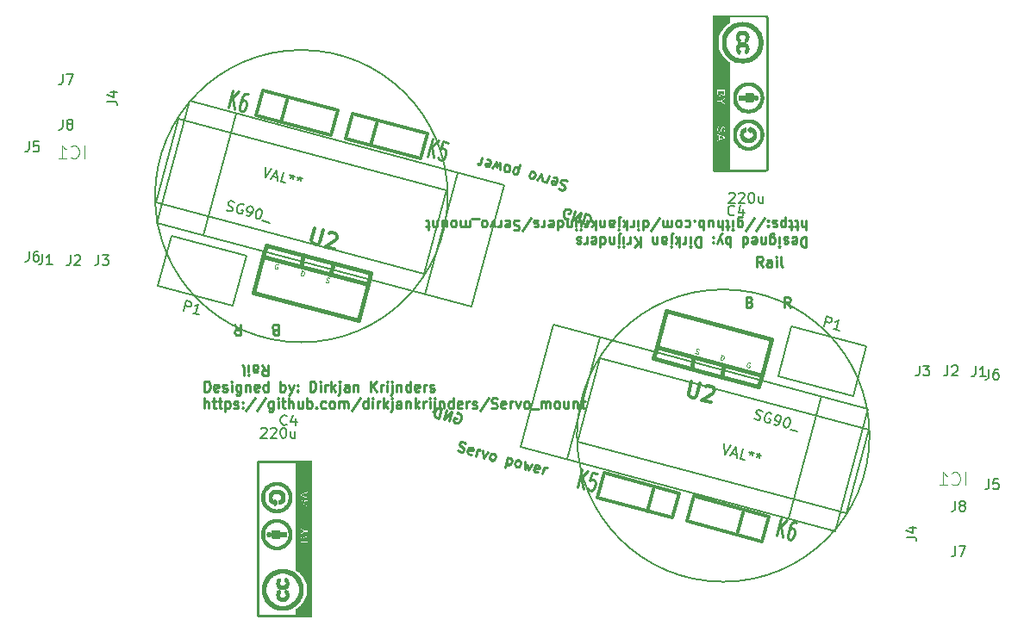
<source format=gto>
%FSLAX46Y46*%
G04 Gerber Fmt 4.6, Leading zero omitted, Abs format (unit mm)*
G04 Created by KiCad (PCBNEW (2014-jul-16 BZR unknown)-product) date Sat 22 Nov 2014 08:56:03 PM CET*
%MOMM*%
G01*
G04 APERTURE LIST*
%ADD10C,0.150000*%
%ADD11C,0.250000*%
%ADD12C,0.381000*%
%ADD13C,0.304800*%
%ADD14C,0.203200*%
%ADD15C,0.066040*%
%ADD16C,0.124460*%
%ADD17C,0.269240*%
%ADD18C,0.000100*%
%ADD19C,0.000120*%
%ADD20C,0.088900*%
G04 APERTURE END LIST*
D10*
D11*
X174046571Y-107886429D02*
X173903714Y-107838810D01*
X173856095Y-107791190D01*
X173808476Y-107695952D01*
X173808476Y-107553095D01*
X173856095Y-107457857D01*
X173903714Y-107410238D01*
X173998952Y-107362619D01*
X174379905Y-107362619D01*
X174379905Y-108362619D01*
X174046571Y-108362619D01*
X173951333Y-108315000D01*
X173903714Y-108267381D01*
X173856095Y-108172143D01*
X173856095Y-108076905D01*
X173903714Y-107981667D01*
X173951333Y-107934048D01*
X174046571Y-107886429D01*
X174379905Y-107886429D01*
X170058476Y-107362619D02*
X170391810Y-107838810D01*
X170629905Y-107362619D02*
X170629905Y-108362619D01*
X170248952Y-108362619D01*
X170153714Y-108315000D01*
X170106095Y-108267381D01*
X170058476Y-108172143D01*
X170058476Y-108029286D01*
X170106095Y-107934048D01*
X170153714Y-107886429D01*
X170248952Y-107838810D01*
X170629905Y-107838810D01*
X191873352Y-116049232D02*
X191977670Y-116027885D01*
X192115659Y-116064859D01*
X192241325Y-116147830D01*
X192308668Y-116264472D01*
X192330015Y-116368790D01*
X192326713Y-116565100D01*
X192289738Y-116703091D01*
X192194443Y-116874752D01*
X192123797Y-116954420D01*
X192007155Y-117021763D01*
X191856840Y-117030785D01*
X191764847Y-117006136D01*
X191639183Y-116923165D01*
X191605511Y-116864844D01*
X191691784Y-116542869D01*
X191875770Y-116592168D01*
X191166894Y-116845915D02*
X191425713Y-115879989D01*
X190614936Y-116698018D01*
X190873755Y-115732092D01*
X190154971Y-116574771D02*
X190413791Y-115608845D01*
X190183808Y-115547222D01*
X190033493Y-115556244D01*
X189916851Y-115623587D01*
X189846205Y-115703255D01*
X189750910Y-115874916D01*
X189713936Y-116012906D01*
X189710633Y-116209217D01*
X189731980Y-116313534D01*
X189799324Y-116430177D01*
X189924989Y-116513147D01*
X190154971Y-116574771D01*
X191998566Y-119755934D02*
X192124230Y-119838904D01*
X192354213Y-119900528D01*
X192458531Y-119879181D01*
X192516852Y-119845509D01*
X192587498Y-119765841D01*
X192612147Y-119673848D01*
X192590800Y-119569531D01*
X192557128Y-119511209D01*
X192477460Y-119440563D01*
X192305799Y-119345267D01*
X192226130Y-119274621D01*
X192192459Y-119216300D01*
X192171112Y-119111983D01*
X192195761Y-119019990D01*
X192266407Y-118940322D01*
X192324728Y-118906650D01*
X192429046Y-118885303D01*
X192659029Y-118946927D01*
X192784693Y-119029897D01*
X193332464Y-120113350D02*
X193228146Y-120134697D01*
X193044160Y-120085398D01*
X192964491Y-120014753D01*
X192943144Y-119910435D01*
X193041742Y-119542463D01*
X193112388Y-119462795D01*
X193216706Y-119441448D01*
X193400692Y-119490747D01*
X193480360Y-119561392D01*
X193501707Y-119665710D01*
X193477058Y-119757704D01*
X192992443Y-119726449D01*
X193780103Y-120282594D02*
X193952649Y-119638643D01*
X193903351Y-119822629D02*
X193973996Y-119742961D01*
X194032317Y-119709289D01*
X194136635Y-119687942D01*
X194228629Y-119712592D01*
X194458611Y-119774215D02*
X194516047Y-120479789D01*
X194918576Y-119897462D01*
X195251991Y-120676985D02*
X195172323Y-120606339D01*
X195138651Y-120548018D01*
X195117304Y-120443700D01*
X195191252Y-120167721D01*
X195261898Y-120088053D01*
X195320219Y-120054381D01*
X195424537Y-120033034D01*
X195562527Y-120070008D01*
X195642195Y-120140654D01*
X195675867Y-120198975D01*
X195697214Y-120303293D01*
X195623265Y-120579272D01*
X195552620Y-120658941D01*
X195494298Y-120692612D01*
X195389981Y-120713959D01*
X195251991Y-120676985D01*
X196896424Y-120427425D02*
X196637605Y-121393351D01*
X196884100Y-120473422D02*
X196988417Y-120452075D01*
X197172404Y-120501374D01*
X197252072Y-120572019D01*
X197285744Y-120630341D01*
X197307091Y-120734658D01*
X197233142Y-121010638D01*
X197162496Y-121090306D01*
X197104175Y-121123977D01*
X196999858Y-121145324D01*
X196815871Y-121096025D01*
X196736203Y-121025380D01*
X197735800Y-121342520D02*
X197656132Y-121271874D01*
X197622460Y-121213553D01*
X197601113Y-121109235D01*
X197675062Y-120833256D01*
X197745708Y-120753588D01*
X197804029Y-120719916D01*
X197908346Y-120698569D01*
X198046337Y-120735543D01*
X198126005Y-120806189D01*
X198159677Y-120864510D01*
X198181024Y-120968828D01*
X198107075Y-121244807D01*
X198036429Y-121324475D01*
X197978108Y-121358147D01*
X197873791Y-121379494D01*
X197735800Y-121342520D01*
X198552297Y-120871115D02*
X198563737Y-121564365D01*
X198870971Y-121153699D01*
X198931709Y-121662963D01*
X199288241Y-121068311D01*
X199863963Y-121863461D02*
X199759646Y-121884808D01*
X199575659Y-121835508D01*
X199495991Y-121764863D01*
X199474644Y-121660545D01*
X199573242Y-121292573D01*
X199643888Y-121212905D01*
X199748205Y-121191558D01*
X199932192Y-121240857D01*
X200011860Y-121311502D01*
X200033207Y-121415820D01*
X200008557Y-121507814D01*
X199523943Y-121476559D01*
X200311603Y-122032704D02*
X200484149Y-121388753D01*
X200434850Y-121572739D02*
X200505496Y-121493071D01*
X200563817Y-121459399D01*
X200668135Y-121438052D01*
X200760128Y-121462702D01*
X172760857Y-111362619D02*
X173094191Y-111838810D01*
X173332286Y-111362619D02*
X173332286Y-112362619D01*
X172951333Y-112362619D01*
X172856095Y-112315000D01*
X172808476Y-112267381D01*
X172760857Y-112172143D01*
X172760857Y-112029286D01*
X172808476Y-111934048D01*
X172856095Y-111886429D01*
X172951333Y-111838810D01*
X173332286Y-111838810D01*
X171903714Y-111362619D02*
X171903714Y-111886429D01*
X171951333Y-111981667D01*
X172046571Y-112029286D01*
X172237048Y-112029286D01*
X172332286Y-111981667D01*
X171903714Y-111410238D02*
X171998952Y-111362619D01*
X172237048Y-111362619D01*
X172332286Y-111410238D01*
X172379905Y-111505476D01*
X172379905Y-111600714D01*
X172332286Y-111695952D01*
X172237048Y-111743571D01*
X171998952Y-111743571D01*
X171903714Y-111791190D01*
X171427524Y-111362619D02*
X171427524Y-112029286D01*
X171427524Y-112362619D02*
X171475143Y-112315000D01*
X171427524Y-112267381D01*
X171379905Y-112315000D01*
X171427524Y-112362619D01*
X171427524Y-112267381D01*
X170808477Y-111362619D02*
X170903715Y-111410238D01*
X170951334Y-111505476D01*
X170951334Y-112362619D01*
X167106095Y-113942381D02*
X167106095Y-112942381D01*
X167344190Y-112942381D01*
X167487048Y-112990000D01*
X167582286Y-113085238D01*
X167629905Y-113180476D01*
X167677524Y-113370952D01*
X167677524Y-113513810D01*
X167629905Y-113704286D01*
X167582286Y-113799524D01*
X167487048Y-113894762D01*
X167344190Y-113942381D01*
X167106095Y-113942381D01*
X168487048Y-113894762D02*
X168391810Y-113942381D01*
X168201333Y-113942381D01*
X168106095Y-113894762D01*
X168058476Y-113799524D01*
X168058476Y-113418571D01*
X168106095Y-113323333D01*
X168201333Y-113275714D01*
X168391810Y-113275714D01*
X168487048Y-113323333D01*
X168534667Y-113418571D01*
X168534667Y-113513810D01*
X168058476Y-113609048D01*
X168915619Y-113894762D02*
X169010857Y-113942381D01*
X169201333Y-113942381D01*
X169296572Y-113894762D01*
X169344191Y-113799524D01*
X169344191Y-113751905D01*
X169296572Y-113656667D01*
X169201333Y-113609048D01*
X169058476Y-113609048D01*
X168963238Y-113561429D01*
X168915619Y-113466190D01*
X168915619Y-113418571D01*
X168963238Y-113323333D01*
X169058476Y-113275714D01*
X169201333Y-113275714D01*
X169296572Y-113323333D01*
X169772762Y-113942381D02*
X169772762Y-113275714D01*
X169772762Y-112942381D02*
X169725143Y-112990000D01*
X169772762Y-113037619D01*
X169820381Y-112990000D01*
X169772762Y-112942381D01*
X169772762Y-113037619D01*
X170677524Y-113275714D02*
X170677524Y-114085238D01*
X170629905Y-114180476D01*
X170582286Y-114228095D01*
X170487047Y-114275714D01*
X170344190Y-114275714D01*
X170248952Y-114228095D01*
X170677524Y-113894762D02*
X170582286Y-113942381D01*
X170391809Y-113942381D01*
X170296571Y-113894762D01*
X170248952Y-113847143D01*
X170201333Y-113751905D01*
X170201333Y-113466190D01*
X170248952Y-113370952D01*
X170296571Y-113323333D01*
X170391809Y-113275714D01*
X170582286Y-113275714D01*
X170677524Y-113323333D01*
X171153714Y-113275714D02*
X171153714Y-113942381D01*
X171153714Y-113370952D02*
X171201333Y-113323333D01*
X171296571Y-113275714D01*
X171439429Y-113275714D01*
X171534667Y-113323333D01*
X171582286Y-113418571D01*
X171582286Y-113942381D01*
X172439429Y-113894762D02*
X172344191Y-113942381D01*
X172153714Y-113942381D01*
X172058476Y-113894762D01*
X172010857Y-113799524D01*
X172010857Y-113418571D01*
X172058476Y-113323333D01*
X172153714Y-113275714D01*
X172344191Y-113275714D01*
X172439429Y-113323333D01*
X172487048Y-113418571D01*
X172487048Y-113513810D01*
X172010857Y-113609048D01*
X173344191Y-113942381D02*
X173344191Y-112942381D01*
X173344191Y-113894762D02*
X173248953Y-113942381D01*
X173058476Y-113942381D01*
X172963238Y-113894762D01*
X172915619Y-113847143D01*
X172868000Y-113751905D01*
X172868000Y-113466190D01*
X172915619Y-113370952D01*
X172963238Y-113323333D01*
X173058476Y-113275714D01*
X173248953Y-113275714D01*
X173344191Y-113323333D01*
X174582286Y-113942381D02*
X174582286Y-112942381D01*
X174582286Y-113323333D02*
X174677524Y-113275714D01*
X174868001Y-113275714D01*
X174963239Y-113323333D01*
X175010858Y-113370952D01*
X175058477Y-113466190D01*
X175058477Y-113751905D01*
X175010858Y-113847143D01*
X174963239Y-113894762D01*
X174868001Y-113942381D01*
X174677524Y-113942381D01*
X174582286Y-113894762D01*
X175391810Y-113275714D02*
X175629905Y-113942381D01*
X175868001Y-113275714D02*
X175629905Y-113942381D01*
X175534667Y-114180476D01*
X175487048Y-114228095D01*
X175391810Y-114275714D01*
X176248953Y-113847143D02*
X176296572Y-113894762D01*
X176248953Y-113942381D01*
X176201334Y-113894762D01*
X176248953Y-113847143D01*
X176248953Y-113942381D01*
X176248953Y-113323333D02*
X176296572Y-113370952D01*
X176248953Y-113418571D01*
X176201334Y-113370952D01*
X176248953Y-113323333D01*
X176248953Y-113418571D01*
X177487048Y-113942381D02*
X177487048Y-112942381D01*
X177725143Y-112942381D01*
X177868001Y-112990000D01*
X177963239Y-113085238D01*
X178010858Y-113180476D01*
X178058477Y-113370952D01*
X178058477Y-113513810D01*
X178010858Y-113704286D01*
X177963239Y-113799524D01*
X177868001Y-113894762D01*
X177725143Y-113942381D01*
X177487048Y-113942381D01*
X178487048Y-113942381D02*
X178487048Y-113275714D01*
X178487048Y-112942381D02*
X178439429Y-112990000D01*
X178487048Y-113037619D01*
X178534667Y-112990000D01*
X178487048Y-112942381D01*
X178487048Y-113037619D01*
X178963238Y-113942381D02*
X178963238Y-113275714D01*
X178963238Y-113466190D02*
X179010857Y-113370952D01*
X179058476Y-113323333D01*
X179153714Y-113275714D01*
X179248953Y-113275714D01*
X179582286Y-113942381D02*
X179582286Y-112942381D01*
X179677524Y-113561429D02*
X179963239Y-113942381D01*
X179963239Y-113275714D02*
X179582286Y-113656667D01*
X180391810Y-113275714D02*
X180391810Y-114132857D01*
X180344191Y-114228095D01*
X180248953Y-114275714D01*
X180201334Y-114275714D01*
X180391810Y-112942381D02*
X180344191Y-112990000D01*
X180391810Y-113037619D01*
X180439429Y-112990000D01*
X180391810Y-112942381D01*
X180391810Y-113037619D01*
X181296572Y-113942381D02*
X181296572Y-113418571D01*
X181248953Y-113323333D01*
X181153715Y-113275714D01*
X180963238Y-113275714D01*
X180868000Y-113323333D01*
X181296572Y-113894762D02*
X181201334Y-113942381D01*
X180963238Y-113942381D01*
X180868000Y-113894762D01*
X180820381Y-113799524D01*
X180820381Y-113704286D01*
X180868000Y-113609048D01*
X180963238Y-113561429D01*
X181201334Y-113561429D01*
X181296572Y-113513810D01*
X181772762Y-113275714D02*
X181772762Y-113942381D01*
X181772762Y-113370952D02*
X181820381Y-113323333D01*
X181915619Y-113275714D01*
X182058477Y-113275714D01*
X182153715Y-113323333D01*
X182201334Y-113418571D01*
X182201334Y-113942381D01*
X183439429Y-113942381D02*
X183439429Y-112942381D01*
X184010858Y-113942381D02*
X183582286Y-113370952D01*
X184010858Y-112942381D02*
X183439429Y-113513810D01*
X184439429Y-113942381D02*
X184439429Y-113275714D01*
X184439429Y-113466190D02*
X184487048Y-113370952D01*
X184534667Y-113323333D01*
X184629905Y-113275714D01*
X184725144Y-113275714D01*
X185058477Y-113942381D02*
X185058477Y-113275714D01*
X185058477Y-112942381D02*
X185010858Y-112990000D01*
X185058477Y-113037619D01*
X185106096Y-112990000D01*
X185058477Y-112942381D01*
X185058477Y-113037619D01*
X185534667Y-113275714D02*
X185534667Y-114132857D01*
X185487048Y-114228095D01*
X185391810Y-114275714D01*
X185344191Y-114275714D01*
X185534667Y-112942381D02*
X185487048Y-112990000D01*
X185534667Y-113037619D01*
X185582286Y-112990000D01*
X185534667Y-112942381D01*
X185534667Y-113037619D01*
X186010857Y-113275714D02*
X186010857Y-113942381D01*
X186010857Y-113370952D02*
X186058476Y-113323333D01*
X186153714Y-113275714D01*
X186296572Y-113275714D01*
X186391810Y-113323333D01*
X186439429Y-113418571D01*
X186439429Y-113942381D01*
X187344191Y-113942381D02*
X187344191Y-112942381D01*
X187344191Y-113894762D02*
X187248953Y-113942381D01*
X187058476Y-113942381D01*
X186963238Y-113894762D01*
X186915619Y-113847143D01*
X186868000Y-113751905D01*
X186868000Y-113466190D01*
X186915619Y-113370952D01*
X186963238Y-113323333D01*
X187058476Y-113275714D01*
X187248953Y-113275714D01*
X187344191Y-113323333D01*
X188201334Y-113894762D02*
X188106096Y-113942381D01*
X187915619Y-113942381D01*
X187820381Y-113894762D01*
X187772762Y-113799524D01*
X187772762Y-113418571D01*
X187820381Y-113323333D01*
X187915619Y-113275714D01*
X188106096Y-113275714D01*
X188201334Y-113323333D01*
X188248953Y-113418571D01*
X188248953Y-113513810D01*
X187772762Y-113609048D01*
X188677524Y-113942381D02*
X188677524Y-113275714D01*
X188677524Y-113466190D02*
X188725143Y-113370952D01*
X188772762Y-113323333D01*
X188868000Y-113275714D01*
X188963239Y-113275714D01*
X189248953Y-113894762D02*
X189344191Y-113942381D01*
X189534667Y-113942381D01*
X189629906Y-113894762D01*
X189677525Y-113799524D01*
X189677525Y-113751905D01*
X189629906Y-113656667D01*
X189534667Y-113609048D01*
X189391810Y-113609048D01*
X189296572Y-113561429D01*
X189248953Y-113466190D01*
X189248953Y-113418571D01*
X189296572Y-113323333D01*
X189391810Y-113275714D01*
X189534667Y-113275714D01*
X189629906Y-113323333D01*
X167106095Y-115592381D02*
X167106095Y-114592381D01*
X167534667Y-115592381D02*
X167534667Y-115068571D01*
X167487048Y-114973333D01*
X167391810Y-114925714D01*
X167248952Y-114925714D01*
X167153714Y-114973333D01*
X167106095Y-115020952D01*
X167868000Y-114925714D02*
X168248952Y-114925714D01*
X168010857Y-114592381D02*
X168010857Y-115449524D01*
X168058476Y-115544762D01*
X168153714Y-115592381D01*
X168248952Y-115592381D01*
X168439429Y-114925714D02*
X168820381Y-114925714D01*
X168582286Y-114592381D02*
X168582286Y-115449524D01*
X168629905Y-115544762D01*
X168725143Y-115592381D01*
X168820381Y-115592381D01*
X169153715Y-114925714D02*
X169153715Y-115925714D01*
X169153715Y-114973333D02*
X169248953Y-114925714D01*
X169439430Y-114925714D01*
X169534668Y-114973333D01*
X169582287Y-115020952D01*
X169629906Y-115116190D01*
X169629906Y-115401905D01*
X169582287Y-115497143D01*
X169534668Y-115544762D01*
X169439430Y-115592381D01*
X169248953Y-115592381D01*
X169153715Y-115544762D01*
X170010858Y-115544762D02*
X170106096Y-115592381D01*
X170296572Y-115592381D01*
X170391811Y-115544762D01*
X170439430Y-115449524D01*
X170439430Y-115401905D01*
X170391811Y-115306667D01*
X170296572Y-115259048D01*
X170153715Y-115259048D01*
X170058477Y-115211429D01*
X170010858Y-115116190D01*
X170010858Y-115068571D01*
X170058477Y-114973333D01*
X170153715Y-114925714D01*
X170296572Y-114925714D01*
X170391811Y-114973333D01*
X170868001Y-115497143D02*
X170915620Y-115544762D01*
X170868001Y-115592381D01*
X170820382Y-115544762D01*
X170868001Y-115497143D01*
X170868001Y-115592381D01*
X170868001Y-114973333D02*
X170915620Y-115020952D01*
X170868001Y-115068571D01*
X170820382Y-115020952D01*
X170868001Y-114973333D01*
X170868001Y-115068571D01*
X172058477Y-114544762D02*
X171201334Y-115830476D01*
X173106096Y-114544762D02*
X172248953Y-115830476D01*
X173868001Y-114925714D02*
X173868001Y-115735238D01*
X173820382Y-115830476D01*
X173772763Y-115878095D01*
X173677524Y-115925714D01*
X173534667Y-115925714D01*
X173439429Y-115878095D01*
X173868001Y-115544762D02*
X173772763Y-115592381D01*
X173582286Y-115592381D01*
X173487048Y-115544762D01*
X173439429Y-115497143D01*
X173391810Y-115401905D01*
X173391810Y-115116190D01*
X173439429Y-115020952D01*
X173487048Y-114973333D01*
X173582286Y-114925714D01*
X173772763Y-114925714D01*
X173868001Y-114973333D01*
X174344191Y-115592381D02*
X174344191Y-114925714D01*
X174344191Y-114592381D02*
X174296572Y-114640000D01*
X174344191Y-114687619D01*
X174391810Y-114640000D01*
X174344191Y-114592381D01*
X174344191Y-114687619D01*
X174677524Y-114925714D02*
X175058476Y-114925714D01*
X174820381Y-114592381D02*
X174820381Y-115449524D01*
X174868000Y-115544762D01*
X174963238Y-115592381D01*
X175058476Y-115592381D01*
X175391810Y-115592381D02*
X175391810Y-114592381D01*
X175820382Y-115592381D02*
X175820382Y-115068571D01*
X175772763Y-114973333D01*
X175677525Y-114925714D01*
X175534667Y-114925714D01*
X175439429Y-114973333D01*
X175391810Y-115020952D01*
X176725144Y-114925714D02*
X176725144Y-115592381D01*
X176296572Y-114925714D02*
X176296572Y-115449524D01*
X176344191Y-115544762D01*
X176439429Y-115592381D01*
X176582287Y-115592381D01*
X176677525Y-115544762D01*
X176725144Y-115497143D01*
X177201334Y-115592381D02*
X177201334Y-114592381D01*
X177201334Y-114973333D02*
X177296572Y-114925714D01*
X177487049Y-114925714D01*
X177582287Y-114973333D01*
X177629906Y-115020952D01*
X177677525Y-115116190D01*
X177677525Y-115401905D01*
X177629906Y-115497143D01*
X177582287Y-115544762D01*
X177487049Y-115592381D01*
X177296572Y-115592381D01*
X177201334Y-115544762D01*
X178106096Y-115497143D02*
X178153715Y-115544762D01*
X178106096Y-115592381D01*
X178058477Y-115544762D01*
X178106096Y-115497143D01*
X178106096Y-115592381D01*
X179010858Y-115544762D02*
X178915620Y-115592381D01*
X178725143Y-115592381D01*
X178629905Y-115544762D01*
X178582286Y-115497143D01*
X178534667Y-115401905D01*
X178534667Y-115116190D01*
X178582286Y-115020952D01*
X178629905Y-114973333D01*
X178725143Y-114925714D01*
X178915620Y-114925714D01*
X179010858Y-114973333D01*
X179582286Y-115592381D02*
X179487048Y-115544762D01*
X179439429Y-115497143D01*
X179391810Y-115401905D01*
X179391810Y-115116190D01*
X179439429Y-115020952D01*
X179487048Y-114973333D01*
X179582286Y-114925714D01*
X179725144Y-114925714D01*
X179820382Y-114973333D01*
X179868001Y-115020952D01*
X179915620Y-115116190D01*
X179915620Y-115401905D01*
X179868001Y-115497143D01*
X179820382Y-115544762D01*
X179725144Y-115592381D01*
X179582286Y-115592381D01*
X180344191Y-115592381D02*
X180344191Y-114925714D01*
X180344191Y-115020952D02*
X180391810Y-114973333D01*
X180487048Y-114925714D01*
X180629906Y-114925714D01*
X180725144Y-114973333D01*
X180772763Y-115068571D01*
X180772763Y-115592381D01*
X180772763Y-115068571D02*
X180820382Y-114973333D01*
X180915620Y-114925714D01*
X181058477Y-114925714D01*
X181153715Y-114973333D01*
X181201334Y-115068571D01*
X181201334Y-115592381D01*
X182391810Y-114544762D02*
X181534667Y-115830476D01*
X183153715Y-115592381D02*
X183153715Y-114592381D01*
X183153715Y-115544762D02*
X183058477Y-115592381D01*
X182868000Y-115592381D01*
X182772762Y-115544762D01*
X182725143Y-115497143D01*
X182677524Y-115401905D01*
X182677524Y-115116190D01*
X182725143Y-115020952D01*
X182772762Y-114973333D01*
X182868000Y-114925714D01*
X183058477Y-114925714D01*
X183153715Y-114973333D01*
X183629905Y-115592381D02*
X183629905Y-114925714D01*
X183629905Y-114592381D02*
X183582286Y-114640000D01*
X183629905Y-114687619D01*
X183677524Y-114640000D01*
X183629905Y-114592381D01*
X183629905Y-114687619D01*
X184106095Y-115592381D02*
X184106095Y-114925714D01*
X184106095Y-115116190D02*
X184153714Y-115020952D01*
X184201333Y-114973333D01*
X184296571Y-114925714D01*
X184391810Y-114925714D01*
X184725143Y-115592381D02*
X184725143Y-114592381D01*
X184820381Y-115211429D02*
X185106096Y-115592381D01*
X185106096Y-114925714D02*
X184725143Y-115306667D01*
X185534667Y-114925714D02*
X185534667Y-115782857D01*
X185487048Y-115878095D01*
X185391810Y-115925714D01*
X185344191Y-115925714D01*
X185534667Y-114592381D02*
X185487048Y-114640000D01*
X185534667Y-114687619D01*
X185582286Y-114640000D01*
X185534667Y-114592381D01*
X185534667Y-114687619D01*
X186439429Y-115592381D02*
X186439429Y-115068571D01*
X186391810Y-114973333D01*
X186296572Y-114925714D01*
X186106095Y-114925714D01*
X186010857Y-114973333D01*
X186439429Y-115544762D02*
X186344191Y-115592381D01*
X186106095Y-115592381D01*
X186010857Y-115544762D01*
X185963238Y-115449524D01*
X185963238Y-115354286D01*
X186010857Y-115259048D01*
X186106095Y-115211429D01*
X186344191Y-115211429D01*
X186439429Y-115163810D01*
X186915619Y-114925714D02*
X186915619Y-115592381D01*
X186915619Y-115020952D02*
X186963238Y-114973333D01*
X187058476Y-114925714D01*
X187201334Y-114925714D01*
X187296572Y-114973333D01*
X187344191Y-115068571D01*
X187344191Y-115592381D01*
X187820381Y-115592381D02*
X187820381Y-114592381D01*
X187915619Y-115211429D02*
X188201334Y-115592381D01*
X188201334Y-114925714D02*
X187820381Y-115306667D01*
X188629905Y-115592381D02*
X188629905Y-114925714D01*
X188629905Y-115116190D02*
X188677524Y-115020952D01*
X188725143Y-114973333D01*
X188820381Y-114925714D01*
X188915620Y-114925714D01*
X189248953Y-115592381D02*
X189248953Y-114925714D01*
X189248953Y-114592381D02*
X189201334Y-114640000D01*
X189248953Y-114687619D01*
X189296572Y-114640000D01*
X189248953Y-114592381D01*
X189248953Y-114687619D01*
X189725143Y-114925714D02*
X189725143Y-115782857D01*
X189677524Y-115878095D01*
X189582286Y-115925714D01*
X189534667Y-115925714D01*
X189725143Y-114592381D02*
X189677524Y-114640000D01*
X189725143Y-114687619D01*
X189772762Y-114640000D01*
X189725143Y-114592381D01*
X189725143Y-114687619D01*
X190201333Y-114925714D02*
X190201333Y-115592381D01*
X190201333Y-115020952D02*
X190248952Y-114973333D01*
X190344190Y-114925714D01*
X190487048Y-114925714D01*
X190582286Y-114973333D01*
X190629905Y-115068571D01*
X190629905Y-115592381D01*
X191534667Y-115592381D02*
X191534667Y-114592381D01*
X191534667Y-115544762D02*
X191439429Y-115592381D01*
X191248952Y-115592381D01*
X191153714Y-115544762D01*
X191106095Y-115497143D01*
X191058476Y-115401905D01*
X191058476Y-115116190D01*
X191106095Y-115020952D01*
X191153714Y-114973333D01*
X191248952Y-114925714D01*
X191439429Y-114925714D01*
X191534667Y-114973333D01*
X192391810Y-115544762D02*
X192296572Y-115592381D01*
X192106095Y-115592381D01*
X192010857Y-115544762D01*
X191963238Y-115449524D01*
X191963238Y-115068571D01*
X192010857Y-114973333D01*
X192106095Y-114925714D01*
X192296572Y-114925714D01*
X192391810Y-114973333D01*
X192439429Y-115068571D01*
X192439429Y-115163810D01*
X191963238Y-115259048D01*
X192868000Y-115592381D02*
X192868000Y-114925714D01*
X192868000Y-115116190D02*
X192915619Y-115020952D01*
X192963238Y-114973333D01*
X193058476Y-114925714D01*
X193153715Y-114925714D01*
X193439429Y-115544762D02*
X193534667Y-115592381D01*
X193725143Y-115592381D01*
X193820382Y-115544762D01*
X193868001Y-115449524D01*
X193868001Y-115401905D01*
X193820382Y-115306667D01*
X193725143Y-115259048D01*
X193582286Y-115259048D01*
X193487048Y-115211429D01*
X193439429Y-115116190D01*
X193439429Y-115068571D01*
X193487048Y-114973333D01*
X193582286Y-114925714D01*
X193725143Y-114925714D01*
X193820382Y-114973333D01*
X195010858Y-114544762D02*
X194153715Y-115830476D01*
X195296572Y-115544762D02*
X195439429Y-115592381D01*
X195677525Y-115592381D01*
X195772763Y-115544762D01*
X195820382Y-115497143D01*
X195868001Y-115401905D01*
X195868001Y-115306667D01*
X195820382Y-115211429D01*
X195772763Y-115163810D01*
X195677525Y-115116190D01*
X195487048Y-115068571D01*
X195391810Y-115020952D01*
X195344191Y-114973333D01*
X195296572Y-114878095D01*
X195296572Y-114782857D01*
X195344191Y-114687619D01*
X195391810Y-114640000D01*
X195487048Y-114592381D01*
X195725144Y-114592381D01*
X195868001Y-114640000D01*
X196677525Y-115544762D02*
X196582287Y-115592381D01*
X196391810Y-115592381D01*
X196296572Y-115544762D01*
X196248953Y-115449524D01*
X196248953Y-115068571D01*
X196296572Y-114973333D01*
X196391810Y-114925714D01*
X196582287Y-114925714D01*
X196677525Y-114973333D01*
X196725144Y-115068571D01*
X196725144Y-115163810D01*
X196248953Y-115259048D01*
X197153715Y-115592381D02*
X197153715Y-114925714D01*
X197153715Y-115116190D02*
X197201334Y-115020952D01*
X197248953Y-114973333D01*
X197344191Y-114925714D01*
X197439430Y-114925714D01*
X197677525Y-114925714D02*
X197915620Y-115592381D01*
X198153716Y-114925714D01*
X198677525Y-115592381D02*
X198582287Y-115544762D01*
X198534668Y-115497143D01*
X198487049Y-115401905D01*
X198487049Y-115116190D01*
X198534668Y-115020952D01*
X198582287Y-114973333D01*
X198677525Y-114925714D01*
X198820383Y-114925714D01*
X198915621Y-114973333D01*
X198963240Y-115020952D01*
X199010859Y-115116190D01*
X199010859Y-115401905D01*
X198963240Y-115497143D01*
X198915621Y-115544762D01*
X198820383Y-115592381D01*
X198677525Y-115592381D01*
X199201335Y-115687619D02*
X199963240Y-115687619D01*
X200201335Y-115592381D02*
X200201335Y-114925714D01*
X200201335Y-115020952D02*
X200248954Y-114973333D01*
X200344192Y-114925714D01*
X200487050Y-114925714D01*
X200582288Y-114973333D01*
X200629907Y-115068571D01*
X200629907Y-115592381D01*
X200629907Y-115068571D02*
X200677526Y-114973333D01*
X200772764Y-114925714D01*
X200915621Y-114925714D01*
X201010859Y-114973333D01*
X201058478Y-115068571D01*
X201058478Y-115592381D01*
X201677525Y-115592381D02*
X201582287Y-115544762D01*
X201534668Y-115497143D01*
X201487049Y-115401905D01*
X201487049Y-115116190D01*
X201534668Y-115020952D01*
X201582287Y-114973333D01*
X201677525Y-114925714D01*
X201820383Y-114925714D01*
X201915621Y-114973333D01*
X201963240Y-115020952D01*
X202010859Y-115116190D01*
X202010859Y-115401905D01*
X201963240Y-115497143D01*
X201915621Y-115544762D01*
X201820383Y-115592381D01*
X201677525Y-115592381D01*
X202868002Y-114925714D02*
X202868002Y-115592381D01*
X202439430Y-114925714D02*
X202439430Y-115449524D01*
X202487049Y-115544762D01*
X202582287Y-115592381D01*
X202725145Y-115592381D01*
X202820383Y-115544762D01*
X202868002Y-115497143D01*
X203344192Y-114925714D02*
X203344192Y-115592381D01*
X203344192Y-115020952D02*
X203391811Y-114973333D01*
X203487049Y-114925714D01*
X203629907Y-114925714D01*
X203725145Y-114973333D01*
X203772764Y-115068571D01*
X203772764Y-115592381D01*
X204106097Y-114925714D02*
X204487049Y-114925714D01*
X204248954Y-114592381D02*
X204248954Y-115449524D01*
X204296573Y-115544762D01*
X204391811Y-115592381D01*
X204487049Y-115592381D01*
X220658331Y-105133473D02*
X220801188Y-105181092D01*
X220848807Y-105228712D01*
X220896426Y-105323950D01*
X220896426Y-105466807D01*
X220848807Y-105562045D01*
X220801188Y-105609664D01*
X220705950Y-105657283D01*
X220324997Y-105657283D01*
X220324997Y-104657283D01*
X220658331Y-104657283D01*
X220753569Y-104704902D01*
X220801188Y-104752521D01*
X220848807Y-104847759D01*
X220848807Y-104942997D01*
X220801188Y-105038235D01*
X220753569Y-105085854D01*
X220658331Y-105133473D01*
X220324997Y-105133473D01*
X224646426Y-105657283D02*
X224313092Y-105181092D01*
X224074997Y-105657283D02*
X224074997Y-104657283D01*
X224455950Y-104657283D01*
X224551188Y-104704902D01*
X224598807Y-104752521D01*
X224646426Y-104847759D01*
X224646426Y-104990616D01*
X224598807Y-105085854D01*
X224551188Y-105133473D01*
X224455950Y-105181092D01*
X224074997Y-105181092D01*
X202831550Y-96970670D02*
X202727232Y-96992017D01*
X202589243Y-96955043D01*
X202463577Y-96872072D01*
X202396234Y-96755430D01*
X202374887Y-96651112D01*
X202378189Y-96454802D01*
X202415164Y-96316811D01*
X202510459Y-96145150D01*
X202581105Y-96065482D01*
X202697747Y-95998139D01*
X202848062Y-95989117D01*
X202940055Y-96013766D01*
X203065719Y-96096737D01*
X203099391Y-96155058D01*
X203013118Y-96477033D01*
X202829132Y-96427734D01*
X203538008Y-96173987D02*
X203279189Y-97139913D01*
X204089966Y-96321884D01*
X203831147Y-97287810D01*
X204549931Y-96445131D02*
X204291111Y-97411057D01*
X204521094Y-97472680D01*
X204671409Y-97463658D01*
X204788051Y-97396315D01*
X204858697Y-97316647D01*
X204953992Y-97144986D01*
X204990966Y-97006996D01*
X204994269Y-96810685D01*
X204972922Y-96706368D01*
X204905578Y-96589725D01*
X204779913Y-96506755D01*
X204549931Y-96445131D01*
X202706336Y-93263968D02*
X202580672Y-93180998D01*
X202350689Y-93119374D01*
X202246371Y-93140721D01*
X202188050Y-93174393D01*
X202117404Y-93254061D01*
X202092755Y-93346054D01*
X202114102Y-93450371D01*
X202147774Y-93508693D01*
X202227442Y-93579339D01*
X202399103Y-93674635D01*
X202478772Y-93745281D01*
X202512443Y-93803602D01*
X202533790Y-93907919D01*
X202509141Y-93999912D01*
X202438495Y-94079580D01*
X202380174Y-94113252D01*
X202275856Y-94134599D01*
X202045873Y-94072975D01*
X201920209Y-93990005D01*
X201372438Y-92906552D02*
X201476756Y-92885205D01*
X201660742Y-92934504D01*
X201740411Y-93005149D01*
X201761758Y-93109467D01*
X201663160Y-93477439D01*
X201592514Y-93557107D01*
X201488196Y-93578454D01*
X201304210Y-93529155D01*
X201224542Y-93458510D01*
X201203195Y-93354192D01*
X201227844Y-93262198D01*
X201712459Y-93293453D01*
X200924799Y-92737308D02*
X200752253Y-93381259D01*
X200801551Y-93197273D02*
X200730906Y-93276941D01*
X200672585Y-93310613D01*
X200568267Y-93331960D01*
X200476273Y-93307310D01*
X200246291Y-93245687D02*
X200188855Y-92540113D01*
X199786326Y-93122440D01*
X199452911Y-92342917D02*
X199532579Y-92413563D01*
X199566251Y-92471884D01*
X199587598Y-92576202D01*
X199513650Y-92852181D01*
X199443004Y-92931849D01*
X199384683Y-92965521D01*
X199280365Y-92986868D01*
X199142375Y-92949894D01*
X199062707Y-92879248D01*
X199029035Y-92820927D01*
X199007688Y-92716609D01*
X199081637Y-92440630D01*
X199152282Y-92360961D01*
X199210604Y-92327290D01*
X199314921Y-92305943D01*
X199452911Y-92342917D01*
X197808478Y-92592477D02*
X198067297Y-91626551D01*
X197820802Y-92546480D02*
X197716485Y-92567827D01*
X197532498Y-92518528D01*
X197452830Y-92447883D01*
X197419158Y-92389561D01*
X197397811Y-92285244D01*
X197471760Y-92009264D01*
X197542406Y-91929596D01*
X197600727Y-91895925D01*
X197705044Y-91874578D01*
X197889031Y-91923877D01*
X197968699Y-91994522D01*
X196969102Y-91677382D02*
X197048770Y-91748028D01*
X197082442Y-91806349D01*
X197103789Y-91910667D01*
X197029840Y-92186646D01*
X196959194Y-92266314D01*
X196900873Y-92299986D01*
X196796556Y-92321333D01*
X196658565Y-92284359D01*
X196578897Y-92213713D01*
X196545225Y-92155392D01*
X196523878Y-92051074D01*
X196597827Y-91775095D01*
X196668473Y-91695427D01*
X196726794Y-91661755D01*
X196831111Y-91640408D01*
X196969102Y-91677382D01*
X196152605Y-92148787D02*
X196141165Y-91455537D01*
X195833931Y-91866203D01*
X195773193Y-91356939D01*
X195416661Y-91951591D01*
X194840939Y-91156441D02*
X194945256Y-91135094D01*
X195129243Y-91184394D01*
X195208911Y-91255039D01*
X195230258Y-91359357D01*
X195131660Y-91727329D01*
X195061014Y-91806997D01*
X194956697Y-91828344D01*
X194772710Y-91779045D01*
X194693042Y-91708400D01*
X194671695Y-91604082D01*
X194696345Y-91512088D01*
X195180959Y-91543343D01*
X194393299Y-90987198D02*
X194220753Y-91631149D01*
X194270052Y-91447163D02*
X194199406Y-91526831D01*
X194141085Y-91560503D01*
X194036767Y-91581850D01*
X193944774Y-91557200D01*
X221944045Y-101657283D02*
X221610711Y-101181092D01*
X221372616Y-101657283D02*
X221372616Y-100657283D01*
X221753569Y-100657283D01*
X221848807Y-100704902D01*
X221896426Y-100752521D01*
X221944045Y-100847759D01*
X221944045Y-100990616D01*
X221896426Y-101085854D01*
X221848807Y-101133473D01*
X221753569Y-101181092D01*
X221372616Y-101181092D01*
X222801188Y-101657283D02*
X222801188Y-101133473D01*
X222753569Y-101038235D01*
X222658331Y-100990616D01*
X222467854Y-100990616D01*
X222372616Y-101038235D01*
X222801188Y-101609664D02*
X222705950Y-101657283D01*
X222467854Y-101657283D01*
X222372616Y-101609664D01*
X222324997Y-101514426D01*
X222324997Y-101419188D01*
X222372616Y-101323950D01*
X222467854Y-101276331D01*
X222705950Y-101276331D01*
X222801188Y-101228712D01*
X223277378Y-101657283D02*
X223277378Y-100990616D01*
X223277378Y-100657283D02*
X223229759Y-100704902D01*
X223277378Y-100752521D01*
X223324997Y-100704902D01*
X223277378Y-100657283D01*
X223277378Y-100752521D01*
X223896425Y-101657283D02*
X223801187Y-101609664D01*
X223753568Y-101514426D01*
X223753568Y-100657283D01*
X226233905Y-98735619D02*
X226233905Y-99735619D01*
X225995810Y-99735619D01*
X225852952Y-99688000D01*
X225757714Y-99592762D01*
X225710095Y-99497524D01*
X225662476Y-99307048D01*
X225662476Y-99164190D01*
X225710095Y-98973714D01*
X225757714Y-98878476D01*
X225852952Y-98783238D01*
X225995810Y-98735619D01*
X226233905Y-98735619D01*
X224852952Y-98783238D02*
X224948190Y-98735619D01*
X225138667Y-98735619D01*
X225233905Y-98783238D01*
X225281524Y-98878476D01*
X225281524Y-99259429D01*
X225233905Y-99354667D01*
X225138667Y-99402286D01*
X224948190Y-99402286D01*
X224852952Y-99354667D01*
X224805333Y-99259429D01*
X224805333Y-99164190D01*
X225281524Y-99068952D01*
X224424381Y-98783238D02*
X224329143Y-98735619D01*
X224138667Y-98735619D01*
X224043428Y-98783238D01*
X223995809Y-98878476D01*
X223995809Y-98926095D01*
X224043428Y-99021333D01*
X224138667Y-99068952D01*
X224281524Y-99068952D01*
X224376762Y-99116571D01*
X224424381Y-99211810D01*
X224424381Y-99259429D01*
X224376762Y-99354667D01*
X224281524Y-99402286D01*
X224138667Y-99402286D01*
X224043428Y-99354667D01*
X223567238Y-98735619D02*
X223567238Y-99402286D01*
X223567238Y-99735619D02*
X223614857Y-99688000D01*
X223567238Y-99640381D01*
X223519619Y-99688000D01*
X223567238Y-99735619D01*
X223567238Y-99640381D01*
X222662476Y-99402286D02*
X222662476Y-98592762D01*
X222710095Y-98497524D01*
X222757714Y-98449905D01*
X222852953Y-98402286D01*
X222995810Y-98402286D01*
X223091048Y-98449905D01*
X222662476Y-98783238D02*
X222757714Y-98735619D01*
X222948191Y-98735619D01*
X223043429Y-98783238D01*
X223091048Y-98830857D01*
X223138667Y-98926095D01*
X223138667Y-99211810D01*
X223091048Y-99307048D01*
X223043429Y-99354667D01*
X222948191Y-99402286D01*
X222757714Y-99402286D01*
X222662476Y-99354667D01*
X222186286Y-99402286D02*
X222186286Y-98735619D01*
X222186286Y-99307048D02*
X222138667Y-99354667D01*
X222043429Y-99402286D01*
X221900571Y-99402286D01*
X221805333Y-99354667D01*
X221757714Y-99259429D01*
X221757714Y-98735619D01*
X220900571Y-98783238D02*
X220995809Y-98735619D01*
X221186286Y-98735619D01*
X221281524Y-98783238D01*
X221329143Y-98878476D01*
X221329143Y-99259429D01*
X221281524Y-99354667D01*
X221186286Y-99402286D01*
X220995809Y-99402286D01*
X220900571Y-99354667D01*
X220852952Y-99259429D01*
X220852952Y-99164190D01*
X221329143Y-99068952D01*
X219995809Y-98735619D02*
X219995809Y-99735619D01*
X219995809Y-98783238D02*
X220091047Y-98735619D01*
X220281524Y-98735619D01*
X220376762Y-98783238D01*
X220424381Y-98830857D01*
X220472000Y-98926095D01*
X220472000Y-99211810D01*
X220424381Y-99307048D01*
X220376762Y-99354667D01*
X220281524Y-99402286D01*
X220091047Y-99402286D01*
X219995809Y-99354667D01*
X218757714Y-98735619D02*
X218757714Y-99735619D01*
X218757714Y-99354667D02*
X218662476Y-99402286D01*
X218471999Y-99402286D01*
X218376761Y-99354667D01*
X218329142Y-99307048D01*
X218281523Y-99211810D01*
X218281523Y-98926095D01*
X218329142Y-98830857D01*
X218376761Y-98783238D01*
X218471999Y-98735619D01*
X218662476Y-98735619D01*
X218757714Y-98783238D01*
X217948190Y-99402286D02*
X217710095Y-98735619D01*
X217471999Y-99402286D02*
X217710095Y-98735619D01*
X217805333Y-98497524D01*
X217852952Y-98449905D01*
X217948190Y-98402286D01*
X217091047Y-98830857D02*
X217043428Y-98783238D01*
X217091047Y-98735619D01*
X217138666Y-98783238D01*
X217091047Y-98830857D01*
X217091047Y-98735619D01*
X217091047Y-99354667D02*
X217043428Y-99307048D01*
X217091047Y-99259429D01*
X217138666Y-99307048D01*
X217091047Y-99354667D01*
X217091047Y-99259429D01*
X215852952Y-98735619D02*
X215852952Y-99735619D01*
X215614857Y-99735619D01*
X215471999Y-99688000D01*
X215376761Y-99592762D01*
X215329142Y-99497524D01*
X215281523Y-99307048D01*
X215281523Y-99164190D01*
X215329142Y-98973714D01*
X215376761Y-98878476D01*
X215471999Y-98783238D01*
X215614857Y-98735619D01*
X215852952Y-98735619D01*
X214852952Y-98735619D02*
X214852952Y-99402286D01*
X214852952Y-99735619D02*
X214900571Y-99688000D01*
X214852952Y-99640381D01*
X214805333Y-99688000D01*
X214852952Y-99735619D01*
X214852952Y-99640381D01*
X214376762Y-98735619D02*
X214376762Y-99402286D01*
X214376762Y-99211810D02*
X214329143Y-99307048D01*
X214281524Y-99354667D01*
X214186286Y-99402286D01*
X214091047Y-99402286D01*
X213757714Y-98735619D02*
X213757714Y-99735619D01*
X213662476Y-99116571D02*
X213376761Y-98735619D01*
X213376761Y-99402286D02*
X213757714Y-99021333D01*
X212948190Y-99402286D02*
X212948190Y-98545143D01*
X212995809Y-98449905D01*
X213091047Y-98402286D01*
X213138666Y-98402286D01*
X212948190Y-99735619D02*
X212995809Y-99688000D01*
X212948190Y-99640381D01*
X212900571Y-99688000D01*
X212948190Y-99735619D01*
X212948190Y-99640381D01*
X212043428Y-98735619D02*
X212043428Y-99259429D01*
X212091047Y-99354667D01*
X212186285Y-99402286D01*
X212376762Y-99402286D01*
X212472000Y-99354667D01*
X212043428Y-98783238D02*
X212138666Y-98735619D01*
X212376762Y-98735619D01*
X212472000Y-98783238D01*
X212519619Y-98878476D01*
X212519619Y-98973714D01*
X212472000Y-99068952D01*
X212376762Y-99116571D01*
X212138666Y-99116571D01*
X212043428Y-99164190D01*
X211567238Y-99402286D02*
X211567238Y-98735619D01*
X211567238Y-99307048D02*
X211519619Y-99354667D01*
X211424381Y-99402286D01*
X211281523Y-99402286D01*
X211186285Y-99354667D01*
X211138666Y-99259429D01*
X211138666Y-98735619D01*
X209900571Y-98735619D02*
X209900571Y-99735619D01*
X209329142Y-98735619D02*
X209757714Y-99307048D01*
X209329142Y-99735619D02*
X209900571Y-99164190D01*
X208900571Y-98735619D02*
X208900571Y-99402286D01*
X208900571Y-99211810D02*
X208852952Y-99307048D01*
X208805333Y-99354667D01*
X208710095Y-99402286D01*
X208614856Y-99402286D01*
X208281523Y-98735619D02*
X208281523Y-99402286D01*
X208281523Y-99735619D02*
X208329142Y-99688000D01*
X208281523Y-99640381D01*
X208233904Y-99688000D01*
X208281523Y-99735619D01*
X208281523Y-99640381D01*
X207805333Y-99402286D02*
X207805333Y-98545143D01*
X207852952Y-98449905D01*
X207948190Y-98402286D01*
X207995809Y-98402286D01*
X207805333Y-99735619D02*
X207852952Y-99688000D01*
X207805333Y-99640381D01*
X207757714Y-99688000D01*
X207805333Y-99735619D01*
X207805333Y-99640381D01*
X207329143Y-99402286D02*
X207329143Y-98735619D01*
X207329143Y-99307048D02*
X207281524Y-99354667D01*
X207186286Y-99402286D01*
X207043428Y-99402286D01*
X206948190Y-99354667D01*
X206900571Y-99259429D01*
X206900571Y-98735619D01*
X205995809Y-98735619D02*
X205995809Y-99735619D01*
X205995809Y-98783238D02*
X206091047Y-98735619D01*
X206281524Y-98735619D01*
X206376762Y-98783238D01*
X206424381Y-98830857D01*
X206472000Y-98926095D01*
X206472000Y-99211810D01*
X206424381Y-99307048D01*
X206376762Y-99354667D01*
X206281524Y-99402286D01*
X206091047Y-99402286D01*
X205995809Y-99354667D01*
X205138666Y-98783238D02*
X205233904Y-98735619D01*
X205424381Y-98735619D01*
X205519619Y-98783238D01*
X205567238Y-98878476D01*
X205567238Y-99259429D01*
X205519619Y-99354667D01*
X205424381Y-99402286D01*
X205233904Y-99402286D01*
X205138666Y-99354667D01*
X205091047Y-99259429D01*
X205091047Y-99164190D01*
X205567238Y-99068952D01*
X204662476Y-98735619D02*
X204662476Y-99402286D01*
X204662476Y-99211810D02*
X204614857Y-99307048D01*
X204567238Y-99354667D01*
X204472000Y-99402286D01*
X204376761Y-99402286D01*
X204091047Y-98783238D02*
X203995809Y-98735619D01*
X203805333Y-98735619D01*
X203710094Y-98783238D01*
X203662475Y-98878476D01*
X203662475Y-98926095D01*
X203710094Y-99021333D01*
X203805333Y-99068952D01*
X203948190Y-99068952D01*
X204043428Y-99116571D01*
X204091047Y-99211810D01*
X204091047Y-99259429D01*
X204043428Y-99354667D01*
X203948190Y-99402286D01*
X203805333Y-99402286D01*
X203710094Y-99354667D01*
X226233905Y-97085619D02*
X226233905Y-98085619D01*
X225805333Y-97085619D02*
X225805333Y-97609429D01*
X225852952Y-97704667D01*
X225948190Y-97752286D01*
X226091048Y-97752286D01*
X226186286Y-97704667D01*
X226233905Y-97657048D01*
X225472000Y-97752286D02*
X225091048Y-97752286D01*
X225329143Y-98085619D02*
X225329143Y-97228476D01*
X225281524Y-97133238D01*
X225186286Y-97085619D01*
X225091048Y-97085619D01*
X224900571Y-97752286D02*
X224519619Y-97752286D01*
X224757714Y-98085619D02*
X224757714Y-97228476D01*
X224710095Y-97133238D01*
X224614857Y-97085619D01*
X224519619Y-97085619D01*
X224186285Y-97752286D02*
X224186285Y-96752286D01*
X224186285Y-97704667D02*
X224091047Y-97752286D01*
X223900570Y-97752286D01*
X223805332Y-97704667D01*
X223757713Y-97657048D01*
X223710094Y-97561810D01*
X223710094Y-97276095D01*
X223757713Y-97180857D01*
X223805332Y-97133238D01*
X223900570Y-97085619D01*
X224091047Y-97085619D01*
X224186285Y-97133238D01*
X223329142Y-97133238D02*
X223233904Y-97085619D01*
X223043428Y-97085619D01*
X222948189Y-97133238D01*
X222900570Y-97228476D01*
X222900570Y-97276095D01*
X222948189Y-97371333D01*
X223043428Y-97418952D01*
X223186285Y-97418952D01*
X223281523Y-97466571D01*
X223329142Y-97561810D01*
X223329142Y-97609429D01*
X223281523Y-97704667D01*
X223186285Y-97752286D01*
X223043428Y-97752286D01*
X222948189Y-97704667D01*
X222471999Y-97180857D02*
X222424380Y-97133238D01*
X222471999Y-97085619D01*
X222519618Y-97133238D01*
X222471999Y-97180857D01*
X222471999Y-97085619D01*
X222471999Y-97704667D02*
X222424380Y-97657048D01*
X222471999Y-97609429D01*
X222519618Y-97657048D01*
X222471999Y-97704667D01*
X222471999Y-97609429D01*
X221281523Y-98133238D02*
X222138666Y-96847524D01*
X220233904Y-98133238D02*
X221091047Y-96847524D01*
X219471999Y-97752286D02*
X219471999Y-96942762D01*
X219519618Y-96847524D01*
X219567237Y-96799905D01*
X219662476Y-96752286D01*
X219805333Y-96752286D01*
X219900571Y-96799905D01*
X219471999Y-97133238D02*
X219567237Y-97085619D01*
X219757714Y-97085619D01*
X219852952Y-97133238D01*
X219900571Y-97180857D01*
X219948190Y-97276095D01*
X219948190Y-97561810D01*
X219900571Y-97657048D01*
X219852952Y-97704667D01*
X219757714Y-97752286D01*
X219567237Y-97752286D01*
X219471999Y-97704667D01*
X218995809Y-97085619D02*
X218995809Y-97752286D01*
X218995809Y-98085619D02*
X219043428Y-98038000D01*
X218995809Y-97990381D01*
X218948190Y-98038000D01*
X218995809Y-98085619D01*
X218995809Y-97990381D01*
X218662476Y-97752286D02*
X218281524Y-97752286D01*
X218519619Y-98085619D02*
X218519619Y-97228476D01*
X218472000Y-97133238D01*
X218376762Y-97085619D01*
X218281524Y-97085619D01*
X217948190Y-97085619D02*
X217948190Y-98085619D01*
X217519618Y-97085619D02*
X217519618Y-97609429D01*
X217567237Y-97704667D01*
X217662475Y-97752286D01*
X217805333Y-97752286D01*
X217900571Y-97704667D01*
X217948190Y-97657048D01*
X216614856Y-97752286D02*
X216614856Y-97085619D01*
X217043428Y-97752286D02*
X217043428Y-97228476D01*
X216995809Y-97133238D01*
X216900571Y-97085619D01*
X216757713Y-97085619D01*
X216662475Y-97133238D01*
X216614856Y-97180857D01*
X216138666Y-97085619D02*
X216138666Y-98085619D01*
X216138666Y-97704667D02*
X216043428Y-97752286D01*
X215852951Y-97752286D01*
X215757713Y-97704667D01*
X215710094Y-97657048D01*
X215662475Y-97561810D01*
X215662475Y-97276095D01*
X215710094Y-97180857D01*
X215757713Y-97133238D01*
X215852951Y-97085619D01*
X216043428Y-97085619D01*
X216138666Y-97133238D01*
X215233904Y-97180857D02*
X215186285Y-97133238D01*
X215233904Y-97085619D01*
X215281523Y-97133238D01*
X215233904Y-97180857D01*
X215233904Y-97085619D01*
X214329142Y-97133238D02*
X214424380Y-97085619D01*
X214614857Y-97085619D01*
X214710095Y-97133238D01*
X214757714Y-97180857D01*
X214805333Y-97276095D01*
X214805333Y-97561810D01*
X214757714Y-97657048D01*
X214710095Y-97704667D01*
X214614857Y-97752286D01*
X214424380Y-97752286D01*
X214329142Y-97704667D01*
X213757714Y-97085619D02*
X213852952Y-97133238D01*
X213900571Y-97180857D01*
X213948190Y-97276095D01*
X213948190Y-97561810D01*
X213900571Y-97657048D01*
X213852952Y-97704667D01*
X213757714Y-97752286D01*
X213614856Y-97752286D01*
X213519618Y-97704667D01*
X213471999Y-97657048D01*
X213424380Y-97561810D01*
X213424380Y-97276095D01*
X213471999Y-97180857D01*
X213519618Y-97133238D01*
X213614856Y-97085619D01*
X213757714Y-97085619D01*
X212995809Y-97085619D02*
X212995809Y-97752286D01*
X212995809Y-97657048D02*
X212948190Y-97704667D01*
X212852952Y-97752286D01*
X212710094Y-97752286D01*
X212614856Y-97704667D01*
X212567237Y-97609429D01*
X212567237Y-97085619D01*
X212567237Y-97609429D02*
X212519618Y-97704667D01*
X212424380Y-97752286D01*
X212281523Y-97752286D01*
X212186285Y-97704667D01*
X212138666Y-97609429D01*
X212138666Y-97085619D01*
X210948190Y-98133238D02*
X211805333Y-96847524D01*
X210186285Y-97085619D02*
X210186285Y-98085619D01*
X210186285Y-97133238D02*
X210281523Y-97085619D01*
X210472000Y-97085619D01*
X210567238Y-97133238D01*
X210614857Y-97180857D01*
X210662476Y-97276095D01*
X210662476Y-97561810D01*
X210614857Y-97657048D01*
X210567238Y-97704667D01*
X210472000Y-97752286D01*
X210281523Y-97752286D01*
X210186285Y-97704667D01*
X209710095Y-97085619D02*
X209710095Y-97752286D01*
X209710095Y-98085619D02*
X209757714Y-98038000D01*
X209710095Y-97990381D01*
X209662476Y-98038000D01*
X209710095Y-98085619D01*
X209710095Y-97990381D01*
X209233905Y-97085619D02*
X209233905Y-97752286D01*
X209233905Y-97561810D02*
X209186286Y-97657048D01*
X209138667Y-97704667D01*
X209043429Y-97752286D01*
X208948190Y-97752286D01*
X208614857Y-97085619D02*
X208614857Y-98085619D01*
X208519619Y-97466571D02*
X208233904Y-97085619D01*
X208233904Y-97752286D02*
X208614857Y-97371333D01*
X207805333Y-97752286D02*
X207805333Y-96895143D01*
X207852952Y-96799905D01*
X207948190Y-96752286D01*
X207995809Y-96752286D01*
X207805333Y-98085619D02*
X207852952Y-98038000D01*
X207805333Y-97990381D01*
X207757714Y-98038000D01*
X207805333Y-98085619D01*
X207805333Y-97990381D01*
X206900571Y-97085619D02*
X206900571Y-97609429D01*
X206948190Y-97704667D01*
X207043428Y-97752286D01*
X207233905Y-97752286D01*
X207329143Y-97704667D01*
X206900571Y-97133238D02*
X206995809Y-97085619D01*
X207233905Y-97085619D01*
X207329143Y-97133238D01*
X207376762Y-97228476D01*
X207376762Y-97323714D01*
X207329143Y-97418952D01*
X207233905Y-97466571D01*
X206995809Y-97466571D01*
X206900571Y-97514190D01*
X206424381Y-97752286D02*
X206424381Y-97085619D01*
X206424381Y-97657048D02*
X206376762Y-97704667D01*
X206281524Y-97752286D01*
X206138666Y-97752286D01*
X206043428Y-97704667D01*
X205995809Y-97609429D01*
X205995809Y-97085619D01*
X205519619Y-97085619D02*
X205519619Y-98085619D01*
X205424381Y-97466571D02*
X205138666Y-97085619D01*
X205138666Y-97752286D02*
X205519619Y-97371333D01*
X204710095Y-97085619D02*
X204710095Y-97752286D01*
X204710095Y-97561810D02*
X204662476Y-97657048D01*
X204614857Y-97704667D01*
X204519619Y-97752286D01*
X204424380Y-97752286D01*
X204091047Y-97085619D02*
X204091047Y-97752286D01*
X204091047Y-98085619D02*
X204138666Y-98038000D01*
X204091047Y-97990381D01*
X204043428Y-98038000D01*
X204091047Y-98085619D01*
X204091047Y-97990381D01*
X203614857Y-97752286D02*
X203614857Y-96895143D01*
X203662476Y-96799905D01*
X203757714Y-96752286D01*
X203805333Y-96752286D01*
X203614857Y-98085619D02*
X203662476Y-98038000D01*
X203614857Y-97990381D01*
X203567238Y-98038000D01*
X203614857Y-98085619D01*
X203614857Y-97990381D01*
X203138667Y-97752286D02*
X203138667Y-97085619D01*
X203138667Y-97657048D02*
X203091048Y-97704667D01*
X202995810Y-97752286D01*
X202852952Y-97752286D01*
X202757714Y-97704667D01*
X202710095Y-97609429D01*
X202710095Y-97085619D01*
X201805333Y-97085619D02*
X201805333Y-98085619D01*
X201805333Y-97133238D02*
X201900571Y-97085619D01*
X202091048Y-97085619D01*
X202186286Y-97133238D01*
X202233905Y-97180857D01*
X202281524Y-97276095D01*
X202281524Y-97561810D01*
X202233905Y-97657048D01*
X202186286Y-97704667D01*
X202091048Y-97752286D01*
X201900571Y-97752286D01*
X201805333Y-97704667D01*
X200948190Y-97133238D02*
X201043428Y-97085619D01*
X201233905Y-97085619D01*
X201329143Y-97133238D01*
X201376762Y-97228476D01*
X201376762Y-97609429D01*
X201329143Y-97704667D01*
X201233905Y-97752286D01*
X201043428Y-97752286D01*
X200948190Y-97704667D01*
X200900571Y-97609429D01*
X200900571Y-97514190D01*
X201376762Y-97418952D01*
X200472000Y-97085619D02*
X200472000Y-97752286D01*
X200472000Y-97561810D02*
X200424381Y-97657048D01*
X200376762Y-97704667D01*
X200281524Y-97752286D01*
X200186285Y-97752286D01*
X199900571Y-97133238D02*
X199805333Y-97085619D01*
X199614857Y-97085619D01*
X199519618Y-97133238D01*
X199471999Y-97228476D01*
X199471999Y-97276095D01*
X199519618Y-97371333D01*
X199614857Y-97418952D01*
X199757714Y-97418952D01*
X199852952Y-97466571D01*
X199900571Y-97561810D01*
X199900571Y-97609429D01*
X199852952Y-97704667D01*
X199757714Y-97752286D01*
X199614857Y-97752286D01*
X199519618Y-97704667D01*
X198329142Y-98133238D02*
X199186285Y-96847524D01*
X198043428Y-97133238D02*
X197900571Y-97085619D01*
X197662475Y-97085619D01*
X197567237Y-97133238D01*
X197519618Y-97180857D01*
X197471999Y-97276095D01*
X197471999Y-97371333D01*
X197519618Y-97466571D01*
X197567237Y-97514190D01*
X197662475Y-97561810D01*
X197852952Y-97609429D01*
X197948190Y-97657048D01*
X197995809Y-97704667D01*
X198043428Y-97799905D01*
X198043428Y-97895143D01*
X197995809Y-97990381D01*
X197948190Y-98038000D01*
X197852952Y-98085619D01*
X197614856Y-98085619D01*
X197471999Y-98038000D01*
X196662475Y-97133238D02*
X196757713Y-97085619D01*
X196948190Y-97085619D01*
X197043428Y-97133238D01*
X197091047Y-97228476D01*
X197091047Y-97609429D01*
X197043428Y-97704667D01*
X196948190Y-97752286D01*
X196757713Y-97752286D01*
X196662475Y-97704667D01*
X196614856Y-97609429D01*
X196614856Y-97514190D01*
X197091047Y-97418952D01*
X196186285Y-97085619D02*
X196186285Y-97752286D01*
X196186285Y-97561810D02*
X196138666Y-97657048D01*
X196091047Y-97704667D01*
X195995809Y-97752286D01*
X195900570Y-97752286D01*
X195662475Y-97752286D02*
X195424380Y-97085619D01*
X195186284Y-97752286D01*
X194662475Y-97085619D02*
X194757713Y-97133238D01*
X194805332Y-97180857D01*
X194852951Y-97276095D01*
X194852951Y-97561810D01*
X194805332Y-97657048D01*
X194757713Y-97704667D01*
X194662475Y-97752286D01*
X194519617Y-97752286D01*
X194424379Y-97704667D01*
X194376760Y-97657048D01*
X194329141Y-97561810D01*
X194329141Y-97276095D01*
X194376760Y-97180857D01*
X194424379Y-97133238D01*
X194519617Y-97085619D01*
X194662475Y-97085619D01*
X194138665Y-96990381D02*
X193376760Y-96990381D01*
X193138665Y-97085619D02*
X193138665Y-97752286D01*
X193138665Y-97657048D02*
X193091046Y-97704667D01*
X192995808Y-97752286D01*
X192852950Y-97752286D01*
X192757712Y-97704667D01*
X192710093Y-97609429D01*
X192710093Y-97085619D01*
X192710093Y-97609429D02*
X192662474Y-97704667D01*
X192567236Y-97752286D01*
X192424379Y-97752286D01*
X192329141Y-97704667D01*
X192281522Y-97609429D01*
X192281522Y-97085619D01*
X191662475Y-97085619D02*
X191757713Y-97133238D01*
X191805332Y-97180857D01*
X191852951Y-97276095D01*
X191852951Y-97561810D01*
X191805332Y-97657048D01*
X191757713Y-97704667D01*
X191662475Y-97752286D01*
X191519617Y-97752286D01*
X191424379Y-97704667D01*
X191376760Y-97657048D01*
X191329141Y-97561810D01*
X191329141Y-97276095D01*
X191376760Y-97180857D01*
X191424379Y-97133238D01*
X191519617Y-97085619D01*
X191662475Y-97085619D01*
X190471998Y-97752286D02*
X190471998Y-97085619D01*
X190900570Y-97752286D02*
X190900570Y-97228476D01*
X190852951Y-97133238D01*
X190757713Y-97085619D01*
X190614855Y-97085619D01*
X190519617Y-97133238D01*
X190471998Y-97180857D01*
X189995808Y-97752286D02*
X189995808Y-97085619D01*
X189995808Y-97657048D02*
X189948189Y-97704667D01*
X189852951Y-97752286D01*
X189710093Y-97752286D01*
X189614855Y-97704667D01*
X189567236Y-97609429D01*
X189567236Y-97085619D01*
X189233903Y-97752286D02*
X188852951Y-97752286D01*
X189091046Y-98085619D02*
X189091046Y-97228476D01*
X189043427Y-97133238D01*
X188948189Y-97085619D01*
X188852951Y-97085619D01*
D12*
X217866191Y-112477582D02*
X218162021Y-111373529D01*
X214922049Y-111688702D02*
X215217879Y-110584648D01*
X211537701Y-109598548D02*
X212490932Y-106041043D01*
X212490932Y-106041043D02*
X222795429Y-108802125D01*
X222795429Y-108802125D02*
X221842198Y-112359629D01*
X211241871Y-110702601D02*
X211537701Y-109598548D01*
X211537701Y-109598548D02*
X221842198Y-112359629D01*
X221842198Y-112359629D02*
X221546368Y-113463683D01*
X216394120Y-112083142D02*
X221546368Y-113463683D01*
X216394120Y-112083142D02*
X211241871Y-110702601D01*
D13*
X213726878Y-123924375D02*
X213069477Y-126377826D01*
X213069477Y-126377826D02*
X205709122Y-124405625D01*
X205709122Y-124405625D02*
X206366523Y-121952174D01*
X206366523Y-121952174D02*
X213726878Y-123924375D01*
X210616026Y-125720426D02*
X211273426Y-123266974D01*
D14*
X230840777Y-114404552D02*
X223480422Y-112432351D01*
X224795223Y-107525448D02*
X232155578Y-109497649D01*
X232155578Y-109497649D02*
X230840777Y-114404552D01*
X223480422Y-112432351D02*
X224795223Y-107525448D01*
D15*
X177635780Y-136047220D02*
X177635780Y-120769120D01*
X177635780Y-120769120D02*
X177600220Y-120769120D01*
X177600220Y-136047220D02*
X177600220Y-120769120D01*
X177635780Y-136047220D02*
X177600220Y-136047220D01*
X177600220Y-136082780D02*
X177600220Y-120731020D01*
X177600220Y-120731020D02*
X177562120Y-120731020D01*
X177562120Y-136082780D02*
X177562120Y-120731020D01*
X177600220Y-136082780D02*
X177562120Y-136082780D01*
X177562120Y-136082780D02*
X177562120Y-120731020D01*
X177562120Y-120731020D02*
X177524020Y-120731020D01*
X177524020Y-136082780D02*
X177524020Y-120731020D01*
X177562120Y-136082780D02*
X177524020Y-136082780D01*
X177524020Y-136082780D02*
X177524020Y-120731020D01*
X177524020Y-120731020D02*
X177485920Y-120731020D01*
X177485920Y-136082780D02*
X177485920Y-120731020D01*
X177524020Y-136082780D02*
X177485920Y-136082780D01*
X177485920Y-136082780D02*
X177485920Y-120731020D01*
X177485920Y-120731020D02*
X177447820Y-120731020D01*
X177447820Y-136082780D02*
X177447820Y-120731020D01*
X177485920Y-136082780D02*
X177447820Y-136082780D01*
X177447820Y-136082780D02*
X177447820Y-120731020D01*
X177447820Y-120731020D02*
X177409720Y-120731020D01*
X177409720Y-136082780D02*
X177409720Y-120731020D01*
X177447820Y-136082780D02*
X177409720Y-136082780D01*
X177409720Y-136082780D02*
X177409720Y-120731020D01*
X177409720Y-120731020D02*
X177371620Y-120731020D01*
X177371620Y-136082780D02*
X177371620Y-120731020D01*
X177409720Y-136082780D02*
X177371620Y-136082780D01*
X177371620Y-136082780D02*
X177371620Y-120731020D01*
X177371620Y-120731020D02*
X177333520Y-120731020D01*
X177333520Y-136082780D02*
X177333520Y-120731020D01*
X177371620Y-136082780D02*
X177333520Y-136082780D01*
X177333520Y-136082780D02*
X177333520Y-124922020D01*
X177333520Y-124922020D02*
X177295420Y-124922020D01*
X177295420Y-136082780D02*
X177295420Y-124922020D01*
X177333520Y-136082780D02*
X177295420Y-136082780D01*
X177333520Y-124845820D02*
X177333520Y-120731020D01*
X177333520Y-120731020D02*
X177295420Y-120731020D01*
X177295420Y-124845820D02*
X177295420Y-120731020D01*
X177333520Y-124845820D02*
X177295420Y-124845820D01*
X177295420Y-136082780D02*
X177295420Y-128808220D01*
X177295420Y-128808220D02*
X177257320Y-128808220D01*
X177257320Y-136082780D02*
X177257320Y-128808220D01*
X177295420Y-136082780D02*
X177257320Y-136082780D01*
X177295420Y-128274820D02*
X177295420Y-127741420D01*
X177295420Y-127741420D02*
X177257320Y-127741420D01*
X177257320Y-128274820D02*
X177257320Y-127741420D01*
X177295420Y-128274820D02*
X177257320Y-128274820D01*
X177295420Y-127550920D02*
X177295420Y-125074420D01*
X177295420Y-125074420D02*
X177257320Y-125074420D01*
X177257320Y-127550920D02*
X177257320Y-125074420D01*
X177295420Y-127550920D02*
X177257320Y-127550920D01*
X177295420Y-124693420D02*
X177295420Y-124502920D01*
X177295420Y-124502920D02*
X177257320Y-124502920D01*
X177257320Y-124693420D02*
X177257320Y-124502920D01*
X177295420Y-124693420D02*
X177257320Y-124693420D01*
X177295420Y-124312420D02*
X177295420Y-123893320D01*
X177295420Y-123893320D02*
X177257320Y-123893320D01*
X177257320Y-124312420D02*
X177257320Y-123893320D01*
X177295420Y-124312420D02*
X177257320Y-124312420D01*
X177295420Y-123702820D02*
X177295420Y-120731020D01*
X177295420Y-120731020D02*
X177257320Y-120731020D01*
X177257320Y-123702820D02*
X177257320Y-120731020D01*
X177295420Y-123702820D02*
X177257320Y-123702820D01*
X177257320Y-136082780D02*
X177257320Y-128808220D01*
X177257320Y-128808220D02*
X177219220Y-128808220D01*
X177219220Y-136082780D02*
X177219220Y-128808220D01*
X177257320Y-136082780D02*
X177219220Y-136082780D01*
X177257320Y-128198620D02*
X177257320Y-127741420D01*
X177257320Y-127741420D02*
X177219220Y-127741420D01*
X177219220Y-128198620D02*
X177219220Y-127741420D01*
X177257320Y-128198620D02*
X177219220Y-128198620D01*
X177257320Y-127550920D02*
X177257320Y-125150620D01*
X177257320Y-125150620D02*
X177219220Y-125150620D01*
X177219220Y-127550920D02*
X177219220Y-125150620D01*
X177257320Y-127550920D02*
X177219220Y-127550920D01*
X177257320Y-124617220D02*
X177257320Y-124502920D01*
X177257320Y-124502920D02*
X177219220Y-124502920D01*
X177219220Y-124617220D02*
X177219220Y-124502920D01*
X177257320Y-124617220D02*
X177219220Y-124617220D01*
X177257320Y-124312420D02*
X177257320Y-123893320D01*
X177257320Y-123893320D02*
X177219220Y-123893320D01*
X177219220Y-124312420D02*
X177219220Y-123893320D01*
X177257320Y-124312420D02*
X177219220Y-124312420D01*
X177257320Y-123702820D02*
X177257320Y-120731020D01*
X177257320Y-120731020D02*
X177219220Y-120731020D01*
X177219220Y-123702820D02*
X177219220Y-120731020D01*
X177257320Y-123702820D02*
X177219220Y-123702820D01*
X177219220Y-136082780D02*
X177219220Y-133456420D01*
X177219220Y-133456420D02*
X177181120Y-133456420D01*
X177181120Y-136082780D02*
X177181120Y-133456420D01*
X177219220Y-136082780D02*
X177181120Y-136082780D01*
X177219220Y-133342120D02*
X177219220Y-128808220D01*
X177219220Y-128808220D02*
X177181120Y-128808220D01*
X177181120Y-133342120D02*
X177181120Y-128808220D01*
X177219220Y-133342120D02*
X177181120Y-133342120D01*
X177219220Y-128160520D02*
X177219220Y-127741420D01*
X177219220Y-127741420D02*
X177181120Y-127741420D01*
X177181120Y-128160520D02*
X177181120Y-127741420D01*
X177219220Y-128160520D02*
X177181120Y-128160520D01*
X177219220Y-127550920D02*
X177219220Y-125188720D01*
X177219220Y-125188720D02*
X177181120Y-125188720D01*
X177181120Y-127550920D02*
X177181120Y-125188720D01*
X177219220Y-127550920D02*
X177181120Y-127550920D01*
X177219220Y-124579120D02*
X177219220Y-124464820D01*
X177219220Y-124464820D02*
X177181120Y-124464820D01*
X177181120Y-124579120D02*
X177181120Y-124464820D01*
X177219220Y-124579120D02*
X177181120Y-124579120D01*
X177219220Y-124274320D02*
X177219220Y-123893320D01*
X177219220Y-123893320D02*
X177181120Y-123893320D01*
X177181120Y-124274320D02*
X177181120Y-123893320D01*
X177219220Y-124274320D02*
X177181120Y-124274320D01*
X177219220Y-123702820D02*
X177219220Y-120731020D01*
X177219220Y-120731020D02*
X177181120Y-120731020D01*
X177181120Y-123702820D02*
X177181120Y-120731020D01*
X177219220Y-123702820D02*
X177181120Y-123702820D01*
X177181120Y-136082780D02*
X177181120Y-133837420D01*
X177181120Y-133837420D02*
X177143020Y-133837420D01*
X177143020Y-136082780D02*
X177143020Y-133837420D01*
X177181120Y-136082780D02*
X177143020Y-136082780D01*
X177181120Y-132999220D02*
X177181120Y-128808220D01*
X177181120Y-128808220D02*
X177143020Y-128808220D01*
X177143020Y-132999220D02*
X177143020Y-128808220D01*
X177181120Y-132999220D02*
X177143020Y-132999220D01*
X177181120Y-128122420D02*
X177181120Y-127741420D01*
X177181120Y-127741420D02*
X177143020Y-127741420D01*
X177143020Y-128122420D02*
X177143020Y-127741420D01*
X177181120Y-128122420D02*
X177143020Y-128122420D01*
X177181120Y-127550920D02*
X177181120Y-125188720D01*
X177181120Y-125188720D02*
X177143020Y-125188720D01*
X177143020Y-127550920D02*
X177143020Y-125188720D01*
X177181120Y-127550920D02*
X177143020Y-127550920D01*
X177181120Y-124960120D02*
X177181120Y-124807720D01*
X177181120Y-124807720D02*
X177143020Y-124807720D01*
X177143020Y-124960120D02*
X177143020Y-124807720D01*
X177181120Y-124960120D02*
X177143020Y-124960120D01*
X177181120Y-124541020D02*
X177181120Y-124464820D01*
X177181120Y-124464820D02*
X177143020Y-124464820D01*
X177143020Y-124541020D02*
X177143020Y-124464820D01*
X177181120Y-124541020D02*
X177143020Y-124541020D01*
X177181120Y-124274320D02*
X177181120Y-123931420D01*
X177181120Y-123931420D02*
X177143020Y-123931420D01*
X177143020Y-124274320D02*
X177143020Y-123931420D01*
X177181120Y-124274320D02*
X177143020Y-124274320D01*
X177181120Y-123740920D02*
X177181120Y-120731020D01*
X177181120Y-120731020D02*
X177143020Y-120731020D01*
X177143020Y-123740920D02*
X177143020Y-120731020D01*
X177181120Y-123740920D02*
X177143020Y-123740920D01*
X177143020Y-136082780D02*
X177143020Y-134027920D01*
X177143020Y-134027920D02*
X177104920Y-134027920D01*
X177104920Y-136082780D02*
X177104920Y-134027920D01*
X177143020Y-136082780D02*
X177104920Y-136082780D01*
X177143020Y-132808720D02*
X177143020Y-128808220D01*
X177143020Y-128808220D02*
X177104920Y-128808220D01*
X177104920Y-132808720D02*
X177104920Y-128808220D01*
X177143020Y-132808720D02*
X177104920Y-132808720D01*
X177143020Y-128617720D02*
X177143020Y-128312920D01*
X177143020Y-128312920D02*
X177104920Y-128312920D01*
X177104920Y-128617720D02*
X177104920Y-128312920D01*
X177143020Y-128617720D02*
X177104920Y-128617720D01*
X177143020Y-128122420D02*
X177143020Y-127741420D01*
X177143020Y-127741420D02*
X177104920Y-127741420D01*
X177104920Y-128122420D02*
X177104920Y-127741420D01*
X177143020Y-128122420D02*
X177104920Y-128122420D01*
X177143020Y-127550920D02*
X177143020Y-125226820D01*
X177143020Y-125226820D02*
X177104920Y-125226820D01*
X177104920Y-127550920D02*
X177104920Y-125226820D01*
X177143020Y-127550920D02*
X177104920Y-127550920D01*
X177143020Y-125036320D02*
X177143020Y-124731520D01*
X177143020Y-124731520D02*
X177104920Y-124731520D01*
X177104920Y-125036320D02*
X177104920Y-124731520D01*
X177143020Y-125036320D02*
X177104920Y-125036320D01*
X177143020Y-124541020D02*
X177143020Y-124426720D01*
X177143020Y-124426720D02*
X177104920Y-124426720D01*
X177104920Y-124541020D02*
X177104920Y-124426720D01*
X177143020Y-124541020D02*
X177104920Y-124541020D01*
X177143020Y-124236220D02*
X177143020Y-123931420D01*
X177143020Y-123931420D02*
X177104920Y-123931420D01*
X177104920Y-124236220D02*
X177104920Y-123931420D01*
X177143020Y-124236220D02*
X177104920Y-124236220D01*
X177143020Y-123740920D02*
X177143020Y-120731020D01*
X177143020Y-120731020D02*
X177104920Y-120731020D01*
X177104920Y-123740920D02*
X177104920Y-120731020D01*
X177143020Y-123740920D02*
X177104920Y-123740920D01*
X177104920Y-136082780D02*
X177104920Y-134142220D01*
X177104920Y-134142220D02*
X177066820Y-134142220D01*
X177066820Y-136082780D02*
X177066820Y-134142220D01*
X177104920Y-136082780D02*
X177066820Y-136082780D01*
X177104920Y-132694420D02*
X177104920Y-128808220D01*
X177104920Y-128808220D02*
X177066820Y-128808220D01*
X177066820Y-132694420D02*
X177066820Y-128808220D01*
X177104920Y-132694420D02*
X177066820Y-132694420D01*
X177104920Y-128617720D02*
X177104920Y-128274820D01*
X177104920Y-128274820D02*
X177066820Y-128274820D01*
X177066820Y-128617720D02*
X177066820Y-128274820D01*
X177104920Y-128617720D02*
X177066820Y-128617720D01*
X177104920Y-128084320D02*
X177104920Y-127741420D01*
X177104920Y-127741420D02*
X177066820Y-127741420D01*
X177066820Y-128084320D02*
X177066820Y-127741420D01*
X177104920Y-128084320D02*
X177066820Y-128084320D01*
X177104920Y-127550920D02*
X177104920Y-125226820D01*
X177104920Y-125226820D02*
X177066820Y-125226820D01*
X177066820Y-127550920D02*
X177066820Y-125226820D01*
X177104920Y-127550920D02*
X177066820Y-127550920D01*
X177104920Y-125036320D02*
X177104920Y-124731520D01*
X177104920Y-124731520D02*
X177066820Y-124731520D01*
X177066820Y-125036320D02*
X177066820Y-124731520D01*
X177104920Y-125036320D02*
X177066820Y-125036320D01*
X177104920Y-124541020D02*
X177104920Y-124426720D01*
X177104920Y-124426720D02*
X177066820Y-124426720D01*
X177066820Y-124541020D02*
X177066820Y-124426720D01*
X177104920Y-124541020D02*
X177066820Y-124541020D01*
X177104920Y-123779020D02*
X177104920Y-120731020D01*
X177104920Y-120731020D02*
X177066820Y-120731020D01*
X177066820Y-123779020D02*
X177066820Y-120731020D01*
X177104920Y-123779020D02*
X177066820Y-123779020D01*
X177066820Y-136082780D02*
X177066820Y-134218420D01*
X177066820Y-134218420D02*
X177028720Y-134218420D01*
X177028720Y-136082780D02*
X177028720Y-134218420D01*
X177066820Y-136082780D02*
X177028720Y-136082780D01*
X177066820Y-132580120D02*
X177066820Y-128808220D01*
X177066820Y-128808220D02*
X177028720Y-128808220D01*
X177028720Y-132580120D02*
X177028720Y-128808220D01*
X177066820Y-132580120D02*
X177028720Y-132580120D01*
X177066820Y-128617720D02*
X177066820Y-128274820D01*
X177066820Y-128274820D02*
X177028720Y-128274820D01*
X177028720Y-128617720D02*
X177028720Y-128274820D01*
X177066820Y-128617720D02*
X177028720Y-128617720D01*
X177066820Y-128084320D02*
X177066820Y-127741420D01*
X177066820Y-127741420D02*
X177028720Y-127741420D01*
X177028720Y-128084320D02*
X177028720Y-127741420D01*
X177066820Y-128084320D02*
X177028720Y-128084320D01*
X177066820Y-127550920D02*
X177066820Y-125226820D01*
X177066820Y-125226820D02*
X177028720Y-125226820D01*
X177028720Y-127550920D02*
X177028720Y-125226820D01*
X177066820Y-127550920D02*
X177028720Y-127550920D01*
X177066820Y-125074420D02*
X177066820Y-124731520D01*
X177066820Y-124731520D02*
X177028720Y-124731520D01*
X177028720Y-125074420D02*
X177028720Y-124731520D01*
X177066820Y-125074420D02*
X177028720Y-125074420D01*
X177066820Y-124541020D02*
X177066820Y-124426720D01*
X177066820Y-124426720D02*
X177028720Y-124426720D01*
X177028720Y-124541020D02*
X177028720Y-124426720D01*
X177066820Y-124541020D02*
X177028720Y-124541020D01*
X177066820Y-123779020D02*
X177066820Y-120731020D01*
X177066820Y-120731020D02*
X177028720Y-120731020D01*
X177028720Y-123779020D02*
X177028720Y-120731020D01*
X177066820Y-123779020D02*
X177028720Y-123779020D01*
X177028720Y-136082780D02*
X177028720Y-134332720D01*
X177028720Y-134332720D02*
X176990620Y-134332720D01*
X176990620Y-136082780D02*
X176990620Y-134332720D01*
X177028720Y-136082780D02*
X176990620Y-136082780D01*
X177028720Y-132503920D02*
X177028720Y-128808220D01*
X177028720Y-128808220D02*
X176990620Y-128808220D01*
X176990620Y-132503920D02*
X176990620Y-128808220D01*
X177028720Y-132503920D02*
X176990620Y-132503920D01*
X177028720Y-128617720D02*
X177028720Y-128274820D01*
X177028720Y-128274820D02*
X176990620Y-128274820D01*
X176990620Y-128617720D02*
X176990620Y-128274820D01*
X177028720Y-128617720D02*
X176990620Y-128617720D01*
X177028720Y-128084320D02*
X177028720Y-127741420D01*
X177028720Y-127741420D02*
X176990620Y-127741420D01*
X176990620Y-128084320D02*
X176990620Y-127741420D01*
X177028720Y-128084320D02*
X176990620Y-128084320D01*
X177028720Y-127550920D02*
X177028720Y-124731520D01*
X177028720Y-124731520D02*
X176990620Y-124731520D01*
X176990620Y-127550920D02*
X176990620Y-124731520D01*
X177028720Y-127550920D02*
X176990620Y-127550920D01*
X177028720Y-124541020D02*
X177028720Y-124388620D01*
X177028720Y-124388620D02*
X176990620Y-124388620D01*
X176990620Y-124541020D02*
X176990620Y-124388620D01*
X177028720Y-124541020D02*
X176990620Y-124541020D01*
X177028720Y-123779020D02*
X177028720Y-120731020D01*
X177028720Y-120731020D02*
X176990620Y-120731020D01*
X176990620Y-123779020D02*
X176990620Y-120731020D01*
X177028720Y-123779020D02*
X176990620Y-123779020D01*
X176990620Y-136082780D02*
X176990620Y-134408920D01*
X176990620Y-134408920D02*
X176952520Y-134408920D01*
X176952520Y-136082780D02*
X176952520Y-134408920D01*
X176990620Y-136082780D02*
X176952520Y-136082780D01*
X176990620Y-132427720D02*
X176990620Y-128808220D01*
X176990620Y-128808220D02*
X176952520Y-128808220D01*
X176952520Y-132427720D02*
X176952520Y-128808220D01*
X176990620Y-132427720D02*
X176952520Y-132427720D01*
X176990620Y-128617720D02*
X176990620Y-128312920D01*
X176990620Y-128312920D02*
X176952520Y-128312920D01*
X176952520Y-128617720D02*
X176952520Y-128312920D01*
X176990620Y-128617720D02*
X176952520Y-128617720D01*
X176990620Y-128122420D02*
X176990620Y-127741420D01*
X176990620Y-127741420D02*
X176952520Y-127741420D01*
X176952520Y-128122420D02*
X176952520Y-127741420D01*
X176990620Y-128122420D02*
X176952520Y-128122420D01*
X176990620Y-127550920D02*
X176990620Y-124807720D01*
X176990620Y-124807720D02*
X176952520Y-124807720D01*
X176952520Y-127550920D02*
X176952520Y-124807720D01*
X176990620Y-127550920D02*
X176952520Y-127550920D01*
X176990620Y-124541020D02*
X176990620Y-124388620D01*
X176990620Y-124388620D02*
X176952520Y-124388620D01*
X176952520Y-124541020D02*
X176952520Y-124388620D01*
X176990620Y-124541020D02*
X176952520Y-124541020D01*
X176990620Y-124198120D02*
X176990620Y-124007620D01*
X176990620Y-124007620D02*
X176952520Y-124007620D01*
X176952520Y-124198120D02*
X176952520Y-124007620D01*
X176990620Y-124198120D02*
X176952520Y-124198120D01*
X176990620Y-123817120D02*
X176990620Y-120731020D01*
X176990620Y-120731020D02*
X176952520Y-120731020D01*
X176952520Y-123817120D02*
X176952520Y-120731020D01*
X176990620Y-123817120D02*
X176952520Y-123817120D01*
X176952520Y-136082780D02*
X176952520Y-134485120D01*
X176952520Y-134485120D02*
X176914420Y-134485120D01*
X176914420Y-136082780D02*
X176914420Y-134485120D01*
X176952520Y-136082780D02*
X176914420Y-136082780D01*
X176952520Y-132351520D02*
X176952520Y-128808220D01*
X176952520Y-128808220D02*
X176914420Y-128808220D01*
X176914420Y-132351520D02*
X176914420Y-128808220D01*
X176952520Y-132351520D02*
X176914420Y-132351520D01*
X176952520Y-128617720D02*
X176952520Y-128389120D01*
X176952520Y-128389120D02*
X176914420Y-128389120D01*
X176914420Y-128617720D02*
X176914420Y-128389120D01*
X176952520Y-128617720D02*
X176914420Y-128617720D01*
X176952520Y-128122420D02*
X176952520Y-127779520D01*
X176952520Y-127779520D02*
X176914420Y-127779520D01*
X176914420Y-128122420D02*
X176914420Y-127779520D01*
X176952520Y-128122420D02*
X176914420Y-128122420D01*
X176952520Y-127550920D02*
X176952520Y-124960120D01*
X176952520Y-124960120D02*
X176914420Y-124960120D01*
X176914420Y-127550920D02*
X176914420Y-124960120D01*
X176952520Y-127550920D02*
X176914420Y-127550920D01*
X176952520Y-124579120D02*
X176952520Y-124388620D01*
X176952520Y-124388620D02*
X176914420Y-124388620D01*
X176914420Y-124579120D02*
X176914420Y-124388620D01*
X176952520Y-124579120D02*
X176914420Y-124579120D01*
X176952520Y-124198120D02*
X176952520Y-124007620D01*
X176952520Y-124007620D02*
X176914420Y-124007620D01*
X176914420Y-124198120D02*
X176914420Y-124007620D01*
X176952520Y-124198120D02*
X176914420Y-124198120D01*
X176952520Y-123817120D02*
X176952520Y-120731020D01*
X176952520Y-120731020D02*
X176914420Y-120731020D01*
X176914420Y-123817120D02*
X176914420Y-120731020D01*
X176952520Y-123817120D02*
X176914420Y-123817120D01*
X176914420Y-136082780D02*
X176914420Y-134561320D01*
X176914420Y-134561320D02*
X176876320Y-134561320D01*
X176876320Y-136082780D02*
X176876320Y-134561320D01*
X176914420Y-136082780D02*
X176876320Y-136082780D01*
X176914420Y-132275320D02*
X176914420Y-128808220D01*
X176914420Y-128808220D02*
X176876320Y-128808220D01*
X176876320Y-132275320D02*
X176876320Y-128808220D01*
X176914420Y-132275320D02*
X176876320Y-132275320D01*
X176914420Y-128160520D02*
X176914420Y-127817620D01*
X176914420Y-127817620D02*
X176876320Y-127817620D01*
X176876320Y-128160520D02*
X176876320Y-127817620D01*
X176914420Y-128160520D02*
X176876320Y-128160520D01*
X176914420Y-127512820D02*
X176914420Y-125074420D01*
X176914420Y-125074420D02*
X176876320Y-125074420D01*
X176876320Y-127512820D02*
X176876320Y-125074420D01*
X176914420Y-127512820D02*
X176876320Y-127512820D01*
X176914420Y-124579120D02*
X176914420Y-124350520D01*
X176914420Y-124350520D02*
X176876320Y-124350520D01*
X176876320Y-124579120D02*
X176876320Y-124350520D01*
X176914420Y-124579120D02*
X176876320Y-124579120D01*
X176914420Y-124160020D02*
X176914420Y-124007620D01*
X176914420Y-124007620D02*
X176876320Y-124007620D01*
X176876320Y-124160020D02*
X176876320Y-124007620D01*
X176914420Y-124160020D02*
X176876320Y-124160020D01*
X176914420Y-123817120D02*
X176914420Y-120731020D01*
X176914420Y-120731020D02*
X176876320Y-120731020D01*
X176876320Y-123817120D02*
X176876320Y-120731020D01*
X176914420Y-123817120D02*
X176876320Y-123817120D01*
X176876320Y-136082780D02*
X176876320Y-134599420D01*
X176876320Y-134599420D02*
X176838220Y-134599420D01*
X176838220Y-136082780D02*
X176838220Y-134599420D01*
X176876320Y-136082780D02*
X176838220Y-136082780D01*
X176876320Y-132199120D02*
X176876320Y-128808220D01*
X176876320Y-128808220D02*
X176838220Y-128808220D01*
X176838220Y-132199120D02*
X176838220Y-128808220D01*
X176876320Y-132199120D02*
X176838220Y-132199120D01*
X176876320Y-128236720D02*
X176876320Y-127817620D01*
X176876320Y-127817620D02*
X176838220Y-127817620D01*
X176838220Y-128236720D02*
X176838220Y-127817620D01*
X176876320Y-128236720D02*
X176838220Y-128236720D01*
X176876320Y-127512820D02*
X176876320Y-125150620D01*
X176876320Y-125150620D02*
X176838220Y-125150620D01*
X176838220Y-127512820D02*
X176838220Y-125150620D01*
X176876320Y-127512820D02*
X176838220Y-127512820D01*
X176876320Y-124655320D02*
X176876320Y-124350520D01*
X176876320Y-124350520D02*
X176838220Y-124350520D01*
X176838220Y-124655320D02*
X176838220Y-124350520D01*
X176876320Y-124655320D02*
X176838220Y-124655320D01*
X176876320Y-124160020D02*
X176876320Y-124045720D01*
X176876320Y-124045720D02*
X176838220Y-124045720D01*
X176838220Y-124160020D02*
X176838220Y-124045720D01*
X176876320Y-124160020D02*
X176838220Y-124160020D01*
X176876320Y-123855220D02*
X176876320Y-120731020D01*
X176876320Y-120731020D02*
X176838220Y-120731020D01*
X176838220Y-123855220D02*
X176838220Y-120731020D01*
X176876320Y-123855220D02*
X176838220Y-123855220D01*
X176838220Y-136082780D02*
X176838220Y-134675620D01*
X176838220Y-134675620D02*
X176800120Y-134675620D01*
X176800120Y-136082780D02*
X176800120Y-134675620D01*
X176838220Y-136082780D02*
X176800120Y-136082780D01*
X176838220Y-132161020D02*
X176838220Y-128808220D01*
X176838220Y-128808220D02*
X176800120Y-128808220D01*
X176800120Y-132161020D02*
X176800120Y-128808220D01*
X176838220Y-132161020D02*
X176800120Y-132161020D01*
X176838220Y-128236720D02*
X176838220Y-127855720D01*
X176838220Y-127855720D02*
X176800120Y-127855720D01*
X176800120Y-128236720D02*
X176800120Y-127855720D01*
X176838220Y-128236720D02*
X176800120Y-128236720D01*
X176838220Y-127474720D02*
X176838220Y-125150620D01*
X176838220Y-125150620D02*
X176800120Y-125150620D01*
X176800120Y-127474720D02*
X176800120Y-125150620D01*
X176838220Y-127474720D02*
X176800120Y-127474720D01*
X176838220Y-124731520D02*
X176838220Y-124312420D01*
X176838220Y-124312420D02*
X176800120Y-124312420D01*
X176800120Y-124731520D02*
X176800120Y-124312420D01*
X176838220Y-124731520D02*
X176800120Y-124731520D01*
X176838220Y-124160020D02*
X176838220Y-124045720D01*
X176838220Y-124045720D02*
X176800120Y-124045720D01*
X176800120Y-124160020D02*
X176800120Y-124045720D01*
X176838220Y-124160020D02*
X176800120Y-124160020D01*
X176838220Y-123855220D02*
X176838220Y-120731020D01*
X176838220Y-120731020D02*
X176800120Y-120731020D01*
X176800120Y-123855220D02*
X176800120Y-120731020D01*
X176838220Y-123855220D02*
X176800120Y-123855220D01*
X176800120Y-136082780D02*
X176800120Y-134713720D01*
X176800120Y-134713720D02*
X176762020Y-134713720D01*
X176762020Y-136082780D02*
X176762020Y-134713720D01*
X176800120Y-136082780D02*
X176762020Y-136082780D01*
X176800120Y-132084820D02*
X176800120Y-128808220D01*
X176800120Y-128808220D02*
X176762020Y-128808220D01*
X176762020Y-132084820D02*
X176762020Y-128808220D01*
X176800120Y-132084820D02*
X176762020Y-132084820D01*
X176800120Y-128617720D02*
X176800120Y-128389120D01*
X176800120Y-128389120D02*
X176762020Y-128389120D01*
X176762020Y-128617720D02*
X176762020Y-128389120D01*
X176800120Y-128617720D02*
X176762020Y-128617720D01*
X176800120Y-128160520D02*
X176800120Y-127855720D01*
X176800120Y-127855720D02*
X176762020Y-127855720D01*
X176762020Y-128160520D02*
X176762020Y-127855720D01*
X176800120Y-128160520D02*
X176762020Y-128160520D01*
X176800120Y-127436620D02*
X176800120Y-125188720D01*
X176800120Y-125188720D02*
X176762020Y-125188720D01*
X176762020Y-127436620D02*
X176762020Y-125188720D01*
X176800120Y-127436620D02*
X176762020Y-127436620D01*
X176800120Y-124883920D02*
X176800120Y-124312420D01*
X176800120Y-124312420D02*
X176762020Y-124312420D01*
X176762020Y-124883920D02*
X176762020Y-124312420D01*
X176800120Y-124883920D02*
X176762020Y-124883920D01*
X176800120Y-124121920D02*
X176800120Y-124045720D01*
X176800120Y-124045720D02*
X176762020Y-124045720D01*
X176762020Y-124121920D02*
X176762020Y-124045720D01*
X176800120Y-124121920D02*
X176762020Y-124121920D01*
X176800120Y-123893320D02*
X176800120Y-120731020D01*
X176800120Y-120731020D02*
X176762020Y-120731020D01*
X176762020Y-123893320D02*
X176762020Y-120731020D01*
X176800120Y-123893320D02*
X176762020Y-123893320D01*
X176762020Y-136082780D02*
X176762020Y-134789920D01*
X176762020Y-134789920D02*
X176723920Y-134789920D01*
X176723920Y-136082780D02*
X176723920Y-134789920D01*
X176762020Y-136082780D02*
X176723920Y-136082780D01*
X176762020Y-133799320D02*
X176762020Y-133037320D01*
X176762020Y-133037320D02*
X176723920Y-133037320D01*
X176723920Y-133799320D02*
X176723920Y-133037320D01*
X176762020Y-133799320D02*
X176723920Y-133799320D01*
X176762020Y-132046720D02*
X176762020Y-128808220D01*
X176762020Y-128808220D02*
X176723920Y-128808220D01*
X176723920Y-132046720D02*
X176723920Y-128808220D01*
X176762020Y-132046720D02*
X176723920Y-132046720D01*
X176762020Y-128617720D02*
X176762020Y-128312920D01*
X176762020Y-128312920D02*
X176723920Y-128312920D01*
X176723920Y-128617720D02*
X176723920Y-128312920D01*
X176762020Y-128617720D02*
X176723920Y-128617720D01*
X176762020Y-128160520D02*
X176762020Y-127893820D01*
X176762020Y-127893820D02*
X176723920Y-127893820D01*
X176723920Y-128160520D02*
X176723920Y-127893820D01*
X176762020Y-128160520D02*
X176723920Y-128160520D01*
X176762020Y-127703320D02*
X176762020Y-127627120D01*
X176762020Y-127627120D02*
X176723920Y-127627120D01*
X176723920Y-127703320D02*
X176723920Y-127627120D01*
X176762020Y-127703320D02*
X176723920Y-127703320D01*
X176762020Y-127436620D02*
X176762020Y-125188720D01*
X176762020Y-125188720D02*
X176723920Y-125188720D01*
X176723920Y-127436620D02*
X176723920Y-125188720D01*
X176762020Y-127436620D02*
X176723920Y-127436620D01*
X176762020Y-124998220D02*
X176762020Y-124312420D01*
X176762020Y-124312420D02*
X176723920Y-124312420D01*
X176723920Y-124998220D02*
X176723920Y-124312420D01*
X176762020Y-124998220D02*
X176723920Y-124998220D01*
X176762020Y-124121920D02*
X176762020Y-124083820D01*
X176762020Y-124083820D02*
X176723920Y-124083820D01*
X176723920Y-124121920D02*
X176723920Y-124083820D01*
X176762020Y-124121920D02*
X176723920Y-124121920D01*
X176762020Y-123893320D02*
X176762020Y-120731020D01*
X176762020Y-120731020D02*
X176723920Y-120731020D01*
X176723920Y-123893320D02*
X176723920Y-120731020D01*
X176762020Y-123893320D02*
X176723920Y-123893320D01*
X176723920Y-136082780D02*
X176723920Y-134828020D01*
X176723920Y-134828020D02*
X176685820Y-134828020D01*
X176685820Y-136082780D02*
X176685820Y-134828020D01*
X176723920Y-136082780D02*
X176685820Y-136082780D01*
X176723920Y-133951720D02*
X176723920Y-132846820D01*
X176723920Y-132846820D02*
X176685820Y-132846820D01*
X176685820Y-133951720D02*
X176685820Y-132846820D01*
X176723920Y-133951720D02*
X176685820Y-133951720D01*
X176723920Y-132008620D02*
X176723920Y-128808220D01*
X176723920Y-128808220D02*
X176685820Y-128808220D01*
X176685820Y-132008620D02*
X176685820Y-128808220D01*
X176723920Y-132008620D02*
X176685820Y-132008620D01*
X176723920Y-128617720D02*
X176723920Y-128312920D01*
X176723920Y-128312920D02*
X176685820Y-128312920D01*
X176685820Y-128617720D02*
X176685820Y-128312920D01*
X176723920Y-128617720D02*
X176685820Y-128617720D01*
X176723920Y-128160520D02*
X176723920Y-127931920D01*
X176723920Y-127931920D02*
X176685820Y-127931920D01*
X176685820Y-128160520D02*
X176685820Y-127931920D01*
X176723920Y-128160520D02*
X176685820Y-128160520D01*
X176723920Y-127703320D02*
X176723920Y-127589020D01*
X176723920Y-127589020D02*
X176685820Y-127589020D01*
X176685820Y-127703320D02*
X176685820Y-127589020D01*
X176723920Y-127703320D02*
X176685820Y-127703320D01*
X176723920Y-127398520D02*
X176723920Y-125226820D01*
X176723920Y-125226820D02*
X176685820Y-125226820D01*
X176685820Y-127398520D02*
X176685820Y-125226820D01*
X176723920Y-127398520D02*
X176685820Y-127398520D01*
X176723920Y-125036320D02*
X176723920Y-124731520D01*
X176723920Y-124731520D02*
X176685820Y-124731520D01*
X176685820Y-125036320D02*
X176685820Y-124731520D01*
X176723920Y-125036320D02*
X176685820Y-125036320D01*
X176723920Y-124579120D02*
X176723920Y-124274320D01*
X176723920Y-124274320D02*
X176685820Y-124274320D01*
X176685820Y-124579120D02*
X176685820Y-124274320D01*
X176723920Y-124579120D02*
X176685820Y-124579120D01*
X176723920Y-124121920D02*
X176723920Y-124083820D01*
X176723920Y-124083820D02*
X176685820Y-124083820D01*
X176685820Y-124121920D02*
X176685820Y-124083820D01*
X176723920Y-124121920D02*
X176685820Y-124121920D01*
X176723920Y-123893320D02*
X176723920Y-120731020D01*
X176723920Y-120731020D02*
X176685820Y-120731020D01*
X176685820Y-123893320D02*
X176685820Y-120731020D01*
X176723920Y-123893320D02*
X176685820Y-123893320D01*
X176685820Y-136082780D02*
X176685820Y-134866120D01*
X176685820Y-134866120D02*
X176647720Y-134866120D01*
X176647720Y-136082780D02*
X176647720Y-134866120D01*
X176685820Y-136082780D02*
X176647720Y-136082780D01*
X176685820Y-134066020D02*
X176685820Y-132732520D01*
X176685820Y-132732520D02*
X176647720Y-132732520D01*
X176647720Y-134066020D02*
X176647720Y-132732520D01*
X176685820Y-134066020D02*
X176647720Y-134066020D01*
X176685820Y-131970520D02*
X176685820Y-128808220D01*
X176685820Y-128808220D02*
X176647720Y-128808220D01*
X176647720Y-131970520D02*
X176647720Y-128808220D01*
X176685820Y-131970520D02*
X176647720Y-131970520D01*
X176685820Y-128617720D02*
X176685820Y-128312920D01*
X176685820Y-128312920D02*
X176647720Y-128312920D01*
X176647720Y-128617720D02*
X176647720Y-128312920D01*
X176685820Y-128617720D02*
X176647720Y-128617720D01*
X176685820Y-128122420D02*
X176685820Y-127931920D01*
X176685820Y-127931920D02*
X176647720Y-127931920D01*
X176647720Y-128122420D02*
X176647720Y-127931920D01*
X176685820Y-128122420D02*
X176647720Y-128122420D01*
X176685820Y-127741420D02*
X176685820Y-127589020D01*
X176685820Y-127589020D02*
X176647720Y-127589020D01*
X176647720Y-127741420D02*
X176647720Y-127589020D01*
X176685820Y-127741420D02*
X176647720Y-127741420D01*
X176685820Y-127398520D02*
X176685820Y-125226820D01*
X176685820Y-125226820D02*
X176647720Y-125226820D01*
X176647720Y-127398520D02*
X176647720Y-125226820D01*
X176685820Y-127398520D02*
X176647720Y-127398520D01*
X176685820Y-125036320D02*
X176685820Y-124731520D01*
X176685820Y-124731520D02*
X176647720Y-124731520D01*
X176647720Y-125036320D02*
X176647720Y-124731520D01*
X176685820Y-125036320D02*
X176647720Y-125036320D01*
X176685820Y-124579120D02*
X176685820Y-124274320D01*
X176685820Y-124274320D02*
X176647720Y-124274320D01*
X176647720Y-124579120D02*
X176647720Y-124274320D01*
X176685820Y-124579120D02*
X176647720Y-124579120D01*
X176685820Y-123931420D02*
X176685820Y-120731020D01*
X176685820Y-120731020D02*
X176647720Y-120731020D01*
X176647720Y-123931420D02*
X176647720Y-120731020D01*
X176685820Y-123931420D02*
X176647720Y-123931420D01*
X176647720Y-136082780D02*
X176647720Y-134904220D01*
X176647720Y-134904220D02*
X176609620Y-134904220D01*
X176609620Y-136082780D02*
X176609620Y-134904220D01*
X176647720Y-136082780D02*
X176609620Y-136082780D01*
X176647720Y-134180320D02*
X176647720Y-132656320D01*
X176647720Y-132656320D02*
X176609620Y-132656320D01*
X176609620Y-134180320D02*
X176609620Y-132656320D01*
X176647720Y-134180320D02*
X176609620Y-134180320D01*
X176647720Y-131894320D02*
X176647720Y-128808220D01*
X176647720Y-128808220D02*
X176609620Y-128808220D01*
X176609620Y-131894320D02*
X176609620Y-128808220D01*
X176647720Y-131894320D02*
X176609620Y-131894320D01*
X176647720Y-128617720D02*
X176647720Y-128351020D01*
X176647720Y-128351020D02*
X176609620Y-128351020D01*
X176609620Y-128617720D02*
X176609620Y-128351020D01*
X176647720Y-128617720D02*
X176609620Y-128617720D01*
X176647720Y-128160520D02*
X176647720Y-127970020D01*
X176647720Y-127970020D02*
X176609620Y-127970020D01*
X176609620Y-128160520D02*
X176609620Y-127970020D01*
X176647720Y-128160520D02*
X176609620Y-128160520D01*
X176647720Y-127741420D02*
X176647720Y-127550920D01*
X176647720Y-127550920D02*
X176609620Y-127550920D01*
X176609620Y-127741420D02*
X176609620Y-127550920D01*
X176647720Y-127741420D02*
X176609620Y-127741420D01*
X176647720Y-127360420D02*
X176647720Y-125188720D01*
X176647720Y-125188720D02*
X176609620Y-125188720D01*
X176609620Y-127360420D02*
X176609620Y-125188720D01*
X176647720Y-127360420D02*
X176609620Y-127360420D01*
X176647720Y-125036320D02*
X176647720Y-124769620D01*
X176647720Y-124769620D02*
X176609620Y-124769620D01*
X176609620Y-125036320D02*
X176609620Y-124769620D01*
X176647720Y-125036320D02*
X176609620Y-125036320D01*
X176647720Y-124579120D02*
X176647720Y-124236220D01*
X176647720Y-124236220D02*
X176609620Y-124236220D01*
X176609620Y-124579120D02*
X176609620Y-124236220D01*
X176647720Y-124579120D02*
X176609620Y-124579120D01*
X176647720Y-123931420D02*
X176647720Y-120731020D01*
X176647720Y-120731020D02*
X176609620Y-120731020D01*
X176609620Y-123931420D02*
X176609620Y-120731020D01*
X176647720Y-123931420D02*
X176609620Y-123931420D01*
X176609620Y-136082780D02*
X176609620Y-134942320D01*
X176609620Y-134942320D02*
X176571520Y-134942320D01*
X176571520Y-136082780D02*
X176571520Y-134942320D01*
X176609620Y-136082780D02*
X176571520Y-136082780D01*
X176609620Y-134256520D02*
X176609620Y-132542020D01*
X176609620Y-132542020D02*
X176571520Y-132542020D01*
X176571520Y-134256520D02*
X176571520Y-132542020D01*
X176609620Y-134256520D02*
X176571520Y-134256520D01*
X176609620Y-131856220D02*
X176609620Y-128808220D01*
X176609620Y-128808220D02*
X176571520Y-128808220D01*
X176571520Y-131856220D02*
X176571520Y-128808220D01*
X176609620Y-131856220D02*
X176571520Y-131856220D01*
X176609620Y-128160520D02*
X176609620Y-127970020D01*
X176609620Y-127970020D02*
X176571520Y-127970020D01*
X176571520Y-128160520D02*
X176571520Y-127970020D01*
X176609620Y-128160520D02*
X176571520Y-128160520D01*
X176609620Y-127779520D02*
X176609620Y-127550920D01*
X176609620Y-127550920D02*
X176571520Y-127550920D01*
X176571520Y-127779520D02*
X176571520Y-127550920D01*
X176609620Y-127779520D02*
X176571520Y-127779520D01*
X176609620Y-127322320D02*
X176609620Y-125188720D01*
X176609620Y-125188720D02*
X176571520Y-125188720D01*
X176571520Y-127322320D02*
X176571520Y-125188720D01*
X176609620Y-127322320D02*
X176571520Y-127322320D01*
X176609620Y-124960120D02*
X176609620Y-124845820D01*
X176609620Y-124845820D02*
X176571520Y-124845820D01*
X176571520Y-124960120D02*
X176571520Y-124845820D01*
X176609620Y-124960120D02*
X176571520Y-124960120D01*
X176609620Y-124579120D02*
X176609620Y-124236220D01*
X176609620Y-124236220D02*
X176571520Y-124236220D01*
X176571520Y-124579120D02*
X176571520Y-124236220D01*
X176609620Y-124579120D02*
X176571520Y-124579120D01*
X176609620Y-123931420D02*
X176609620Y-120731020D01*
X176609620Y-120731020D02*
X176571520Y-120731020D01*
X176571520Y-123931420D02*
X176571520Y-120731020D01*
X176609620Y-123931420D02*
X176571520Y-123931420D01*
X176571520Y-136082780D02*
X176571520Y-135018520D01*
X176571520Y-135018520D02*
X176533420Y-135018520D01*
X176533420Y-136082780D02*
X176533420Y-135018520D01*
X176571520Y-136082780D02*
X176533420Y-136082780D01*
X176571520Y-134332720D02*
X176571520Y-132465820D01*
X176571520Y-132465820D02*
X176533420Y-132465820D01*
X176533420Y-134332720D02*
X176533420Y-132465820D01*
X176571520Y-134332720D02*
X176533420Y-134332720D01*
X176571520Y-131818120D02*
X176571520Y-128808220D01*
X176571520Y-128808220D02*
X176533420Y-128808220D01*
X176533420Y-131818120D02*
X176533420Y-128808220D01*
X176571520Y-131818120D02*
X176533420Y-131818120D01*
X176571520Y-128160520D02*
X176571520Y-128008120D01*
X176571520Y-128008120D02*
X176533420Y-128008120D01*
X176533420Y-128160520D02*
X176533420Y-128008120D01*
X176571520Y-128160520D02*
X176533420Y-128160520D01*
X176571520Y-127779520D02*
X176571520Y-127512820D01*
X176571520Y-127512820D02*
X176533420Y-127512820D01*
X176533420Y-127779520D02*
X176533420Y-127512820D01*
X176571520Y-127779520D02*
X176533420Y-127779520D01*
X176571520Y-127322320D02*
X176571520Y-125150620D01*
X176571520Y-125150620D02*
X176533420Y-125150620D01*
X176533420Y-127322320D02*
X176533420Y-125150620D01*
X176571520Y-127322320D02*
X176533420Y-127322320D01*
X176571520Y-124617220D02*
X176571520Y-124236220D01*
X176571520Y-124236220D02*
X176533420Y-124236220D01*
X176533420Y-124617220D02*
X176533420Y-124236220D01*
X176571520Y-124617220D02*
X176533420Y-124617220D01*
X176571520Y-123969520D02*
X176571520Y-120731020D01*
X176571520Y-120731020D02*
X176533420Y-120731020D01*
X176533420Y-123969520D02*
X176533420Y-120731020D01*
X176571520Y-123969520D02*
X176533420Y-123969520D01*
X176533420Y-136082780D02*
X176533420Y-135056620D01*
X176533420Y-135056620D02*
X176495320Y-135056620D01*
X176495320Y-136082780D02*
X176495320Y-135056620D01*
X176533420Y-136082780D02*
X176495320Y-136082780D01*
X176533420Y-134408920D02*
X176533420Y-132427720D01*
X176533420Y-132427720D02*
X176495320Y-132427720D01*
X176495320Y-134408920D02*
X176495320Y-132427720D01*
X176533420Y-134408920D02*
X176495320Y-134408920D01*
X176533420Y-131780020D02*
X176533420Y-128808220D01*
X176533420Y-128808220D02*
X176495320Y-128808220D01*
X176495320Y-131780020D02*
X176495320Y-128808220D01*
X176533420Y-131780020D02*
X176495320Y-131780020D01*
X176533420Y-128198620D02*
X176533420Y-128046220D01*
X176533420Y-128046220D02*
X176495320Y-128046220D01*
X176495320Y-128198620D02*
X176495320Y-128046220D01*
X176533420Y-128198620D02*
X176495320Y-128198620D01*
X176533420Y-127817620D02*
X176533420Y-127512820D01*
X176533420Y-127512820D02*
X176495320Y-127512820D01*
X176495320Y-127817620D02*
X176495320Y-127512820D01*
X176533420Y-127817620D02*
X176495320Y-127817620D01*
X176533420Y-127284220D02*
X176533420Y-125112520D01*
X176533420Y-125112520D02*
X176495320Y-125112520D01*
X176495320Y-127284220D02*
X176495320Y-125112520D01*
X176533420Y-127284220D02*
X176495320Y-127284220D01*
X176533420Y-124655320D02*
X176533420Y-124198120D01*
X176533420Y-124198120D02*
X176495320Y-124198120D01*
X176495320Y-124655320D02*
X176495320Y-124198120D01*
X176533420Y-124655320D02*
X176495320Y-124655320D01*
X176533420Y-123969520D02*
X176533420Y-120731020D01*
X176533420Y-120731020D02*
X176495320Y-120731020D01*
X176495320Y-123969520D02*
X176495320Y-120731020D01*
X176533420Y-123969520D02*
X176495320Y-123969520D01*
X176495320Y-136082780D02*
X176495320Y-135056620D01*
X176495320Y-135056620D02*
X176457220Y-135056620D01*
X176457220Y-136082780D02*
X176457220Y-135056620D01*
X176495320Y-136082780D02*
X176457220Y-136082780D01*
X176495320Y-134447020D02*
X176495320Y-132351520D01*
X176495320Y-132351520D02*
X176457220Y-132351520D01*
X176457220Y-134447020D02*
X176457220Y-132351520D01*
X176495320Y-134447020D02*
X176457220Y-134447020D01*
X176495320Y-131741920D02*
X176495320Y-128808220D01*
X176495320Y-128808220D02*
X176457220Y-128808220D01*
X176457220Y-131741920D02*
X176457220Y-128808220D01*
X176495320Y-131741920D02*
X176457220Y-131741920D01*
X176495320Y-128274820D02*
X176495320Y-128046220D01*
X176495320Y-128046220D02*
X176457220Y-128046220D01*
X176457220Y-128274820D02*
X176457220Y-128046220D01*
X176495320Y-128274820D02*
X176457220Y-128274820D01*
X176495320Y-127855720D02*
X176495320Y-127474720D01*
X176495320Y-127474720D02*
X176457220Y-127474720D01*
X176457220Y-127855720D02*
X176457220Y-127474720D01*
X176495320Y-127855720D02*
X176457220Y-127855720D01*
X176495320Y-127246120D02*
X176495320Y-125074420D01*
X176495320Y-125074420D02*
X176457220Y-125074420D01*
X176457220Y-127246120D02*
X176457220Y-125074420D01*
X176495320Y-127246120D02*
X176457220Y-127246120D01*
X176495320Y-124693420D02*
X176495320Y-124198120D01*
X176495320Y-124198120D02*
X176457220Y-124198120D01*
X176457220Y-124693420D02*
X176457220Y-124198120D01*
X176495320Y-124693420D02*
X176457220Y-124693420D01*
X176495320Y-124007620D02*
X176495320Y-120731020D01*
X176495320Y-120731020D02*
X176457220Y-120731020D01*
X176457220Y-124007620D02*
X176457220Y-120731020D01*
X176495320Y-124007620D02*
X176457220Y-124007620D01*
X176457220Y-136082780D02*
X176457220Y-135094720D01*
X176457220Y-135094720D02*
X176419120Y-135094720D01*
X176419120Y-136082780D02*
X176419120Y-135094720D01*
X176457220Y-136082780D02*
X176419120Y-136082780D01*
X176457220Y-134523220D02*
X176457220Y-132275320D01*
X176457220Y-132275320D02*
X176419120Y-132275320D01*
X176419120Y-134523220D02*
X176419120Y-132275320D01*
X176457220Y-134523220D02*
X176419120Y-134523220D01*
X176457220Y-131703820D02*
X176457220Y-124922020D01*
X176457220Y-124922020D02*
X176419120Y-124922020D01*
X176419120Y-131703820D02*
X176419120Y-124922020D01*
X176457220Y-131703820D02*
X176419120Y-131703820D01*
X176457220Y-124845820D02*
X176457220Y-120731020D01*
X176457220Y-120731020D02*
X176419120Y-120731020D01*
X176419120Y-124845820D02*
X176419120Y-120731020D01*
X176457220Y-124845820D02*
X176419120Y-124845820D01*
X176419120Y-136082780D02*
X176419120Y-135132820D01*
X176419120Y-135132820D02*
X176381020Y-135132820D01*
X176381020Y-136082780D02*
X176381020Y-135132820D01*
X176419120Y-136082780D02*
X176381020Y-136082780D01*
X176419120Y-134561320D02*
X176419120Y-133456420D01*
X176419120Y-133456420D02*
X176381020Y-133456420D01*
X176381020Y-134561320D02*
X176381020Y-133456420D01*
X176419120Y-134561320D02*
X176381020Y-134561320D01*
X176419120Y-133342120D02*
X176419120Y-132237220D01*
X176419120Y-132237220D02*
X176381020Y-132237220D01*
X176381020Y-133342120D02*
X176381020Y-132237220D01*
X176419120Y-133342120D02*
X176381020Y-133342120D01*
X176419120Y-131703820D02*
X176419120Y-120731020D01*
X176419120Y-120731020D02*
X176381020Y-120731020D01*
X176381020Y-131703820D02*
X176381020Y-120731020D01*
X176419120Y-131703820D02*
X176381020Y-131703820D01*
X176381020Y-136082780D02*
X176381020Y-135170920D01*
X176381020Y-135170920D02*
X176342920Y-135170920D01*
X176342920Y-136082780D02*
X176342920Y-135170920D01*
X176381020Y-136082780D02*
X176342920Y-136082780D01*
X176381020Y-134599420D02*
X176381020Y-133761220D01*
X176381020Y-133761220D02*
X176342920Y-133761220D01*
X176342920Y-134599420D02*
X176342920Y-133761220D01*
X176381020Y-134599420D02*
X176342920Y-134599420D01*
X176381020Y-133037320D02*
X176381020Y-132199120D01*
X176381020Y-132199120D02*
X176342920Y-132199120D01*
X176342920Y-133037320D02*
X176342920Y-132199120D01*
X176381020Y-133037320D02*
X176342920Y-133037320D01*
X176381020Y-131665720D02*
X176381020Y-120731020D01*
X176381020Y-120731020D02*
X176342920Y-120731020D01*
X176342920Y-131665720D02*
X176342920Y-120731020D01*
X176381020Y-131665720D02*
X176342920Y-131665720D01*
X176342920Y-136082780D02*
X176342920Y-135209020D01*
X176342920Y-135209020D02*
X176304820Y-135209020D01*
X176304820Y-136082780D02*
X176304820Y-135209020D01*
X176342920Y-136082780D02*
X176304820Y-136082780D01*
X176342920Y-134675620D02*
X176342920Y-133913620D01*
X176342920Y-133913620D02*
X176304820Y-133913620D01*
X176304820Y-134675620D02*
X176304820Y-133913620D01*
X176342920Y-134675620D02*
X176304820Y-134675620D01*
X176342920Y-132923020D02*
X176342920Y-132161020D01*
X176342920Y-132161020D02*
X176304820Y-132161020D01*
X176304820Y-132923020D02*
X176304820Y-132161020D01*
X176342920Y-132923020D02*
X176304820Y-132923020D01*
X176342920Y-131627620D02*
X176342920Y-120731020D01*
X176342920Y-120731020D02*
X176304820Y-120731020D01*
X176304820Y-131627620D02*
X176304820Y-120731020D01*
X176342920Y-131627620D02*
X176304820Y-131627620D01*
X176304820Y-136082780D02*
X176304820Y-135247120D01*
X176304820Y-135247120D02*
X176266720Y-135247120D01*
X176266720Y-136082780D02*
X176266720Y-135247120D01*
X176304820Y-136082780D02*
X176266720Y-136082780D01*
X176304820Y-134713720D02*
X176304820Y-134027920D01*
X176304820Y-134027920D02*
X176266720Y-134027920D01*
X176266720Y-134713720D02*
X176266720Y-134027920D01*
X176304820Y-134713720D02*
X176266720Y-134713720D01*
X176304820Y-132808720D02*
X176304820Y-132122920D01*
X176304820Y-132122920D02*
X176266720Y-132122920D01*
X176266720Y-132808720D02*
X176266720Y-132122920D01*
X176304820Y-132808720D02*
X176266720Y-132808720D01*
X176304820Y-131589520D02*
X176304820Y-120731020D01*
X176304820Y-120731020D02*
X176266720Y-120731020D01*
X176266720Y-131589520D02*
X176266720Y-120731020D01*
X176304820Y-131589520D02*
X176266720Y-131589520D01*
X176266720Y-136082780D02*
X176266720Y-135247120D01*
X176266720Y-135247120D02*
X176228620Y-135247120D01*
X176228620Y-136082780D02*
X176228620Y-135247120D01*
X176266720Y-136082780D02*
X176228620Y-136082780D01*
X176266720Y-134751820D02*
X176266720Y-134104120D01*
X176266720Y-134104120D02*
X176228620Y-134104120D01*
X176228620Y-134751820D02*
X176228620Y-134104120D01*
X176266720Y-134751820D02*
X176228620Y-134751820D01*
X176266720Y-132732520D02*
X176266720Y-132046720D01*
X176266720Y-132046720D02*
X176228620Y-132046720D01*
X176228620Y-132732520D02*
X176228620Y-132046720D01*
X176266720Y-132732520D02*
X176228620Y-132732520D01*
X176266720Y-131551420D02*
X176266720Y-120731020D01*
X176266720Y-120731020D02*
X176228620Y-120731020D01*
X176228620Y-131551420D02*
X176228620Y-120731020D01*
X176266720Y-131551420D02*
X176228620Y-131551420D01*
X176228620Y-136082780D02*
X176228620Y-135285220D01*
X176228620Y-135285220D02*
X176190520Y-135285220D01*
X176190520Y-136082780D02*
X176190520Y-135285220D01*
X176228620Y-136082780D02*
X176190520Y-136082780D01*
X176228620Y-134789920D02*
X176228620Y-134180320D01*
X176228620Y-134180320D02*
X176190520Y-134180320D01*
X176190520Y-134789920D02*
X176190520Y-134180320D01*
X176228620Y-134789920D02*
X176190520Y-134789920D01*
X176228620Y-132656320D02*
X176228620Y-132008620D01*
X176228620Y-132008620D02*
X176190520Y-132008620D01*
X176190520Y-132656320D02*
X176190520Y-132008620D01*
X176228620Y-132656320D02*
X176190520Y-132656320D01*
X176228620Y-131551420D02*
X176228620Y-120731020D01*
X176228620Y-120731020D02*
X176190520Y-120731020D01*
X176190520Y-131551420D02*
X176190520Y-120731020D01*
X176228620Y-131551420D02*
X176190520Y-131551420D01*
X176190520Y-136082780D02*
X176190520Y-135323320D01*
X176190520Y-135323320D02*
X176152420Y-135323320D01*
X176152420Y-136082780D02*
X176152420Y-135323320D01*
X176190520Y-136082780D02*
X176152420Y-136082780D01*
X176190520Y-134828020D02*
X176190520Y-134256520D01*
X176190520Y-134256520D02*
X176152420Y-134256520D01*
X176152420Y-134828020D02*
X176152420Y-134256520D01*
X176190520Y-134828020D02*
X176152420Y-134828020D01*
X176190520Y-132580120D02*
X176190520Y-131970520D01*
X176190520Y-131970520D02*
X176152420Y-131970520D01*
X176152420Y-132580120D02*
X176152420Y-131970520D01*
X176190520Y-132580120D02*
X176152420Y-132580120D01*
X176190520Y-131513320D02*
X176190520Y-120731020D01*
X176190520Y-120731020D02*
X176152420Y-120731020D01*
X176152420Y-131513320D02*
X176152420Y-120731020D01*
X176190520Y-131513320D02*
X176152420Y-131513320D01*
X176152420Y-136082780D02*
X176152420Y-135323320D01*
X176152420Y-135323320D02*
X176114320Y-135323320D01*
X176114320Y-136082780D02*
X176114320Y-135323320D01*
X176152420Y-136082780D02*
X176114320Y-136082780D01*
X176152420Y-134866120D02*
X176152420Y-134294620D01*
X176152420Y-134294620D02*
X176114320Y-134294620D01*
X176114320Y-134866120D02*
X176114320Y-134294620D01*
X176152420Y-134866120D02*
X176114320Y-134866120D01*
X176152420Y-132503920D02*
X176152420Y-131932420D01*
X176152420Y-131932420D02*
X176114320Y-131932420D01*
X176114320Y-132503920D02*
X176114320Y-131932420D01*
X176152420Y-132503920D02*
X176114320Y-132503920D01*
X176152420Y-131513320D02*
X176152420Y-120731020D01*
X176152420Y-120731020D02*
X176114320Y-120731020D01*
X176114320Y-131513320D02*
X176114320Y-120731020D01*
X176152420Y-131513320D02*
X176114320Y-131513320D01*
X176114320Y-136082780D02*
X176114320Y-135361420D01*
X176114320Y-135361420D02*
X176076220Y-135361420D01*
X176076220Y-136082780D02*
X176076220Y-135361420D01*
X176114320Y-136082780D02*
X176076220Y-136082780D01*
X176114320Y-134904220D02*
X176114320Y-134370820D01*
X176114320Y-134370820D02*
X176076220Y-134370820D01*
X176076220Y-134904220D02*
X176076220Y-134370820D01*
X176114320Y-134904220D02*
X176076220Y-134904220D01*
X176114320Y-132465820D02*
X176114320Y-131894320D01*
X176114320Y-131894320D02*
X176076220Y-131894320D01*
X176076220Y-132465820D02*
X176076220Y-131894320D01*
X176114320Y-132465820D02*
X176076220Y-132465820D01*
X176114320Y-131475220D02*
X176114320Y-120731020D01*
X176114320Y-120731020D02*
X176076220Y-120731020D01*
X176076220Y-131475220D02*
X176076220Y-120731020D01*
X176114320Y-131475220D02*
X176076220Y-131475220D01*
X176076220Y-136082780D02*
X176076220Y-135399520D01*
X176076220Y-135399520D02*
X176038120Y-135399520D01*
X176038120Y-136082780D02*
X176038120Y-135399520D01*
X176076220Y-136082780D02*
X176038120Y-136082780D01*
X176076220Y-134942320D02*
X176076220Y-134408920D01*
X176076220Y-134408920D02*
X176038120Y-134408920D01*
X176038120Y-134942320D02*
X176038120Y-134408920D01*
X176076220Y-134942320D02*
X176038120Y-134942320D01*
X176076220Y-132427720D02*
X176076220Y-131856220D01*
X176076220Y-131856220D02*
X176038120Y-131856220D01*
X176038120Y-132427720D02*
X176038120Y-131856220D01*
X176076220Y-132427720D02*
X176038120Y-132427720D01*
X176076220Y-131437120D02*
X176076220Y-120731020D01*
X176076220Y-120731020D02*
X176038120Y-120731020D01*
X176038120Y-131437120D02*
X176038120Y-120731020D01*
X176076220Y-131437120D02*
X176038120Y-131437120D01*
X176038120Y-136082780D02*
X176038120Y-135932920D01*
X176038120Y-135932920D02*
X176000020Y-135932920D01*
X176000020Y-136082780D02*
X176000020Y-135932920D01*
X176038120Y-136082780D02*
X176000020Y-136082780D01*
X176038120Y-134980420D02*
X176038120Y-134447020D01*
X176038120Y-134447020D02*
X176000020Y-134447020D01*
X176000020Y-134980420D02*
X176000020Y-134447020D01*
X176038120Y-134980420D02*
X176000020Y-134980420D01*
X176038120Y-132351520D02*
X176038120Y-131818120D01*
X176038120Y-131818120D02*
X176000020Y-131818120D01*
X176000020Y-132351520D02*
X176000020Y-131818120D01*
X176038120Y-132351520D02*
X176000020Y-132351520D01*
X176038120Y-120883420D02*
X176038120Y-120731020D01*
X176038120Y-120731020D02*
X176000020Y-120731020D01*
X176000020Y-120883420D02*
X176000020Y-120731020D01*
X176038120Y-120883420D02*
X176000020Y-120883420D01*
X176000020Y-136082780D02*
X176000020Y-135932920D01*
X176000020Y-135932920D02*
X175961920Y-135932920D01*
X175961920Y-136082780D02*
X175961920Y-135932920D01*
X176000020Y-136082780D02*
X175961920Y-136082780D01*
X176000020Y-134980420D02*
X176000020Y-134485120D01*
X176000020Y-134485120D02*
X175961920Y-134485120D01*
X175961920Y-134980420D02*
X175961920Y-134485120D01*
X176000020Y-134980420D02*
X175961920Y-134980420D01*
X176000020Y-132313420D02*
X176000020Y-131818120D01*
X176000020Y-131818120D02*
X175961920Y-131818120D01*
X175961920Y-132313420D02*
X175961920Y-131818120D01*
X176000020Y-132313420D02*
X175961920Y-132313420D01*
X176000020Y-120883420D02*
X176000020Y-120731020D01*
X176000020Y-120731020D02*
X175961920Y-120731020D01*
X175961920Y-120883420D02*
X175961920Y-120731020D01*
X176000020Y-120883420D02*
X175961920Y-120883420D01*
X175961920Y-136082780D02*
X175961920Y-135932920D01*
X175961920Y-135932920D02*
X175923820Y-135932920D01*
X175923820Y-136082780D02*
X175923820Y-135932920D01*
X175961920Y-136082780D02*
X175923820Y-136082780D01*
X175961920Y-135018520D02*
X175961920Y-134523220D01*
X175961920Y-134523220D02*
X175923820Y-134523220D01*
X175923820Y-135018520D02*
X175923820Y-134523220D01*
X175961920Y-135018520D02*
X175923820Y-135018520D01*
X175961920Y-132275320D02*
X175961920Y-131780020D01*
X175961920Y-131780020D02*
X175923820Y-131780020D01*
X175923820Y-132275320D02*
X175923820Y-131780020D01*
X175961920Y-132275320D02*
X175923820Y-132275320D01*
X175961920Y-120883420D02*
X175961920Y-120731020D01*
X175961920Y-120731020D02*
X175923820Y-120731020D01*
X175923820Y-120883420D02*
X175923820Y-120731020D01*
X175961920Y-120883420D02*
X175923820Y-120883420D01*
X175923820Y-136082780D02*
X175923820Y-135932920D01*
X175923820Y-135932920D02*
X175885720Y-135932920D01*
X175885720Y-136082780D02*
X175885720Y-135932920D01*
X175923820Y-136082780D02*
X175885720Y-136082780D01*
X175923820Y-135056620D02*
X175923820Y-134561320D01*
X175923820Y-134561320D02*
X175885720Y-134561320D01*
X175885720Y-135056620D02*
X175885720Y-134561320D01*
X175923820Y-135056620D02*
X175885720Y-135056620D01*
X175923820Y-132237220D02*
X175923820Y-131741920D01*
X175923820Y-131741920D02*
X175885720Y-131741920D01*
X175885720Y-132237220D02*
X175885720Y-131741920D01*
X175923820Y-132237220D02*
X175885720Y-132237220D01*
X175923820Y-120883420D02*
X175923820Y-120731020D01*
X175923820Y-120731020D02*
X175885720Y-120731020D01*
X175885720Y-120883420D02*
X175885720Y-120731020D01*
X175923820Y-120883420D02*
X175885720Y-120883420D01*
X175885720Y-136082780D02*
X175885720Y-135932920D01*
X175885720Y-135932920D02*
X175847620Y-135932920D01*
X175847620Y-136082780D02*
X175847620Y-135932920D01*
X175885720Y-136082780D02*
X175847620Y-136082780D01*
X175885720Y-135094720D02*
X175885720Y-134599420D01*
X175885720Y-134599420D02*
X175847620Y-134599420D01*
X175847620Y-135094720D02*
X175847620Y-134599420D01*
X175885720Y-135094720D02*
X175847620Y-135094720D01*
X175885720Y-132199120D02*
X175885720Y-131703820D01*
X175885720Y-131703820D02*
X175847620Y-131703820D01*
X175847620Y-132199120D02*
X175847620Y-131703820D01*
X175885720Y-132199120D02*
X175847620Y-132199120D01*
X175885720Y-120883420D02*
X175885720Y-120731020D01*
X175885720Y-120731020D02*
X175847620Y-120731020D01*
X175847620Y-120883420D02*
X175847620Y-120731020D01*
X175885720Y-120883420D02*
X175847620Y-120883420D01*
X175847620Y-136082780D02*
X175847620Y-135932920D01*
X175847620Y-135932920D02*
X175809520Y-135932920D01*
X175809520Y-136082780D02*
X175809520Y-135932920D01*
X175847620Y-136082780D02*
X175809520Y-136082780D01*
X175847620Y-135132820D02*
X175847620Y-134637520D01*
X175847620Y-134637520D02*
X175809520Y-134637520D01*
X175809520Y-135132820D02*
X175809520Y-134637520D01*
X175847620Y-135132820D02*
X175809520Y-135132820D01*
X175847620Y-132161020D02*
X175847620Y-131703820D01*
X175847620Y-131703820D02*
X175809520Y-131703820D01*
X175809520Y-132161020D02*
X175809520Y-131703820D01*
X175847620Y-132161020D02*
X175809520Y-132161020D01*
X175847620Y-120883420D02*
X175847620Y-120731020D01*
X175847620Y-120731020D02*
X175809520Y-120731020D01*
X175809520Y-120883420D02*
X175809520Y-120731020D01*
X175847620Y-120883420D02*
X175809520Y-120883420D01*
X175809520Y-136082780D02*
X175809520Y-135932920D01*
X175809520Y-135932920D02*
X175771420Y-135932920D01*
X175771420Y-136082780D02*
X175771420Y-135932920D01*
X175809520Y-136082780D02*
X175771420Y-136082780D01*
X175809520Y-135132820D02*
X175809520Y-134675620D01*
X175809520Y-134675620D02*
X175771420Y-134675620D01*
X175771420Y-135132820D02*
X175771420Y-134675620D01*
X175809520Y-135132820D02*
X175771420Y-135132820D01*
X175809520Y-132122920D02*
X175809520Y-131665720D01*
X175809520Y-131665720D02*
X175771420Y-131665720D01*
X175771420Y-132122920D02*
X175771420Y-131665720D01*
X175809520Y-132122920D02*
X175771420Y-132122920D01*
X175809520Y-120883420D02*
X175809520Y-120731020D01*
X175809520Y-120731020D02*
X175771420Y-120731020D01*
X175771420Y-120883420D02*
X175771420Y-120731020D01*
X175809520Y-120883420D02*
X175771420Y-120883420D01*
X175771420Y-136082780D02*
X175771420Y-135932920D01*
X175771420Y-135932920D02*
X175733320Y-135932920D01*
X175733320Y-136082780D02*
X175733320Y-135932920D01*
X175771420Y-136082780D02*
X175733320Y-136082780D01*
X175771420Y-135170920D02*
X175771420Y-134713720D01*
X175771420Y-134713720D02*
X175733320Y-134713720D01*
X175733320Y-135170920D02*
X175733320Y-134713720D01*
X175771420Y-135170920D02*
X175733320Y-135170920D01*
X175771420Y-132084820D02*
X175771420Y-131665720D01*
X175771420Y-131665720D02*
X175733320Y-131665720D01*
X175733320Y-132084820D02*
X175733320Y-131665720D01*
X175771420Y-132084820D02*
X175733320Y-132084820D01*
X175771420Y-120883420D02*
X175771420Y-120731020D01*
X175771420Y-120731020D02*
X175733320Y-120731020D01*
X175733320Y-120883420D02*
X175733320Y-120731020D01*
X175771420Y-120883420D02*
X175733320Y-120883420D01*
X175733320Y-136082780D02*
X175733320Y-135932920D01*
X175733320Y-135932920D02*
X175695220Y-135932920D01*
X175695220Y-136082780D02*
X175695220Y-135932920D01*
X175733320Y-136082780D02*
X175695220Y-136082780D01*
X175733320Y-135170920D02*
X175733320Y-134751820D01*
X175733320Y-134751820D02*
X175695220Y-134751820D01*
X175695220Y-135170920D02*
X175695220Y-134751820D01*
X175733320Y-135170920D02*
X175695220Y-135170920D01*
X175733320Y-132084820D02*
X175733320Y-131627620D01*
X175733320Y-131627620D02*
X175695220Y-131627620D01*
X175695220Y-132084820D02*
X175695220Y-131627620D01*
X175733320Y-132084820D02*
X175695220Y-132084820D01*
X175733320Y-120883420D02*
X175733320Y-120731020D01*
X175733320Y-120731020D02*
X175695220Y-120731020D01*
X175695220Y-120883420D02*
X175695220Y-120731020D01*
X175733320Y-120883420D02*
X175695220Y-120883420D01*
X175695220Y-136082780D02*
X175695220Y-135932920D01*
X175695220Y-135932920D02*
X175657120Y-135932920D01*
X175657120Y-136082780D02*
X175657120Y-135932920D01*
X175695220Y-136082780D02*
X175657120Y-136082780D01*
X175695220Y-135209020D02*
X175695220Y-134751820D01*
X175695220Y-134751820D02*
X175657120Y-134751820D01*
X175657120Y-135209020D02*
X175657120Y-134751820D01*
X175695220Y-135209020D02*
X175657120Y-135209020D01*
X175695220Y-132046720D02*
X175695220Y-131627620D01*
X175695220Y-131627620D02*
X175657120Y-131627620D01*
X175657120Y-132046720D02*
X175657120Y-131627620D01*
X175695220Y-132046720D02*
X175657120Y-132046720D01*
X175695220Y-120883420D02*
X175695220Y-120731020D01*
X175695220Y-120731020D02*
X175657120Y-120731020D01*
X175657120Y-120883420D02*
X175657120Y-120731020D01*
X175695220Y-120883420D02*
X175657120Y-120883420D01*
X175657120Y-136082780D02*
X175657120Y-135932920D01*
X175657120Y-135932920D02*
X175619020Y-135932920D01*
X175619020Y-136082780D02*
X175619020Y-135932920D01*
X175657120Y-136082780D02*
X175619020Y-136082780D01*
X175657120Y-135209020D02*
X175657120Y-134789920D01*
X175657120Y-134789920D02*
X175619020Y-134789920D01*
X175619020Y-135209020D02*
X175619020Y-134789920D01*
X175657120Y-135209020D02*
X175619020Y-135209020D01*
X175657120Y-132008620D02*
X175657120Y-131589520D01*
X175657120Y-131589520D02*
X175619020Y-131589520D01*
X175619020Y-132008620D02*
X175619020Y-131589520D01*
X175657120Y-132008620D02*
X175619020Y-132008620D01*
X175657120Y-128312920D02*
X175657120Y-127665220D01*
X175657120Y-127665220D02*
X175619020Y-127665220D01*
X175619020Y-128312920D02*
X175619020Y-127665220D01*
X175657120Y-128312920D02*
X175619020Y-128312920D01*
X175657120Y-124655320D02*
X175657120Y-124007620D01*
X175657120Y-124007620D02*
X175619020Y-124007620D01*
X175619020Y-124655320D02*
X175619020Y-124007620D01*
X175657120Y-124655320D02*
X175619020Y-124655320D01*
X175657120Y-120883420D02*
X175657120Y-120731020D01*
X175657120Y-120731020D02*
X175619020Y-120731020D01*
X175619020Y-120883420D02*
X175619020Y-120731020D01*
X175657120Y-120883420D02*
X175619020Y-120883420D01*
X175619020Y-136082780D02*
X175619020Y-135932920D01*
X175619020Y-135932920D02*
X175580920Y-135932920D01*
X175580920Y-136082780D02*
X175580920Y-135932920D01*
X175619020Y-136082780D02*
X175580920Y-136082780D01*
X175619020Y-135247120D02*
X175619020Y-134828020D01*
X175619020Y-134828020D02*
X175580920Y-134828020D01*
X175580920Y-135247120D02*
X175580920Y-134828020D01*
X175619020Y-135247120D02*
X175580920Y-135247120D01*
X175619020Y-132008620D02*
X175619020Y-131589520D01*
X175619020Y-131589520D02*
X175580920Y-131589520D01*
X175580920Y-132008620D02*
X175580920Y-131589520D01*
X175619020Y-132008620D02*
X175580920Y-132008620D01*
X175619020Y-128427220D02*
X175619020Y-127512820D01*
X175619020Y-127512820D02*
X175580920Y-127512820D01*
X175580920Y-128427220D02*
X175580920Y-127512820D01*
X175619020Y-128427220D02*
X175580920Y-128427220D01*
X175619020Y-124807720D02*
X175619020Y-123893320D01*
X175619020Y-123893320D02*
X175580920Y-123893320D01*
X175580920Y-124807720D02*
X175580920Y-123893320D01*
X175619020Y-124807720D02*
X175580920Y-124807720D01*
X175619020Y-120883420D02*
X175619020Y-120731020D01*
X175619020Y-120731020D02*
X175580920Y-120731020D01*
X175580920Y-120883420D02*
X175580920Y-120731020D01*
X175619020Y-120883420D02*
X175580920Y-120883420D01*
X175580920Y-136082780D02*
X175580920Y-135932920D01*
X175580920Y-135932920D02*
X175542820Y-135932920D01*
X175542820Y-136082780D02*
X175542820Y-135932920D01*
X175580920Y-136082780D02*
X175542820Y-136082780D01*
X175580920Y-135247120D02*
X175580920Y-134828020D01*
X175580920Y-134828020D02*
X175542820Y-134828020D01*
X175542820Y-135247120D02*
X175542820Y-134828020D01*
X175580920Y-135247120D02*
X175542820Y-135247120D01*
X175580920Y-131970520D02*
X175580920Y-131551420D01*
X175580920Y-131551420D02*
X175542820Y-131551420D01*
X175542820Y-131970520D02*
X175542820Y-131551420D01*
X175580920Y-131970520D02*
X175542820Y-131970520D01*
X175580920Y-128541520D02*
X175580920Y-127398520D01*
X175580920Y-127398520D02*
X175542820Y-127398520D01*
X175542820Y-128541520D02*
X175542820Y-127398520D01*
X175580920Y-128541520D02*
X175542820Y-128541520D01*
X175580920Y-124922020D02*
X175580920Y-123779020D01*
X175580920Y-123779020D02*
X175542820Y-123779020D01*
X175542820Y-124922020D02*
X175542820Y-123779020D01*
X175580920Y-124922020D02*
X175542820Y-124922020D01*
X175580920Y-120883420D02*
X175580920Y-120731020D01*
X175580920Y-120731020D02*
X175542820Y-120731020D01*
X175542820Y-120883420D02*
X175542820Y-120731020D01*
X175580920Y-120883420D02*
X175542820Y-120883420D01*
X175542820Y-136082780D02*
X175542820Y-135932920D01*
X175542820Y-135932920D02*
X175504720Y-135932920D01*
X175504720Y-136082780D02*
X175504720Y-135932920D01*
X175542820Y-136082780D02*
X175504720Y-136082780D01*
X175542820Y-135285220D02*
X175542820Y-134866120D01*
X175542820Y-134866120D02*
X175504720Y-134866120D01*
X175504720Y-135285220D02*
X175504720Y-134866120D01*
X175542820Y-135285220D02*
X175504720Y-135285220D01*
X175542820Y-131970520D02*
X175542820Y-131551420D01*
X175542820Y-131551420D02*
X175504720Y-131551420D01*
X175504720Y-131970520D02*
X175504720Y-131551420D01*
X175542820Y-131970520D02*
X175504720Y-131970520D01*
X175542820Y-128617720D02*
X175542820Y-127322320D01*
X175542820Y-127322320D02*
X175504720Y-127322320D01*
X175504720Y-128617720D02*
X175504720Y-127322320D01*
X175542820Y-128617720D02*
X175504720Y-128617720D01*
X175542820Y-124998220D02*
X175542820Y-123702820D01*
X175542820Y-123702820D02*
X175504720Y-123702820D01*
X175504720Y-124998220D02*
X175504720Y-123702820D01*
X175542820Y-124998220D02*
X175504720Y-124998220D01*
X175542820Y-120883420D02*
X175542820Y-120731020D01*
X175542820Y-120731020D02*
X175504720Y-120731020D01*
X175504720Y-120883420D02*
X175504720Y-120731020D01*
X175542820Y-120883420D02*
X175504720Y-120883420D01*
X175504720Y-136082780D02*
X175504720Y-135932920D01*
X175504720Y-135932920D02*
X175466620Y-135932920D01*
X175466620Y-136082780D02*
X175466620Y-135932920D01*
X175504720Y-136082780D02*
X175466620Y-136082780D01*
X175504720Y-135285220D02*
X175504720Y-134866120D01*
X175504720Y-134866120D02*
X175466620Y-134866120D01*
X175466620Y-135285220D02*
X175466620Y-134866120D01*
X175504720Y-135285220D02*
X175466620Y-135285220D01*
X175504720Y-131932420D02*
X175504720Y-131513320D01*
X175504720Y-131513320D02*
X175466620Y-131513320D01*
X175466620Y-131932420D02*
X175466620Y-131513320D01*
X175504720Y-131932420D02*
X175466620Y-131932420D01*
X175504720Y-128693920D02*
X175504720Y-127246120D01*
X175504720Y-127246120D02*
X175466620Y-127246120D01*
X175466620Y-128693920D02*
X175466620Y-127246120D01*
X175504720Y-128693920D02*
X175466620Y-128693920D01*
X175504720Y-125036320D02*
X175504720Y-123626620D01*
X175504720Y-123626620D02*
X175466620Y-123626620D01*
X175466620Y-125036320D02*
X175466620Y-123626620D01*
X175504720Y-125036320D02*
X175466620Y-125036320D01*
X175504720Y-120883420D02*
X175504720Y-120731020D01*
X175504720Y-120731020D02*
X175466620Y-120731020D01*
X175466620Y-120883420D02*
X175466620Y-120731020D01*
X175504720Y-120883420D02*
X175466620Y-120883420D01*
X175466620Y-136082780D02*
X175466620Y-135932920D01*
X175466620Y-135932920D02*
X175428520Y-135932920D01*
X175428520Y-136082780D02*
X175428520Y-135932920D01*
X175466620Y-136082780D02*
X175428520Y-136082780D01*
X175466620Y-135285220D02*
X175466620Y-134904220D01*
X175466620Y-134904220D02*
X175428520Y-134904220D01*
X175428520Y-135285220D02*
X175428520Y-134904220D01*
X175466620Y-135285220D02*
X175428520Y-135285220D01*
X175466620Y-131932420D02*
X175466620Y-131513320D01*
X175466620Y-131513320D02*
X175428520Y-131513320D01*
X175428520Y-131932420D02*
X175428520Y-131513320D01*
X175466620Y-131932420D02*
X175428520Y-131932420D01*
X175466620Y-128770120D02*
X175466620Y-127208020D01*
X175466620Y-127208020D02*
X175428520Y-127208020D01*
X175428520Y-128770120D02*
X175428520Y-127208020D01*
X175466620Y-128770120D02*
X175428520Y-128770120D01*
X175466620Y-125112520D02*
X175466620Y-123550420D01*
X175466620Y-123550420D02*
X175428520Y-123550420D01*
X175428520Y-125112520D02*
X175428520Y-123550420D01*
X175466620Y-125112520D02*
X175428520Y-125112520D01*
X175466620Y-120883420D02*
X175466620Y-120731020D01*
X175466620Y-120731020D02*
X175428520Y-120731020D01*
X175428520Y-120883420D02*
X175428520Y-120731020D01*
X175466620Y-120883420D02*
X175428520Y-120883420D01*
X175428520Y-136082780D02*
X175428520Y-135932920D01*
X175428520Y-135932920D02*
X175390420Y-135932920D01*
X175390420Y-136082780D02*
X175390420Y-135932920D01*
X175428520Y-136082780D02*
X175390420Y-136082780D01*
X175428520Y-135323320D02*
X175428520Y-134904220D01*
X175428520Y-134904220D02*
X175390420Y-134904220D01*
X175390420Y-135323320D02*
X175390420Y-134904220D01*
X175428520Y-135323320D02*
X175390420Y-135323320D01*
X175428520Y-131894320D02*
X175428520Y-131513320D01*
X175428520Y-131513320D02*
X175390420Y-131513320D01*
X175390420Y-131894320D02*
X175390420Y-131513320D01*
X175428520Y-131894320D02*
X175390420Y-131894320D01*
X175428520Y-128808220D02*
X175428520Y-127131820D01*
X175428520Y-127131820D02*
X175390420Y-127131820D01*
X175390420Y-128808220D02*
X175390420Y-127131820D01*
X175428520Y-128808220D02*
X175390420Y-128808220D01*
X175428520Y-125188720D02*
X175428520Y-123512320D01*
X175428520Y-123512320D02*
X175390420Y-123512320D01*
X175390420Y-125188720D02*
X175390420Y-123512320D01*
X175428520Y-125188720D02*
X175390420Y-125188720D01*
X175428520Y-120883420D02*
X175428520Y-120731020D01*
X175428520Y-120731020D02*
X175390420Y-120731020D01*
X175390420Y-120883420D02*
X175390420Y-120731020D01*
X175428520Y-120883420D02*
X175390420Y-120883420D01*
X175390420Y-136082780D02*
X175390420Y-135932920D01*
X175390420Y-135932920D02*
X175352320Y-135932920D01*
X175352320Y-136082780D02*
X175352320Y-135932920D01*
X175390420Y-136082780D02*
X175352320Y-136082780D01*
X175390420Y-135323320D02*
X175390420Y-134942320D01*
X175390420Y-134942320D02*
X175352320Y-134942320D01*
X175352320Y-135323320D02*
X175352320Y-134942320D01*
X175390420Y-135323320D02*
X175352320Y-135323320D01*
X175390420Y-134104120D02*
X175390420Y-133799320D01*
X175390420Y-133799320D02*
X175352320Y-133799320D01*
X175352320Y-134104120D02*
X175352320Y-133799320D01*
X175390420Y-134104120D02*
X175352320Y-134104120D01*
X175390420Y-132961120D02*
X175390420Y-132656320D01*
X175390420Y-132656320D02*
X175352320Y-132656320D01*
X175352320Y-132961120D02*
X175352320Y-132656320D01*
X175390420Y-132961120D02*
X175352320Y-132961120D01*
X175390420Y-131894320D02*
X175390420Y-131475220D01*
X175390420Y-131475220D02*
X175352320Y-131475220D01*
X175352320Y-131894320D02*
X175352320Y-131475220D01*
X175390420Y-131894320D02*
X175352320Y-131894320D01*
X175390420Y-128846320D02*
X175390420Y-128236720D01*
X175390420Y-128236720D02*
X175352320Y-128236720D01*
X175352320Y-128846320D02*
X175352320Y-128236720D01*
X175390420Y-128846320D02*
X175352320Y-128846320D01*
X175390420Y-127741420D02*
X175390420Y-127093720D01*
X175390420Y-127093720D02*
X175352320Y-127093720D01*
X175352320Y-127741420D02*
X175352320Y-127093720D01*
X175390420Y-127741420D02*
X175352320Y-127741420D01*
X175390420Y-125226820D02*
X175390420Y-124579120D01*
X175390420Y-124579120D02*
X175352320Y-124579120D01*
X175352320Y-125226820D02*
X175352320Y-124579120D01*
X175390420Y-125226820D02*
X175352320Y-125226820D01*
X175390420Y-124083820D02*
X175390420Y-123436120D01*
X175390420Y-123436120D02*
X175352320Y-123436120D01*
X175352320Y-124083820D02*
X175352320Y-123436120D01*
X175390420Y-124083820D02*
X175352320Y-124083820D01*
X175390420Y-120883420D02*
X175390420Y-120731020D01*
X175390420Y-120731020D02*
X175352320Y-120731020D01*
X175352320Y-120883420D02*
X175352320Y-120731020D01*
X175390420Y-120883420D02*
X175352320Y-120883420D01*
X175352320Y-136082780D02*
X175352320Y-135932920D01*
X175352320Y-135932920D02*
X175314220Y-135932920D01*
X175314220Y-136082780D02*
X175314220Y-135932920D01*
X175352320Y-136082780D02*
X175314220Y-136082780D01*
X175352320Y-135323320D02*
X175352320Y-134942320D01*
X175352320Y-134942320D02*
X175314220Y-134942320D01*
X175314220Y-135323320D02*
X175314220Y-134942320D01*
X175352320Y-135323320D02*
X175314220Y-135323320D01*
X175352320Y-134218420D02*
X175352320Y-133685020D01*
X175352320Y-133685020D02*
X175314220Y-133685020D01*
X175314220Y-134218420D02*
X175314220Y-133685020D01*
X175352320Y-134218420D02*
X175314220Y-134218420D01*
X175352320Y-133075420D02*
X175352320Y-132542020D01*
X175352320Y-132542020D02*
X175314220Y-132542020D01*
X175314220Y-133075420D02*
X175314220Y-132542020D01*
X175352320Y-133075420D02*
X175314220Y-133075420D01*
X175352320Y-131856220D02*
X175352320Y-131475220D01*
X175352320Y-131475220D02*
X175314220Y-131475220D01*
X175314220Y-131856220D02*
X175314220Y-131475220D01*
X175352320Y-131856220D02*
X175314220Y-131856220D01*
X175352320Y-128922520D02*
X175352320Y-128351020D01*
X175352320Y-128351020D02*
X175314220Y-128351020D01*
X175314220Y-128922520D02*
X175314220Y-128351020D01*
X175352320Y-128922520D02*
X175314220Y-128922520D01*
X175352320Y-127627120D02*
X175352320Y-127055620D01*
X175352320Y-127055620D02*
X175314220Y-127055620D01*
X175314220Y-127627120D02*
X175314220Y-127055620D01*
X175352320Y-127627120D02*
X175314220Y-127627120D01*
X175352320Y-125264920D02*
X175352320Y-124693420D01*
X175352320Y-124693420D02*
X175314220Y-124693420D01*
X175314220Y-125264920D02*
X175314220Y-124693420D01*
X175352320Y-125264920D02*
X175314220Y-125264920D01*
X175352320Y-123969520D02*
X175352320Y-123398020D01*
X175352320Y-123398020D02*
X175314220Y-123398020D01*
X175314220Y-123969520D02*
X175314220Y-123398020D01*
X175352320Y-123969520D02*
X175314220Y-123969520D01*
X175352320Y-120883420D02*
X175352320Y-120731020D01*
X175352320Y-120731020D02*
X175314220Y-120731020D01*
X175314220Y-120883420D02*
X175314220Y-120731020D01*
X175352320Y-120883420D02*
X175314220Y-120883420D01*
X175314220Y-136082780D02*
X175314220Y-135932920D01*
X175314220Y-135932920D02*
X175276120Y-135932920D01*
X175276120Y-136082780D02*
X175276120Y-135932920D01*
X175314220Y-136082780D02*
X175276120Y-136082780D01*
X175314220Y-135361420D02*
X175314220Y-134942320D01*
X175314220Y-134942320D02*
X175276120Y-134942320D01*
X175276120Y-135361420D02*
X175276120Y-134942320D01*
X175314220Y-135361420D02*
X175276120Y-135361420D01*
X175314220Y-134294620D02*
X175314220Y-133608820D01*
X175314220Y-133608820D02*
X175276120Y-133608820D01*
X175276120Y-134294620D02*
X175276120Y-133608820D01*
X175314220Y-134294620D02*
X175276120Y-134294620D01*
X175314220Y-133151620D02*
X175314220Y-132465820D01*
X175314220Y-132465820D02*
X175276120Y-132465820D01*
X175276120Y-133151620D02*
X175276120Y-132465820D01*
X175314220Y-133151620D02*
X175276120Y-133151620D01*
X175314220Y-131856220D02*
X175314220Y-131475220D01*
X175314220Y-131475220D02*
X175276120Y-131475220D01*
X175276120Y-131856220D02*
X175276120Y-131475220D01*
X175314220Y-131856220D02*
X175276120Y-131856220D01*
X175314220Y-128960620D02*
X175314220Y-128465320D01*
X175314220Y-128465320D02*
X175276120Y-128465320D01*
X175276120Y-128960620D02*
X175276120Y-128465320D01*
X175314220Y-128960620D02*
X175276120Y-128960620D01*
X175314220Y-127512820D02*
X175314220Y-126979420D01*
X175314220Y-126979420D02*
X175276120Y-126979420D01*
X175276120Y-127512820D02*
X175276120Y-126979420D01*
X175314220Y-127512820D02*
X175276120Y-127512820D01*
X175314220Y-125303020D02*
X175314220Y-124807720D01*
X175314220Y-124807720D02*
X175276120Y-124807720D01*
X175276120Y-125303020D02*
X175276120Y-124807720D01*
X175314220Y-125303020D02*
X175276120Y-125303020D01*
X175314220Y-123855220D02*
X175314220Y-123359920D01*
X175314220Y-123359920D02*
X175276120Y-123359920D01*
X175276120Y-123855220D02*
X175276120Y-123359920D01*
X175314220Y-123855220D02*
X175276120Y-123855220D01*
X175314220Y-120883420D02*
X175314220Y-120731020D01*
X175314220Y-120731020D02*
X175276120Y-120731020D01*
X175276120Y-120883420D02*
X175276120Y-120731020D01*
X175314220Y-120883420D02*
X175276120Y-120883420D01*
X175276120Y-136082780D02*
X175276120Y-135932920D01*
X175276120Y-135932920D02*
X175238020Y-135932920D01*
X175238020Y-136082780D02*
X175238020Y-135932920D01*
X175276120Y-136082780D02*
X175238020Y-136082780D01*
X175276120Y-135361420D02*
X175276120Y-134980420D01*
X175276120Y-134980420D02*
X175238020Y-134980420D01*
X175238020Y-135361420D02*
X175238020Y-134980420D01*
X175276120Y-135361420D02*
X175238020Y-135361420D01*
X175276120Y-134332720D02*
X175276120Y-133570720D01*
X175276120Y-133570720D02*
X175238020Y-133570720D01*
X175238020Y-134332720D02*
X175238020Y-133570720D01*
X175276120Y-134332720D02*
X175238020Y-134332720D01*
X175276120Y-133189720D02*
X175276120Y-132427720D01*
X175276120Y-132427720D02*
X175238020Y-132427720D01*
X175238020Y-133189720D02*
X175238020Y-132427720D01*
X175276120Y-133189720D02*
X175238020Y-133189720D01*
X175276120Y-131856220D02*
X175276120Y-131475220D01*
X175276120Y-131475220D02*
X175238020Y-131475220D01*
X175238020Y-131856220D02*
X175238020Y-131475220D01*
X175276120Y-131856220D02*
X175238020Y-131856220D01*
X175276120Y-128998720D02*
X175276120Y-128541520D01*
X175276120Y-128541520D02*
X175238020Y-128541520D01*
X175238020Y-128998720D02*
X175238020Y-128541520D01*
X175276120Y-128998720D02*
X175238020Y-128998720D01*
X175276120Y-127436620D02*
X175276120Y-126941320D01*
X175276120Y-126941320D02*
X175238020Y-126941320D01*
X175238020Y-127436620D02*
X175238020Y-126941320D01*
X175276120Y-127436620D02*
X175238020Y-127436620D01*
X175276120Y-125379220D02*
X175276120Y-124883920D01*
X175276120Y-124883920D02*
X175238020Y-124883920D01*
X175238020Y-125379220D02*
X175238020Y-124883920D01*
X175276120Y-125379220D02*
X175238020Y-125379220D01*
X175276120Y-123779020D02*
X175276120Y-123321820D01*
X175276120Y-123321820D02*
X175238020Y-123321820D01*
X175238020Y-123779020D02*
X175238020Y-123321820D01*
X175276120Y-123779020D02*
X175238020Y-123779020D01*
X175276120Y-120883420D02*
X175276120Y-120731020D01*
X175276120Y-120731020D02*
X175238020Y-120731020D01*
X175238020Y-120883420D02*
X175238020Y-120731020D01*
X175276120Y-120883420D02*
X175238020Y-120883420D01*
X175238020Y-136082780D02*
X175238020Y-135932920D01*
X175238020Y-135932920D02*
X175199920Y-135932920D01*
X175199920Y-136082780D02*
X175199920Y-135932920D01*
X175238020Y-136082780D02*
X175199920Y-136082780D01*
X175238020Y-135361420D02*
X175238020Y-134980420D01*
X175238020Y-134980420D02*
X175199920Y-134980420D01*
X175199920Y-135361420D02*
X175199920Y-134980420D01*
X175238020Y-135361420D02*
X175199920Y-135361420D01*
X175238020Y-134408920D02*
X175238020Y-133532620D01*
X175238020Y-133532620D02*
X175199920Y-133532620D01*
X175199920Y-134408920D02*
X175199920Y-133532620D01*
X175238020Y-134408920D02*
X175199920Y-134408920D01*
X175238020Y-133227820D02*
X175238020Y-132389620D01*
X175238020Y-132389620D02*
X175199920Y-132389620D01*
X175199920Y-133227820D02*
X175199920Y-132389620D01*
X175238020Y-133227820D02*
X175199920Y-133227820D01*
X175238020Y-131818120D02*
X175238020Y-131437120D01*
X175238020Y-131437120D02*
X175199920Y-131437120D01*
X175199920Y-131818120D02*
X175199920Y-131437120D01*
X175238020Y-131818120D02*
X175199920Y-131818120D01*
X175238020Y-129036820D02*
X175238020Y-128617720D01*
X175238020Y-128617720D02*
X175199920Y-128617720D01*
X175199920Y-129036820D02*
X175199920Y-128617720D01*
X175238020Y-129036820D02*
X175199920Y-129036820D01*
X175238020Y-127360420D02*
X175238020Y-126903220D01*
X175238020Y-126903220D02*
X175199920Y-126903220D01*
X175199920Y-127360420D02*
X175199920Y-126903220D01*
X175238020Y-127360420D02*
X175199920Y-127360420D01*
X175238020Y-125417320D02*
X175238020Y-124960120D01*
X175238020Y-124960120D02*
X175199920Y-124960120D01*
X175199920Y-125417320D02*
X175199920Y-124960120D01*
X175238020Y-125417320D02*
X175199920Y-125417320D01*
X175238020Y-123740920D02*
X175238020Y-123283720D01*
X175238020Y-123283720D02*
X175199920Y-123283720D01*
X175199920Y-123740920D02*
X175199920Y-123283720D01*
X175238020Y-123740920D02*
X175199920Y-123740920D01*
X175238020Y-120883420D02*
X175238020Y-120731020D01*
X175238020Y-120731020D02*
X175199920Y-120731020D01*
X175199920Y-120883420D02*
X175199920Y-120731020D01*
X175238020Y-120883420D02*
X175199920Y-120883420D01*
X175199920Y-136082780D02*
X175199920Y-135932920D01*
X175199920Y-135932920D02*
X175161820Y-135932920D01*
X175161820Y-136082780D02*
X175161820Y-135932920D01*
X175199920Y-136082780D02*
X175161820Y-136082780D01*
X175199920Y-135361420D02*
X175199920Y-134980420D01*
X175199920Y-134980420D02*
X175161820Y-134980420D01*
X175161820Y-135361420D02*
X175161820Y-134980420D01*
X175199920Y-135361420D02*
X175161820Y-135361420D01*
X175199920Y-134408920D02*
X175199920Y-133494520D01*
X175199920Y-133494520D02*
X175161820Y-133494520D01*
X175161820Y-134408920D02*
X175161820Y-133494520D01*
X175199920Y-134408920D02*
X175161820Y-134408920D01*
X175199920Y-133265920D02*
X175199920Y-132351520D01*
X175199920Y-132351520D02*
X175161820Y-132351520D01*
X175161820Y-133265920D02*
X175161820Y-132351520D01*
X175199920Y-133265920D02*
X175161820Y-133265920D01*
X175199920Y-131818120D02*
X175199920Y-131437120D01*
X175199920Y-131437120D02*
X175161820Y-131437120D01*
X175161820Y-131818120D02*
X175161820Y-131437120D01*
X175199920Y-131818120D02*
X175161820Y-131818120D01*
X175199920Y-129074920D02*
X175199920Y-128655820D01*
X175199920Y-128655820D02*
X175161820Y-128655820D01*
X175161820Y-129074920D02*
X175161820Y-128655820D01*
X175199920Y-129074920D02*
X175161820Y-129074920D01*
X175199920Y-127284220D02*
X175199920Y-126865120D01*
X175199920Y-126865120D02*
X175161820Y-126865120D01*
X175161820Y-127284220D02*
X175161820Y-126865120D01*
X175199920Y-127284220D02*
X175161820Y-127284220D01*
X175199920Y-125455420D02*
X175199920Y-125036320D01*
X175199920Y-125036320D02*
X175161820Y-125036320D01*
X175161820Y-125455420D02*
X175161820Y-125036320D01*
X175199920Y-125455420D02*
X175161820Y-125455420D01*
X175199920Y-123664720D02*
X175199920Y-123245620D01*
X175199920Y-123245620D02*
X175161820Y-123245620D01*
X175161820Y-123664720D02*
X175161820Y-123245620D01*
X175199920Y-123664720D02*
X175161820Y-123664720D01*
X175199920Y-120883420D02*
X175199920Y-120731020D01*
X175199920Y-120731020D02*
X175161820Y-120731020D01*
X175161820Y-120883420D02*
X175161820Y-120731020D01*
X175199920Y-120883420D02*
X175161820Y-120883420D01*
X175161820Y-136082780D02*
X175161820Y-135932920D01*
X175161820Y-135932920D02*
X175123720Y-135932920D01*
X175123720Y-136082780D02*
X175123720Y-135932920D01*
X175161820Y-136082780D02*
X175123720Y-136082780D01*
X175161820Y-135399520D02*
X175161820Y-135018520D01*
X175161820Y-135018520D02*
X175123720Y-135018520D01*
X175123720Y-135399520D02*
X175123720Y-135018520D01*
X175161820Y-135399520D02*
X175123720Y-135399520D01*
X175161820Y-134447020D02*
X175161820Y-133456420D01*
X175161820Y-133456420D02*
X175123720Y-133456420D01*
X175123720Y-134447020D02*
X175123720Y-133456420D01*
X175161820Y-134447020D02*
X175123720Y-134447020D01*
X175161820Y-133304020D02*
X175161820Y-132313420D01*
X175161820Y-132313420D02*
X175123720Y-132313420D01*
X175123720Y-133304020D02*
X175123720Y-132313420D01*
X175161820Y-133304020D02*
X175123720Y-133304020D01*
X175161820Y-131818120D02*
X175161820Y-131437120D01*
X175161820Y-131437120D02*
X175123720Y-131437120D01*
X175123720Y-131818120D02*
X175123720Y-131437120D01*
X175161820Y-131818120D02*
X175123720Y-131818120D01*
X175161820Y-129113020D02*
X175161820Y-128693920D01*
X175161820Y-128693920D02*
X175123720Y-128693920D01*
X175123720Y-129113020D02*
X175123720Y-128693920D01*
X175161820Y-129113020D02*
X175123720Y-129113020D01*
X175161820Y-127246120D02*
X175161820Y-126827020D01*
X175161820Y-126827020D02*
X175123720Y-126827020D01*
X175123720Y-127246120D02*
X175123720Y-126827020D01*
X175161820Y-127246120D02*
X175123720Y-127246120D01*
X175161820Y-125455420D02*
X175161820Y-125074420D01*
X175161820Y-125074420D02*
X175123720Y-125074420D01*
X175123720Y-125455420D02*
X175123720Y-125074420D01*
X175161820Y-125455420D02*
X175123720Y-125455420D01*
X175161820Y-123626620D02*
X175161820Y-123207520D01*
X175161820Y-123207520D02*
X175123720Y-123207520D01*
X175123720Y-123626620D02*
X175123720Y-123207520D01*
X175161820Y-123626620D02*
X175123720Y-123626620D01*
X175161820Y-120883420D02*
X175161820Y-120731020D01*
X175161820Y-120731020D02*
X175123720Y-120731020D01*
X175123720Y-120883420D02*
X175123720Y-120731020D01*
X175161820Y-120883420D02*
X175123720Y-120883420D01*
X175123720Y-136082780D02*
X175123720Y-135932920D01*
X175123720Y-135932920D02*
X175085620Y-135932920D01*
X175085620Y-136082780D02*
X175085620Y-135932920D01*
X175123720Y-136082780D02*
X175085620Y-136082780D01*
X175123720Y-135399520D02*
X175123720Y-135018520D01*
X175123720Y-135018520D02*
X175085620Y-135018520D01*
X175085620Y-135399520D02*
X175085620Y-135018520D01*
X175123720Y-135399520D02*
X175085620Y-135399520D01*
X175123720Y-134485120D02*
X175123720Y-134027920D01*
X175123720Y-134027920D02*
X175085620Y-134027920D01*
X175085620Y-134485120D02*
X175085620Y-134027920D01*
X175123720Y-134485120D02*
X175085620Y-134485120D01*
X175123720Y-133837420D02*
X175123720Y-133456420D01*
X175123720Y-133456420D02*
X175085620Y-133456420D01*
X175085620Y-133837420D02*
X175085620Y-133456420D01*
X175123720Y-133837420D02*
X175085620Y-133837420D01*
X175123720Y-133304020D02*
X175123720Y-132884920D01*
X175123720Y-132884920D02*
X175085620Y-132884920D01*
X175085620Y-133304020D02*
X175085620Y-132884920D01*
X175123720Y-133304020D02*
X175085620Y-133304020D01*
X175123720Y-132656320D02*
X175123720Y-132275320D01*
X175123720Y-132275320D02*
X175085620Y-132275320D01*
X175085620Y-132656320D02*
X175085620Y-132275320D01*
X175123720Y-132656320D02*
X175085620Y-132656320D01*
X175123720Y-131818120D02*
X175123720Y-131437120D01*
X175123720Y-131437120D02*
X175085620Y-131437120D01*
X175085620Y-131818120D02*
X175085620Y-131437120D01*
X175123720Y-131818120D02*
X175085620Y-131818120D01*
X175123720Y-129151120D02*
X175123720Y-128770120D01*
X175123720Y-128770120D02*
X175085620Y-128770120D01*
X175085620Y-129151120D02*
X175085620Y-128770120D01*
X175123720Y-129151120D02*
X175085620Y-129151120D01*
X175123720Y-128198620D02*
X175123720Y-127741420D01*
X175123720Y-127741420D02*
X175085620Y-127741420D01*
X175085620Y-128198620D02*
X175085620Y-127741420D01*
X175123720Y-128198620D02*
X175085620Y-128198620D01*
X175123720Y-127208020D02*
X175123720Y-126827020D01*
X175123720Y-126827020D02*
X175085620Y-126827020D01*
X175085620Y-127208020D02*
X175085620Y-126827020D01*
X175123720Y-127208020D02*
X175085620Y-127208020D01*
X175123720Y-125493520D02*
X175123720Y-125112520D01*
X175123720Y-125112520D02*
X175085620Y-125112520D01*
X175085620Y-125493520D02*
X175085620Y-125112520D01*
X175123720Y-125493520D02*
X175085620Y-125493520D01*
X175123720Y-123550420D02*
X175123720Y-123169420D01*
X175123720Y-123169420D02*
X175085620Y-123169420D01*
X175085620Y-123550420D02*
X175085620Y-123169420D01*
X175123720Y-123550420D02*
X175085620Y-123550420D01*
X175123720Y-120883420D02*
X175123720Y-120731020D01*
X175123720Y-120731020D02*
X175085620Y-120731020D01*
X175085620Y-120883420D02*
X175085620Y-120731020D01*
X175123720Y-120883420D02*
X175085620Y-120883420D01*
X175085620Y-136082780D02*
X175085620Y-135932920D01*
X175085620Y-135932920D02*
X175047520Y-135932920D01*
X175047520Y-136082780D02*
X175047520Y-135932920D01*
X175085620Y-136082780D02*
X175047520Y-136082780D01*
X175085620Y-135399520D02*
X175085620Y-135018520D01*
X175085620Y-135018520D02*
X175047520Y-135018520D01*
X175047520Y-135399520D02*
X175047520Y-135018520D01*
X175085620Y-135399520D02*
X175047520Y-135399520D01*
X175085620Y-134485120D02*
X175085620Y-134066020D01*
X175085620Y-134066020D02*
X175047520Y-134066020D01*
X175047520Y-134485120D02*
X175047520Y-134066020D01*
X175085620Y-134485120D02*
X175047520Y-134485120D01*
X175085620Y-133761220D02*
X175085620Y-133456420D01*
X175085620Y-133456420D02*
X175047520Y-133456420D01*
X175047520Y-133761220D02*
X175047520Y-133456420D01*
X175085620Y-133761220D02*
X175047520Y-133761220D01*
X175085620Y-133342120D02*
X175085620Y-132923020D01*
X175085620Y-132923020D02*
X175047520Y-132923020D01*
X175047520Y-133342120D02*
X175047520Y-132923020D01*
X175085620Y-133342120D02*
X175047520Y-133342120D01*
X175085620Y-132618220D02*
X175085620Y-132313420D01*
X175085620Y-132313420D02*
X175047520Y-132313420D01*
X175047520Y-132618220D02*
X175047520Y-132313420D01*
X175085620Y-132618220D02*
X175047520Y-132618220D01*
X175085620Y-131780020D02*
X175085620Y-131437120D01*
X175085620Y-131437120D02*
X175047520Y-131437120D01*
X175047520Y-131780020D02*
X175047520Y-131437120D01*
X175085620Y-131780020D02*
X175047520Y-131780020D01*
X175085620Y-129151120D02*
X175085620Y-128808220D01*
X175085620Y-128808220D02*
X175047520Y-128808220D01*
X175047520Y-129151120D02*
X175047520Y-128808220D01*
X175085620Y-129151120D02*
X175047520Y-129151120D01*
X175085620Y-128198620D02*
X175085620Y-127741420D01*
X175085620Y-127741420D02*
X175047520Y-127741420D01*
X175047520Y-128198620D02*
X175047520Y-127741420D01*
X175085620Y-128198620D02*
X175047520Y-128198620D01*
X175085620Y-127169920D02*
X175085620Y-126788920D01*
X175085620Y-126788920D02*
X175047520Y-126788920D01*
X175047520Y-127169920D02*
X175047520Y-126788920D01*
X175085620Y-127169920D02*
X175047520Y-127169920D01*
X175085620Y-125531620D02*
X175085620Y-125150620D01*
X175085620Y-125150620D02*
X175047520Y-125150620D01*
X175047520Y-125531620D02*
X175047520Y-125150620D01*
X175085620Y-125531620D02*
X175047520Y-125531620D01*
X175085620Y-123512320D02*
X175085620Y-123131320D01*
X175085620Y-123131320D02*
X175047520Y-123131320D01*
X175047520Y-123512320D02*
X175047520Y-123131320D01*
X175085620Y-123512320D02*
X175047520Y-123512320D01*
X175085620Y-120883420D02*
X175085620Y-120731020D01*
X175085620Y-120731020D02*
X175047520Y-120731020D01*
X175047520Y-120883420D02*
X175047520Y-120731020D01*
X175085620Y-120883420D02*
X175047520Y-120883420D01*
X175047520Y-136082780D02*
X175047520Y-135932920D01*
X175047520Y-135932920D02*
X175009420Y-135932920D01*
X175009420Y-136082780D02*
X175009420Y-135932920D01*
X175047520Y-136082780D02*
X175009420Y-136082780D01*
X175047520Y-135399520D02*
X175047520Y-135018520D01*
X175047520Y-135018520D02*
X175009420Y-135018520D01*
X175009420Y-135399520D02*
X175009420Y-135018520D01*
X175047520Y-135399520D02*
X175009420Y-135399520D01*
X175047520Y-134523220D02*
X175047520Y-134142220D01*
X175047520Y-134142220D02*
X175009420Y-134142220D01*
X175009420Y-134523220D02*
X175009420Y-134142220D01*
X175047520Y-134523220D02*
X175009420Y-134523220D01*
X175047520Y-133723120D02*
X175047520Y-133532620D01*
X175047520Y-133532620D02*
X175009420Y-133532620D01*
X175009420Y-133723120D02*
X175009420Y-133532620D01*
X175047520Y-133723120D02*
X175009420Y-133723120D01*
X175047520Y-133342120D02*
X175047520Y-132961120D01*
X175047520Y-132961120D02*
X175009420Y-132961120D01*
X175009420Y-133342120D02*
X175009420Y-132961120D01*
X175047520Y-133342120D02*
X175009420Y-133342120D01*
X175047520Y-132580120D02*
X175047520Y-132389620D01*
X175047520Y-132389620D02*
X175009420Y-132389620D01*
X175009420Y-132580120D02*
X175009420Y-132389620D01*
X175047520Y-132580120D02*
X175009420Y-132580120D01*
X175047520Y-131780020D02*
X175047520Y-131437120D01*
X175047520Y-131437120D02*
X175009420Y-131437120D01*
X175009420Y-131780020D02*
X175009420Y-131437120D01*
X175047520Y-131780020D02*
X175009420Y-131780020D01*
X175047520Y-129189220D02*
X175047520Y-128846320D01*
X175047520Y-128846320D02*
X175009420Y-128846320D01*
X175009420Y-129189220D02*
X175009420Y-128846320D01*
X175047520Y-129189220D02*
X175009420Y-129189220D01*
X175047520Y-128198620D02*
X175047520Y-127741420D01*
X175047520Y-127741420D02*
X175009420Y-127741420D01*
X175009420Y-128198620D02*
X175009420Y-127741420D01*
X175047520Y-128198620D02*
X175009420Y-128198620D01*
X175047520Y-127093720D02*
X175047520Y-126750820D01*
X175047520Y-126750820D02*
X175009420Y-126750820D01*
X175009420Y-127093720D02*
X175009420Y-126750820D01*
X175047520Y-127093720D02*
X175009420Y-127093720D01*
X175047520Y-125569720D02*
X175047520Y-125188720D01*
X175047520Y-125188720D02*
X175009420Y-125188720D01*
X175009420Y-125569720D02*
X175009420Y-125188720D01*
X175047520Y-125569720D02*
X175009420Y-125569720D01*
X175047520Y-123474220D02*
X175047520Y-123093220D01*
X175047520Y-123093220D02*
X175009420Y-123093220D01*
X175009420Y-123474220D02*
X175009420Y-123093220D01*
X175047520Y-123474220D02*
X175009420Y-123474220D01*
X175047520Y-120883420D02*
X175047520Y-120731020D01*
X175047520Y-120731020D02*
X175009420Y-120731020D01*
X175009420Y-120883420D02*
X175009420Y-120731020D01*
X175047520Y-120883420D02*
X175009420Y-120883420D01*
X175009420Y-136082780D02*
X175009420Y-135932920D01*
X175009420Y-135932920D02*
X174971320Y-135932920D01*
X174971320Y-136082780D02*
X174971320Y-135932920D01*
X175009420Y-136082780D02*
X174971320Y-136082780D01*
X175009420Y-135399520D02*
X175009420Y-135018520D01*
X175009420Y-135018520D02*
X174971320Y-135018520D01*
X174971320Y-135399520D02*
X174971320Y-135018520D01*
X175009420Y-135399520D02*
X174971320Y-135399520D01*
X175009420Y-134523220D02*
X175009420Y-134142220D01*
X175009420Y-134142220D02*
X174971320Y-134142220D01*
X174971320Y-134523220D02*
X174971320Y-134142220D01*
X175009420Y-134523220D02*
X174971320Y-134523220D01*
X175009420Y-133685020D02*
X175009420Y-133608820D01*
X175009420Y-133608820D02*
X174971320Y-133608820D01*
X174971320Y-133685020D02*
X174971320Y-133608820D01*
X175009420Y-133685020D02*
X174971320Y-133685020D01*
X175009420Y-133380220D02*
X175009420Y-132999220D01*
X175009420Y-132999220D02*
X174971320Y-132999220D01*
X174971320Y-133380220D02*
X174971320Y-132999220D01*
X175009420Y-133380220D02*
X174971320Y-133380220D01*
X175009420Y-132542020D02*
X175009420Y-132465820D01*
X175009420Y-132465820D02*
X174971320Y-132465820D01*
X174971320Y-132542020D02*
X174971320Y-132465820D01*
X175009420Y-132542020D02*
X174971320Y-132542020D01*
X175009420Y-131780020D02*
X175009420Y-131437120D01*
X175009420Y-131437120D02*
X174971320Y-131437120D01*
X174971320Y-131780020D02*
X174971320Y-131437120D01*
X175009420Y-131780020D02*
X174971320Y-131780020D01*
X175009420Y-129227320D02*
X175009420Y-128884420D01*
X175009420Y-128884420D02*
X174971320Y-128884420D01*
X174971320Y-129227320D02*
X174971320Y-128884420D01*
X175009420Y-129227320D02*
X174971320Y-129227320D01*
X175009420Y-128198620D02*
X175009420Y-127741420D01*
X175009420Y-127741420D02*
X174971320Y-127741420D01*
X174971320Y-128198620D02*
X174971320Y-127741420D01*
X175009420Y-128198620D02*
X174971320Y-128198620D01*
X175009420Y-127093720D02*
X175009420Y-126712720D01*
X175009420Y-126712720D02*
X174971320Y-126712720D01*
X174971320Y-127093720D02*
X174971320Y-126712720D01*
X175009420Y-127093720D02*
X174971320Y-127093720D01*
X175009420Y-125607820D02*
X175009420Y-125226820D01*
X175009420Y-125226820D02*
X174971320Y-125226820D01*
X174971320Y-125607820D02*
X174971320Y-125226820D01*
X175009420Y-125607820D02*
X174971320Y-125607820D01*
X175009420Y-124388620D02*
X175009420Y-124312420D01*
X175009420Y-124312420D02*
X174971320Y-124312420D01*
X174971320Y-124388620D02*
X174971320Y-124312420D01*
X175009420Y-124388620D02*
X174971320Y-124388620D01*
X175009420Y-123436120D02*
X175009420Y-123093220D01*
X175009420Y-123093220D02*
X174971320Y-123093220D01*
X174971320Y-123436120D02*
X174971320Y-123093220D01*
X175009420Y-123436120D02*
X174971320Y-123436120D01*
X175009420Y-120883420D02*
X175009420Y-120731020D01*
X175009420Y-120731020D02*
X174971320Y-120731020D01*
X174971320Y-120883420D02*
X174971320Y-120731020D01*
X175009420Y-120883420D02*
X174971320Y-120883420D01*
X174971320Y-136082780D02*
X174971320Y-135932920D01*
X174971320Y-135932920D02*
X174933220Y-135932920D01*
X174933220Y-136082780D02*
X174933220Y-135932920D01*
X174971320Y-136082780D02*
X174933220Y-136082780D01*
X174971320Y-135399520D02*
X174971320Y-135018520D01*
X174971320Y-135018520D02*
X174933220Y-135018520D01*
X174933220Y-135399520D02*
X174933220Y-135018520D01*
X174971320Y-135399520D02*
X174933220Y-135399520D01*
X174971320Y-134523220D02*
X174971320Y-134142220D01*
X174971320Y-134142220D02*
X174933220Y-134142220D01*
X174933220Y-134523220D02*
X174933220Y-134142220D01*
X174971320Y-134523220D02*
X174933220Y-134523220D01*
X174971320Y-133380220D02*
X174971320Y-132999220D01*
X174971320Y-132999220D02*
X174933220Y-132999220D01*
X174933220Y-133380220D02*
X174933220Y-132999220D01*
X174971320Y-133380220D02*
X174933220Y-133380220D01*
X174971320Y-131780020D02*
X174971320Y-131437120D01*
X174971320Y-131437120D02*
X174933220Y-131437120D01*
X174933220Y-131780020D02*
X174933220Y-131437120D01*
X174971320Y-131780020D02*
X174933220Y-131780020D01*
X174971320Y-129265420D02*
X174971320Y-128922520D01*
X174971320Y-128922520D02*
X174933220Y-128922520D01*
X174933220Y-129265420D02*
X174933220Y-128922520D01*
X174971320Y-129265420D02*
X174933220Y-129265420D01*
X174971320Y-128198620D02*
X174971320Y-127741420D01*
X174971320Y-127741420D02*
X174933220Y-127741420D01*
X174933220Y-128198620D02*
X174933220Y-127741420D01*
X174971320Y-128198620D02*
X174933220Y-128198620D01*
X174971320Y-127055620D02*
X174971320Y-126712720D01*
X174971320Y-126712720D02*
X174933220Y-126712720D01*
X174933220Y-127055620D02*
X174933220Y-126712720D01*
X174971320Y-127055620D02*
X174933220Y-127055620D01*
X174971320Y-125607820D02*
X174971320Y-125264920D01*
X174971320Y-125264920D02*
X174933220Y-125264920D01*
X174933220Y-125607820D02*
X174933220Y-125264920D01*
X174971320Y-125607820D02*
X174933220Y-125607820D01*
X174971320Y-124617220D02*
X174971320Y-124083820D01*
X174971320Y-124083820D02*
X174933220Y-124083820D01*
X174933220Y-124617220D02*
X174933220Y-124083820D01*
X174971320Y-124617220D02*
X174933220Y-124617220D01*
X174971320Y-123398020D02*
X174971320Y-123055120D01*
X174971320Y-123055120D02*
X174933220Y-123055120D01*
X174933220Y-123398020D02*
X174933220Y-123055120D01*
X174971320Y-123398020D02*
X174933220Y-123398020D01*
X174971320Y-120883420D02*
X174971320Y-120731020D01*
X174971320Y-120731020D02*
X174933220Y-120731020D01*
X174933220Y-120883420D02*
X174933220Y-120731020D01*
X174971320Y-120883420D02*
X174933220Y-120883420D01*
X174933220Y-136082780D02*
X174933220Y-135932920D01*
X174933220Y-135932920D02*
X174895120Y-135932920D01*
X174895120Y-136082780D02*
X174895120Y-135932920D01*
X174933220Y-136082780D02*
X174895120Y-136082780D01*
X174933220Y-135399520D02*
X174933220Y-135018520D01*
X174933220Y-135018520D02*
X174895120Y-135018520D01*
X174895120Y-135399520D02*
X174895120Y-135018520D01*
X174933220Y-135399520D02*
X174895120Y-135399520D01*
X174933220Y-134523220D02*
X174933220Y-134180320D01*
X174933220Y-134180320D02*
X174895120Y-134180320D01*
X174895120Y-134523220D02*
X174895120Y-134180320D01*
X174933220Y-134523220D02*
X174895120Y-134523220D01*
X174933220Y-133380220D02*
X174933220Y-133037320D01*
X174933220Y-133037320D02*
X174895120Y-133037320D01*
X174895120Y-133380220D02*
X174895120Y-133037320D01*
X174933220Y-133380220D02*
X174895120Y-133380220D01*
X174933220Y-131780020D02*
X174933220Y-131437120D01*
X174933220Y-131437120D02*
X174895120Y-131437120D01*
X174895120Y-131780020D02*
X174895120Y-131437120D01*
X174933220Y-131780020D02*
X174895120Y-131780020D01*
X174933220Y-129265420D02*
X174933220Y-128922520D01*
X174933220Y-128922520D02*
X174895120Y-128922520D01*
X174895120Y-129265420D02*
X174895120Y-128922520D01*
X174933220Y-129265420D02*
X174895120Y-129265420D01*
X174933220Y-128198620D02*
X174933220Y-127741420D01*
X174933220Y-127741420D02*
X174895120Y-127741420D01*
X174895120Y-128198620D02*
X174895120Y-127741420D01*
X174933220Y-128198620D02*
X174895120Y-128198620D01*
X174933220Y-127017520D02*
X174933220Y-126674620D01*
X174933220Y-126674620D02*
X174895120Y-126674620D01*
X174895120Y-127017520D02*
X174895120Y-126674620D01*
X174933220Y-127017520D02*
X174895120Y-127017520D01*
X174933220Y-125645920D02*
X174933220Y-125303020D01*
X174933220Y-125303020D02*
X174895120Y-125303020D01*
X174895120Y-125645920D02*
X174895120Y-125303020D01*
X174933220Y-125645920D02*
X174895120Y-125645920D01*
X174933220Y-124693420D02*
X174933220Y-124007620D01*
X174933220Y-124007620D02*
X174895120Y-124007620D01*
X174895120Y-124693420D02*
X174895120Y-124007620D01*
X174933220Y-124693420D02*
X174895120Y-124693420D01*
X174933220Y-123359920D02*
X174933220Y-123055120D01*
X174933220Y-123055120D02*
X174895120Y-123055120D01*
X174895120Y-123359920D02*
X174895120Y-123055120D01*
X174933220Y-123359920D02*
X174895120Y-123359920D01*
X174933220Y-120883420D02*
X174933220Y-120731020D01*
X174933220Y-120731020D02*
X174895120Y-120731020D01*
X174895120Y-120883420D02*
X174895120Y-120731020D01*
X174933220Y-120883420D02*
X174895120Y-120883420D01*
X174895120Y-136082780D02*
X174895120Y-135932920D01*
X174895120Y-135932920D02*
X174857020Y-135932920D01*
X174857020Y-136082780D02*
X174857020Y-135932920D01*
X174895120Y-136082780D02*
X174857020Y-136082780D01*
X174895120Y-135399520D02*
X174895120Y-135056620D01*
X174895120Y-135056620D02*
X174857020Y-135056620D01*
X174857020Y-135399520D02*
X174857020Y-135056620D01*
X174895120Y-135399520D02*
X174857020Y-135399520D01*
X174895120Y-134523220D02*
X174895120Y-134180320D01*
X174895120Y-134180320D02*
X174857020Y-134180320D01*
X174857020Y-134523220D02*
X174857020Y-134180320D01*
X174895120Y-134523220D02*
X174857020Y-134523220D01*
X174895120Y-133380220D02*
X174895120Y-133037320D01*
X174895120Y-133037320D02*
X174857020Y-133037320D01*
X174857020Y-133380220D02*
X174857020Y-133037320D01*
X174895120Y-133380220D02*
X174857020Y-133380220D01*
X174895120Y-131780020D02*
X174895120Y-131399020D01*
X174895120Y-131399020D02*
X174857020Y-131399020D01*
X174857020Y-131780020D02*
X174857020Y-131399020D01*
X174895120Y-131780020D02*
X174857020Y-131780020D01*
X174895120Y-129303520D02*
X174895120Y-128960620D01*
X174895120Y-128960620D02*
X174857020Y-128960620D01*
X174857020Y-129303520D02*
X174857020Y-128960620D01*
X174895120Y-129303520D02*
X174857020Y-129303520D01*
X174895120Y-128198620D02*
X174895120Y-127741420D01*
X174895120Y-127741420D02*
X174857020Y-127741420D01*
X174857020Y-128198620D02*
X174857020Y-127741420D01*
X174895120Y-128198620D02*
X174857020Y-128198620D01*
X174895120Y-126979420D02*
X174895120Y-126674620D01*
X174895120Y-126674620D02*
X174857020Y-126674620D01*
X174857020Y-126979420D02*
X174857020Y-126674620D01*
X174895120Y-126979420D02*
X174857020Y-126979420D01*
X174895120Y-125645920D02*
X174895120Y-125341120D01*
X174895120Y-125341120D02*
X174857020Y-125341120D01*
X174857020Y-125645920D02*
X174857020Y-125341120D01*
X174895120Y-125645920D02*
X174857020Y-125645920D01*
X174895120Y-124731520D02*
X174895120Y-123931420D01*
X174895120Y-123931420D02*
X174857020Y-123931420D01*
X174857020Y-124731520D02*
X174857020Y-123931420D01*
X174895120Y-124731520D02*
X174857020Y-124731520D01*
X174895120Y-123359920D02*
X174895120Y-123017020D01*
X174895120Y-123017020D02*
X174857020Y-123017020D01*
X174857020Y-123359920D02*
X174857020Y-123017020D01*
X174895120Y-123359920D02*
X174857020Y-123359920D01*
X174895120Y-120883420D02*
X174895120Y-120731020D01*
X174895120Y-120731020D02*
X174857020Y-120731020D01*
X174857020Y-120883420D02*
X174857020Y-120731020D01*
X174895120Y-120883420D02*
X174857020Y-120883420D01*
X174857020Y-136082780D02*
X174857020Y-135932920D01*
X174857020Y-135932920D02*
X174818920Y-135932920D01*
X174818920Y-136082780D02*
X174818920Y-135932920D01*
X174857020Y-136082780D02*
X174818920Y-136082780D01*
X174857020Y-135399520D02*
X174857020Y-135056620D01*
X174857020Y-135056620D02*
X174818920Y-135056620D01*
X174818920Y-135399520D02*
X174818920Y-135056620D01*
X174857020Y-135399520D02*
X174818920Y-135399520D01*
X174857020Y-134561320D02*
X174857020Y-134180320D01*
X174857020Y-134180320D02*
X174818920Y-134180320D01*
X174818920Y-134561320D02*
X174818920Y-134180320D01*
X174857020Y-134561320D02*
X174818920Y-134561320D01*
X174857020Y-133380220D02*
X174857020Y-133037320D01*
X174857020Y-133037320D02*
X174818920Y-133037320D01*
X174818920Y-133380220D02*
X174818920Y-133037320D01*
X174857020Y-133380220D02*
X174818920Y-133380220D01*
X174857020Y-131780020D02*
X174857020Y-131399020D01*
X174857020Y-131399020D02*
X174818920Y-131399020D01*
X174818920Y-131780020D02*
X174818920Y-131399020D01*
X174857020Y-131780020D02*
X174818920Y-131780020D01*
X174857020Y-129303520D02*
X174857020Y-128998720D01*
X174857020Y-128998720D02*
X174818920Y-128998720D01*
X174818920Y-129303520D02*
X174818920Y-128998720D01*
X174857020Y-129303520D02*
X174818920Y-129303520D01*
X174857020Y-128198620D02*
X174857020Y-127741420D01*
X174857020Y-127741420D02*
X174818920Y-127741420D01*
X174818920Y-128198620D02*
X174818920Y-127741420D01*
X174857020Y-128198620D02*
X174818920Y-128198620D01*
X174857020Y-126941320D02*
X174857020Y-126636520D01*
X174857020Y-126636520D02*
X174818920Y-126636520D01*
X174818920Y-126941320D02*
X174818920Y-126636520D01*
X174857020Y-126941320D02*
X174818920Y-126941320D01*
X174857020Y-125684020D02*
X174857020Y-125379220D01*
X174857020Y-125379220D02*
X174818920Y-125379220D01*
X174818920Y-125684020D02*
X174818920Y-125379220D01*
X174857020Y-125684020D02*
X174818920Y-125684020D01*
X174857020Y-124807720D02*
X174857020Y-123893320D01*
X174857020Y-123893320D02*
X174818920Y-123893320D01*
X174818920Y-124807720D02*
X174818920Y-123893320D01*
X174857020Y-124807720D02*
X174818920Y-124807720D01*
X174857020Y-123321820D02*
X174857020Y-123017020D01*
X174857020Y-123017020D02*
X174818920Y-123017020D01*
X174818920Y-123321820D02*
X174818920Y-123017020D01*
X174857020Y-123321820D02*
X174818920Y-123321820D01*
X174857020Y-120883420D02*
X174857020Y-120731020D01*
X174857020Y-120731020D02*
X174818920Y-120731020D01*
X174818920Y-120883420D02*
X174818920Y-120731020D01*
X174857020Y-120883420D02*
X174818920Y-120883420D01*
X174818920Y-136082780D02*
X174818920Y-135932920D01*
X174818920Y-135932920D02*
X174780820Y-135932920D01*
X174780820Y-136082780D02*
X174780820Y-135932920D01*
X174818920Y-136082780D02*
X174780820Y-136082780D01*
X174818920Y-135399520D02*
X174818920Y-135056620D01*
X174818920Y-135056620D02*
X174780820Y-135056620D01*
X174780820Y-135399520D02*
X174780820Y-135056620D01*
X174818920Y-135399520D02*
X174780820Y-135399520D01*
X174818920Y-134561320D02*
X174818920Y-134180320D01*
X174818920Y-134180320D02*
X174780820Y-134180320D01*
X174780820Y-134561320D02*
X174780820Y-134180320D01*
X174818920Y-134561320D02*
X174780820Y-134561320D01*
X174818920Y-133380220D02*
X174818920Y-133037320D01*
X174818920Y-133037320D02*
X174780820Y-133037320D01*
X174780820Y-133380220D02*
X174780820Y-133037320D01*
X174818920Y-133380220D02*
X174780820Y-133380220D01*
X174818920Y-131780020D02*
X174818920Y-131399020D01*
X174818920Y-131399020D02*
X174780820Y-131399020D01*
X174780820Y-131780020D02*
X174780820Y-131399020D01*
X174818920Y-131780020D02*
X174780820Y-131780020D01*
X174818920Y-129341620D02*
X174818920Y-129036820D01*
X174818920Y-129036820D02*
X174780820Y-129036820D01*
X174780820Y-129341620D02*
X174780820Y-129036820D01*
X174818920Y-129341620D02*
X174780820Y-129341620D01*
X174818920Y-128198620D02*
X174818920Y-127741420D01*
X174818920Y-127741420D02*
X174780820Y-127741420D01*
X174780820Y-128198620D02*
X174780820Y-127741420D01*
X174818920Y-128198620D02*
X174780820Y-128198620D01*
X174818920Y-126941320D02*
X174818920Y-126598420D01*
X174818920Y-126598420D02*
X174780820Y-126598420D01*
X174780820Y-126941320D02*
X174780820Y-126598420D01*
X174818920Y-126941320D02*
X174780820Y-126941320D01*
X174818920Y-125684020D02*
X174818920Y-125379220D01*
X174818920Y-125379220D02*
X174780820Y-125379220D01*
X174780820Y-125684020D02*
X174780820Y-125379220D01*
X174818920Y-125684020D02*
X174780820Y-125684020D01*
X174818920Y-124845820D02*
X174818920Y-123855220D01*
X174818920Y-123855220D02*
X174780820Y-123855220D01*
X174780820Y-124845820D02*
X174780820Y-123855220D01*
X174818920Y-124845820D02*
X174780820Y-124845820D01*
X174818920Y-123283720D02*
X174818920Y-122978920D01*
X174818920Y-122978920D02*
X174780820Y-122978920D01*
X174780820Y-123283720D02*
X174780820Y-122978920D01*
X174818920Y-123283720D02*
X174780820Y-123283720D01*
X174818920Y-120883420D02*
X174818920Y-120731020D01*
X174818920Y-120731020D02*
X174780820Y-120731020D01*
X174780820Y-120883420D02*
X174780820Y-120731020D01*
X174818920Y-120883420D02*
X174780820Y-120883420D01*
X174780820Y-136082780D02*
X174780820Y-135932920D01*
X174780820Y-135932920D02*
X174742720Y-135932920D01*
X174742720Y-136082780D02*
X174742720Y-135932920D01*
X174780820Y-136082780D02*
X174742720Y-136082780D01*
X174780820Y-135437620D02*
X174780820Y-135056620D01*
X174780820Y-135056620D02*
X174742720Y-135056620D01*
X174742720Y-135437620D02*
X174742720Y-135056620D01*
X174780820Y-135437620D02*
X174742720Y-135437620D01*
X174780820Y-134561320D02*
X174780820Y-134180320D01*
X174780820Y-134180320D02*
X174742720Y-134180320D01*
X174742720Y-134561320D02*
X174742720Y-134180320D01*
X174780820Y-134561320D02*
X174742720Y-134561320D01*
X174780820Y-133380220D02*
X174780820Y-133037320D01*
X174780820Y-133037320D02*
X174742720Y-133037320D01*
X174742720Y-133380220D02*
X174742720Y-133037320D01*
X174780820Y-133380220D02*
X174742720Y-133380220D01*
X174780820Y-131780020D02*
X174780820Y-131399020D01*
X174780820Y-131399020D02*
X174742720Y-131399020D01*
X174742720Y-131780020D02*
X174742720Y-131399020D01*
X174780820Y-131780020D02*
X174742720Y-131780020D01*
X174780820Y-129341620D02*
X174780820Y-129036820D01*
X174780820Y-129036820D02*
X174742720Y-129036820D01*
X174742720Y-129341620D02*
X174742720Y-129036820D01*
X174780820Y-129341620D02*
X174742720Y-129341620D01*
X174780820Y-128198620D02*
X174780820Y-127741420D01*
X174780820Y-127741420D02*
X174742720Y-127741420D01*
X174742720Y-128198620D02*
X174742720Y-127741420D01*
X174780820Y-128198620D02*
X174742720Y-128198620D01*
X174780820Y-126903220D02*
X174780820Y-126598420D01*
X174780820Y-126598420D02*
X174742720Y-126598420D01*
X174742720Y-126903220D02*
X174742720Y-126598420D01*
X174780820Y-126903220D02*
X174742720Y-126903220D01*
X174780820Y-125722120D02*
X174780820Y-125417320D01*
X174780820Y-125417320D02*
X174742720Y-125417320D01*
X174742720Y-125722120D02*
X174742720Y-125417320D01*
X174780820Y-125722120D02*
X174742720Y-125722120D01*
X174780820Y-124883920D02*
X174780820Y-123817120D01*
X174780820Y-123817120D02*
X174742720Y-123817120D01*
X174742720Y-124883920D02*
X174742720Y-123817120D01*
X174780820Y-124883920D02*
X174742720Y-124883920D01*
X174780820Y-123283720D02*
X174780820Y-122978920D01*
X174780820Y-122978920D02*
X174742720Y-122978920D01*
X174742720Y-123283720D02*
X174742720Y-122978920D01*
X174780820Y-123283720D02*
X174742720Y-123283720D01*
X174780820Y-120883420D02*
X174780820Y-120731020D01*
X174780820Y-120731020D02*
X174742720Y-120731020D01*
X174742720Y-120883420D02*
X174742720Y-120731020D01*
X174780820Y-120883420D02*
X174742720Y-120883420D01*
X174742720Y-136082780D02*
X174742720Y-135932920D01*
X174742720Y-135932920D02*
X174704620Y-135932920D01*
X174704620Y-136082780D02*
X174704620Y-135932920D01*
X174742720Y-136082780D02*
X174704620Y-136082780D01*
X174742720Y-135399520D02*
X174742720Y-135056620D01*
X174742720Y-135056620D02*
X174704620Y-135056620D01*
X174704620Y-135399520D02*
X174704620Y-135056620D01*
X174742720Y-135399520D02*
X174704620Y-135399520D01*
X174742720Y-134561320D02*
X174742720Y-134180320D01*
X174742720Y-134180320D02*
X174704620Y-134180320D01*
X174704620Y-134561320D02*
X174704620Y-134180320D01*
X174742720Y-134561320D02*
X174704620Y-134561320D01*
X174742720Y-133380220D02*
X174742720Y-133037320D01*
X174742720Y-133037320D02*
X174704620Y-133037320D01*
X174704620Y-133380220D02*
X174704620Y-133037320D01*
X174742720Y-133380220D02*
X174704620Y-133380220D01*
X174742720Y-131780020D02*
X174742720Y-131399020D01*
X174742720Y-131399020D02*
X174704620Y-131399020D01*
X174704620Y-131780020D02*
X174704620Y-131399020D01*
X174742720Y-131780020D02*
X174704620Y-131780020D01*
X174742720Y-129379720D02*
X174742720Y-129074920D01*
X174742720Y-129074920D02*
X174704620Y-129074920D01*
X174704620Y-129379720D02*
X174704620Y-129074920D01*
X174742720Y-129379720D02*
X174704620Y-129379720D01*
X174742720Y-128198620D02*
X174742720Y-127741420D01*
X174742720Y-127741420D02*
X174704620Y-127741420D01*
X174704620Y-128198620D02*
X174704620Y-127741420D01*
X174742720Y-128198620D02*
X174704620Y-128198620D01*
X174742720Y-126903220D02*
X174742720Y-126598420D01*
X174742720Y-126598420D02*
X174704620Y-126598420D01*
X174704620Y-126903220D02*
X174704620Y-126598420D01*
X174742720Y-126903220D02*
X174704620Y-126903220D01*
X174742720Y-125722120D02*
X174742720Y-125417320D01*
X174742720Y-125417320D02*
X174704620Y-125417320D01*
X174704620Y-125722120D02*
X174704620Y-125417320D01*
X174742720Y-125722120D02*
X174704620Y-125722120D01*
X174742720Y-124883920D02*
X174742720Y-123779020D01*
X174742720Y-123779020D02*
X174704620Y-123779020D01*
X174704620Y-124883920D02*
X174704620Y-123779020D01*
X174742720Y-124883920D02*
X174704620Y-124883920D01*
X174742720Y-123245620D02*
X174742720Y-122940820D01*
X174742720Y-122940820D02*
X174704620Y-122940820D01*
X174704620Y-123245620D02*
X174704620Y-122940820D01*
X174742720Y-123245620D02*
X174704620Y-123245620D01*
X174742720Y-120883420D02*
X174742720Y-120731020D01*
X174742720Y-120731020D02*
X174704620Y-120731020D01*
X174704620Y-120883420D02*
X174704620Y-120731020D01*
X174742720Y-120883420D02*
X174704620Y-120883420D01*
X174704620Y-136082780D02*
X174704620Y-135932920D01*
X174704620Y-135932920D02*
X174666520Y-135932920D01*
X174666520Y-136082780D02*
X174666520Y-135932920D01*
X174704620Y-136082780D02*
X174666520Y-136082780D01*
X174704620Y-135399520D02*
X174704620Y-135056620D01*
X174704620Y-135056620D02*
X174666520Y-135056620D01*
X174666520Y-135399520D02*
X174666520Y-135056620D01*
X174704620Y-135399520D02*
X174666520Y-135399520D01*
X174704620Y-134561320D02*
X174704620Y-134180320D01*
X174704620Y-134180320D02*
X174666520Y-134180320D01*
X174666520Y-134561320D02*
X174666520Y-134180320D01*
X174704620Y-134561320D02*
X174666520Y-134561320D01*
X174704620Y-133380220D02*
X174704620Y-133037320D01*
X174704620Y-133037320D02*
X174666520Y-133037320D01*
X174666520Y-133380220D02*
X174666520Y-133037320D01*
X174704620Y-133380220D02*
X174666520Y-133380220D01*
X174704620Y-131780020D02*
X174704620Y-131399020D01*
X174704620Y-131399020D02*
X174666520Y-131399020D01*
X174666520Y-131780020D02*
X174666520Y-131399020D01*
X174704620Y-131780020D02*
X174666520Y-131780020D01*
X174704620Y-129379720D02*
X174704620Y-129074920D01*
X174704620Y-129074920D02*
X174666520Y-129074920D01*
X174666520Y-129379720D02*
X174666520Y-129074920D01*
X174704620Y-129379720D02*
X174666520Y-129379720D01*
X174704620Y-128198620D02*
X174704620Y-127741420D01*
X174704620Y-127741420D02*
X174666520Y-127741420D01*
X174666520Y-128198620D02*
X174666520Y-127741420D01*
X174704620Y-128198620D02*
X174666520Y-128198620D01*
X174704620Y-126865120D02*
X174704620Y-126560320D01*
X174704620Y-126560320D02*
X174666520Y-126560320D01*
X174666520Y-126865120D02*
X174666520Y-126560320D01*
X174704620Y-126865120D02*
X174666520Y-126865120D01*
X174704620Y-125760220D02*
X174704620Y-125455420D01*
X174704620Y-125455420D02*
X174666520Y-125455420D01*
X174666520Y-125760220D02*
X174666520Y-125455420D01*
X174704620Y-125760220D02*
X174666520Y-125760220D01*
X174704620Y-124922020D02*
X174704620Y-123740920D01*
X174704620Y-123740920D02*
X174666520Y-123740920D01*
X174666520Y-124922020D02*
X174666520Y-123740920D01*
X174704620Y-124922020D02*
X174666520Y-124922020D01*
X174704620Y-123245620D02*
X174704620Y-122940820D01*
X174704620Y-122940820D02*
X174666520Y-122940820D01*
X174666520Y-123245620D02*
X174666520Y-122940820D01*
X174704620Y-123245620D02*
X174666520Y-123245620D01*
X174704620Y-120883420D02*
X174704620Y-120731020D01*
X174704620Y-120731020D02*
X174666520Y-120731020D01*
X174666520Y-120883420D02*
X174666520Y-120731020D01*
X174704620Y-120883420D02*
X174666520Y-120883420D01*
X174666520Y-136082780D02*
X174666520Y-135932920D01*
X174666520Y-135932920D02*
X174628420Y-135932920D01*
X174628420Y-136082780D02*
X174628420Y-135932920D01*
X174666520Y-136082780D02*
X174628420Y-136082780D01*
X174666520Y-135399520D02*
X174666520Y-135056620D01*
X174666520Y-135056620D02*
X174628420Y-135056620D01*
X174628420Y-135399520D02*
X174628420Y-135056620D01*
X174666520Y-135399520D02*
X174628420Y-135399520D01*
X174666520Y-134523220D02*
X174666520Y-134180320D01*
X174666520Y-134180320D02*
X174628420Y-134180320D01*
X174628420Y-134523220D02*
X174628420Y-134180320D01*
X174666520Y-134523220D02*
X174628420Y-134523220D01*
X174666520Y-133380220D02*
X174666520Y-133037320D01*
X174666520Y-133037320D02*
X174628420Y-133037320D01*
X174628420Y-133380220D02*
X174628420Y-133037320D01*
X174666520Y-133380220D02*
X174628420Y-133380220D01*
X174666520Y-131780020D02*
X174666520Y-131399020D01*
X174666520Y-131399020D02*
X174628420Y-131399020D01*
X174628420Y-131780020D02*
X174628420Y-131399020D01*
X174666520Y-131780020D02*
X174628420Y-131780020D01*
X174666520Y-129379720D02*
X174666520Y-129113020D01*
X174666520Y-129113020D02*
X174628420Y-129113020D01*
X174628420Y-129379720D02*
X174628420Y-129113020D01*
X174666520Y-129379720D02*
X174628420Y-129379720D01*
X174666520Y-128198620D02*
X174666520Y-127741420D01*
X174666520Y-127741420D02*
X174628420Y-127741420D01*
X174628420Y-128198620D02*
X174628420Y-127741420D01*
X174666520Y-128198620D02*
X174628420Y-128198620D01*
X174666520Y-126865120D02*
X174666520Y-126560320D01*
X174666520Y-126560320D02*
X174628420Y-126560320D01*
X174628420Y-126865120D02*
X174628420Y-126560320D01*
X174666520Y-126865120D02*
X174628420Y-126865120D01*
X174666520Y-125760220D02*
X174666520Y-125455420D01*
X174666520Y-125455420D02*
X174628420Y-125455420D01*
X174628420Y-125760220D02*
X174628420Y-125455420D01*
X174666520Y-125760220D02*
X174628420Y-125760220D01*
X174666520Y-124960120D02*
X174666520Y-124502920D01*
X174666520Y-124502920D02*
X174628420Y-124502920D01*
X174628420Y-124960120D02*
X174628420Y-124502920D01*
X174666520Y-124960120D02*
X174628420Y-124960120D01*
X174666520Y-124160020D02*
X174666520Y-123702820D01*
X174666520Y-123702820D02*
X174628420Y-123702820D01*
X174628420Y-124160020D02*
X174628420Y-123702820D01*
X174666520Y-124160020D02*
X174628420Y-124160020D01*
X174666520Y-123207520D02*
X174666520Y-122940820D01*
X174666520Y-122940820D02*
X174628420Y-122940820D01*
X174628420Y-123207520D02*
X174628420Y-122940820D01*
X174666520Y-123207520D02*
X174628420Y-123207520D01*
X174666520Y-120883420D02*
X174666520Y-120731020D01*
X174666520Y-120731020D02*
X174628420Y-120731020D01*
X174628420Y-120883420D02*
X174628420Y-120731020D01*
X174666520Y-120883420D02*
X174628420Y-120883420D01*
X174628420Y-136082780D02*
X174628420Y-135932920D01*
X174628420Y-135932920D02*
X174590320Y-135932920D01*
X174590320Y-136082780D02*
X174590320Y-135932920D01*
X174628420Y-136082780D02*
X174590320Y-136082780D01*
X174628420Y-135399520D02*
X174628420Y-135018520D01*
X174628420Y-135018520D02*
X174590320Y-135018520D01*
X174590320Y-135399520D02*
X174590320Y-135018520D01*
X174628420Y-135399520D02*
X174590320Y-135399520D01*
X174628420Y-134523220D02*
X174628420Y-134180320D01*
X174628420Y-134180320D02*
X174590320Y-134180320D01*
X174590320Y-134523220D02*
X174590320Y-134180320D01*
X174628420Y-134523220D02*
X174590320Y-134523220D01*
X174628420Y-133380220D02*
X174628420Y-133037320D01*
X174628420Y-133037320D02*
X174590320Y-133037320D01*
X174590320Y-133380220D02*
X174590320Y-133037320D01*
X174628420Y-133380220D02*
X174590320Y-133380220D01*
X174628420Y-131780020D02*
X174628420Y-131437120D01*
X174628420Y-131437120D02*
X174590320Y-131437120D01*
X174590320Y-131780020D02*
X174590320Y-131437120D01*
X174628420Y-131780020D02*
X174590320Y-131780020D01*
X174628420Y-129417820D02*
X174628420Y-129113020D01*
X174628420Y-129113020D02*
X174590320Y-129113020D01*
X174590320Y-129417820D02*
X174590320Y-129113020D01*
X174628420Y-129417820D02*
X174590320Y-129417820D01*
X174628420Y-128198620D02*
X174628420Y-127741420D01*
X174628420Y-127741420D02*
X174590320Y-127741420D01*
X174590320Y-128198620D02*
X174590320Y-127741420D01*
X174628420Y-128198620D02*
X174590320Y-128198620D01*
X174628420Y-126827020D02*
X174628420Y-126560320D01*
X174628420Y-126560320D02*
X174590320Y-126560320D01*
X174590320Y-126827020D02*
X174590320Y-126560320D01*
X174628420Y-126827020D02*
X174590320Y-126827020D01*
X174628420Y-125760220D02*
X174628420Y-125493520D01*
X174628420Y-125493520D02*
X174590320Y-125493520D01*
X174590320Y-125760220D02*
X174590320Y-125493520D01*
X174628420Y-125760220D02*
X174590320Y-125760220D01*
X174628420Y-124960120D02*
X174628420Y-124541020D01*
X174628420Y-124541020D02*
X174590320Y-124541020D01*
X174590320Y-124960120D02*
X174590320Y-124541020D01*
X174628420Y-124960120D02*
X174590320Y-124960120D01*
X174628420Y-124121920D02*
X174628420Y-123702820D01*
X174628420Y-123702820D02*
X174590320Y-123702820D01*
X174590320Y-124121920D02*
X174590320Y-123702820D01*
X174628420Y-124121920D02*
X174590320Y-124121920D01*
X174628420Y-123207520D02*
X174628420Y-122902720D01*
X174628420Y-122902720D02*
X174590320Y-122902720D01*
X174590320Y-123207520D02*
X174590320Y-122902720D01*
X174628420Y-123207520D02*
X174590320Y-123207520D01*
X174628420Y-120883420D02*
X174628420Y-120731020D01*
X174628420Y-120731020D02*
X174590320Y-120731020D01*
X174590320Y-120883420D02*
X174590320Y-120731020D01*
X174628420Y-120883420D02*
X174590320Y-120883420D01*
X174590320Y-136082780D02*
X174590320Y-135932920D01*
X174590320Y-135932920D02*
X174552220Y-135932920D01*
X174552220Y-136082780D02*
X174552220Y-135932920D01*
X174590320Y-136082780D02*
X174552220Y-136082780D01*
X174590320Y-135399520D02*
X174590320Y-135018520D01*
X174590320Y-135018520D02*
X174552220Y-135018520D01*
X174552220Y-135399520D02*
X174552220Y-135018520D01*
X174590320Y-135399520D02*
X174552220Y-135399520D01*
X174590320Y-134523220D02*
X174590320Y-134142220D01*
X174590320Y-134142220D02*
X174552220Y-134142220D01*
X174552220Y-134523220D02*
X174552220Y-134142220D01*
X174590320Y-134523220D02*
X174552220Y-134523220D01*
X174590320Y-133380220D02*
X174590320Y-132999220D01*
X174590320Y-132999220D02*
X174552220Y-132999220D01*
X174552220Y-133380220D02*
X174552220Y-132999220D01*
X174590320Y-133380220D02*
X174552220Y-133380220D01*
X174590320Y-131780020D02*
X174590320Y-131437120D01*
X174590320Y-131437120D02*
X174552220Y-131437120D01*
X174552220Y-131780020D02*
X174552220Y-131437120D01*
X174590320Y-131780020D02*
X174552220Y-131780020D01*
X174590320Y-129417820D02*
X174590320Y-129113020D01*
X174590320Y-129113020D02*
X174552220Y-129113020D01*
X174552220Y-129417820D02*
X174552220Y-129113020D01*
X174590320Y-129417820D02*
X174552220Y-129417820D01*
X174590320Y-128198620D02*
X174590320Y-127741420D01*
X174590320Y-127741420D02*
X174552220Y-127741420D01*
X174552220Y-128198620D02*
X174552220Y-127741420D01*
X174590320Y-128198620D02*
X174552220Y-128198620D01*
X174590320Y-126827020D02*
X174590320Y-126522220D01*
X174590320Y-126522220D02*
X174552220Y-126522220D01*
X174552220Y-126827020D02*
X174552220Y-126522220D01*
X174590320Y-126827020D02*
X174552220Y-126827020D01*
X174590320Y-125798320D02*
X174590320Y-125493520D01*
X174590320Y-125493520D02*
X174552220Y-125493520D01*
X174552220Y-125798320D02*
X174552220Y-125493520D01*
X174590320Y-125798320D02*
X174552220Y-125798320D01*
X174590320Y-124960120D02*
X174590320Y-124579120D01*
X174590320Y-124579120D02*
X174552220Y-124579120D01*
X174552220Y-124960120D02*
X174552220Y-124579120D01*
X174590320Y-124960120D02*
X174552220Y-124960120D01*
X174590320Y-124083820D02*
X174590320Y-123664720D01*
X174590320Y-123664720D02*
X174552220Y-123664720D01*
X174552220Y-124083820D02*
X174552220Y-123664720D01*
X174590320Y-124083820D02*
X174552220Y-124083820D01*
X174590320Y-123207520D02*
X174590320Y-122902720D01*
X174590320Y-122902720D02*
X174552220Y-122902720D01*
X174552220Y-123207520D02*
X174552220Y-122902720D01*
X174590320Y-123207520D02*
X174552220Y-123207520D01*
X174590320Y-120883420D02*
X174590320Y-120731020D01*
X174590320Y-120731020D02*
X174552220Y-120731020D01*
X174552220Y-120883420D02*
X174552220Y-120731020D01*
X174590320Y-120883420D02*
X174552220Y-120883420D01*
X174552220Y-136082780D02*
X174552220Y-135932920D01*
X174552220Y-135932920D02*
X174514120Y-135932920D01*
X174514120Y-136082780D02*
X174514120Y-135932920D01*
X174552220Y-136082780D02*
X174514120Y-136082780D01*
X174552220Y-135399520D02*
X174552220Y-135018520D01*
X174552220Y-135018520D02*
X174514120Y-135018520D01*
X174514120Y-135399520D02*
X174514120Y-135018520D01*
X174552220Y-135399520D02*
X174514120Y-135399520D01*
X174552220Y-134523220D02*
X174552220Y-134142220D01*
X174552220Y-134142220D02*
X174514120Y-134142220D01*
X174514120Y-134523220D02*
X174514120Y-134142220D01*
X174552220Y-134523220D02*
X174514120Y-134523220D01*
X174552220Y-133723120D02*
X174552220Y-133608820D01*
X174552220Y-133608820D02*
X174514120Y-133608820D01*
X174514120Y-133723120D02*
X174514120Y-133608820D01*
X174552220Y-133723120D02*
X174514120Y-133723120D01*
X174552220Y-133342120D02*
X174552220Y-132999220D01*
X174552220Y-132999220D02*
X174514120Y-132999220D01*
X174514120Y-133342120D02*
X174514120Y-132999220D01*
X174552220Y-133342120D02*
X174514120Y-133342120D01*
X174552220Y-132580120D02*
X174552220Y-132465820D01*
X174552220Y-132465820D02*
X174514120Y-132465820D01*
X174514120Y-132580120D02*
X174514120Y-132465820D01*
X174552220Y-132580120D02*
X174514120Y-132580120D01*
X174552220Y-131780020D02*
X174552220Y-131437120D01*
X174552220Y-131437120D02*
X174514120Y-131437120D01*
X174514120Y-131780020D02*
X174514120Y-131437120D01*
X174552220Y-131780020D02*
X174514120Y-131780020D01*
X174552220Y-129417820D02*
X174552220Y-129151120D01*
X174552220Y-129151120D02*
X174514120Y-129151120D01*
X174514120Y-129417820D02*
X174514120Y-129151120D01*
X174552220Y-129417820D02*
X174514120Y-129417820D01*
X174552220Y-128198620D02*
X174552220Y-127741420D01*
X174552220Y-127741420D02*
X174514120Y-127741420D01*
X174514120Y-128198620D02*
X174514120Y-127741420D01*
X174552220Y-128198620D02*
X174514120Y-128198620D01*
X174552220Y-126827020D02*
X174552220Y-126522220D01*
X174552220Y-126522220D02*
X174514120Y-126522220D01*
X174514120Y-126827020D02*
X174514120Y-126522220D01*
X174552220Y-126827020D02*
X174514120Y-126827020D01*
X174552220Y-125798320D02*
X174552220Y-125493520D01*
X174552220Y-125493520D02*
X174514120Y-125493520D01*
X174514120Y-125798320D02*
X174514120Y-125493520D01*
X174552220Y-125798320D02*
X174514120Y-125798320D01*
X174552220Y-124998220D02*
X174552220Y-124617220D01*
X174552220Y-124617220D02*
X174514120Y-124617220D01*
X174514120Y-124998220D02*
X174514120Y-124617220D01*
X174552220Y-124998220D02*
X174514120Y-124998220D01*
X174552220Y-124045720D02*
X174552220Y-123664720D01*
X174552220Y-123664720D02*
X174514120Y-123664720D01*
X174514120Y-124045720D02*
X174514120Y-123664720D01*
X174552220Y-124045720D02*
X174514120Y-124045720D01*
X174552220Y-123169420D02*
X174552220Y-122902720D01*
X174552220Y-122902720D02*
X174514120Y-122902720D01*
X174514120Y-123169420D02*
X174514120Y-122902720D01*
X174552220Y-123169420D02*
X174514120Y-123169420D01*
X174552220Y-120883420D02*
X174552220Y-120731020D01*
X174552220Y-120731020D02*
X174514120Y-120731020D01*
X174514120Y-120883420D02*
X174514120Y-120731020D01*
X174552220Y-120883420D02*
X174514120Y-120883420D01*
X174514120Y-136082780D02*
X174514120Y-135932920D01*
X174514120Y-135932920D02*
X174476020Y-135932920D01*
X174476020Y-136082780D02*
X174476020Y-135932920D01*
X174514120Y-136082780D02*
X174476020Y-136082780D01*
X174514120Y-135399520D02*
X174514120Y-135018520D01*
X174514120Y-135018520D02*
X174476020Y-135018520D01*
X174476020Y-135399520D02*
X174476020Y-135018520D01*
X174514120Y-135399520D02*
X174476020Y-135399520D01*
X174514120Y-134485120D02*
X174514120Y-134104120D01*
X174514120Y-134104120D02*
X174476020Y-134104120D01*
X174476020Y-134485120D02*
X174476020Y-134104120D01*
X174514120Y-134485120D02*
X174476020Y-134485120D01*
X174514120Y-133761220D02*
X174514120Y-133532620D01*
X174514120Y-133532620D02*
X174476020Y-133532620D01*
X174476020Y-133761220D02*
X174476020Y-133532620D01*
X174514120Y-133761220D02*
X174476020Y-133761220D01*
X174514120Y-133342120D02*
X174514120Y-132961120D01*
X174514120Y-132961120D02*
X174476020Y-132961120D01*
X174476020Y-133342120D02*
X174476020Y-132961120D01*
X174514120Y-133342120D02*
X174476020Y-133342120D01*
X174514120Y-132618220D02*
X174514120Y-132389620D01*
X174514120Y-132389620D02*
X174476020Y-132389620D01*
X174476020Y-132618220D02*
X174476020Y-132389620D01*
X174514120Y-132618220D02*
X174476020Y-132618220D01*
X174514120Y-131780020D02*
X174514120Y-131437120D01*
X174514120Y-131437120D02*
X174476020Y-131437120D01*
X174476020Y-131780020D02*
X174476020Y-131437120D01*
X174514120Y-131780020D02*
X174476020Y-131780020D01*
X174514120Y-129455920D02*
X174514120Y-129151120D01*
X174514120Y-129151120D02*
X174476020Y-129151120D01*
X174476020Y-129455920D02*
X174476020Y-129151120D01*
X174514120Y-129455920D02*
X174476020Y-129455920D01*
X174514120Y-128198620D02*
X174514120Y-127741420D01*
X174514120Y-127741420D02*
X174476020Y-127741420D01*
X174476020Y-128198620D02*
X174476020Y-127741420D01*
X174514120Y-128198620D02*
X174476020Y-128198620D01*
X174514120Y-126788920D02*
X174514120Y-126522220D01*
X174514120Y-126522220D02*
X174476020Y-126522220D01*
X174476020Y-126788920D02*
X174476020Y-126522220D01*
X174514120Y-126788920D02*
X174476020Y-126788920D01*
X174514120Y-125798320D02*
X174514120Y-125531620D01*
X174514120Y-125531620D02*
X174476020Y-125531620D01*
X174476020Y-125798320D02*
X174476020Y-125531620D01*
X174514120Y-125798320D02*
X174476020Y-125798320D01*
X174514120Y-124998220D02*
X174514120Y-124617220D01*
X174514120Y-124617220D02*
X174476020Y-124617220D01*
X174476020Y-124998220D02*
X174476020Y-124617220D01*
X174514120Y-124998220D02*
X174476020Y-124998220D01*
X174514120Y-124045720D02*
X174514120Y-123626620D01*
X174514120Y-123626620D02*
X174476020Y-123626620D01*
X174476020Y-124045720D02*
X174476020Y-123626620D01*
X174514120Y-124045720D02*
X174476020Y-124045720D01*
X174514120Y-123169420D02*
X174514120Y-122864620D01*
X174514120Y-122864620D02*
X174476020Y-122864620D01*
X174476020Y-123169420D02*
X174476020Y-122864620D01*
X174514120Y-123169420D02*
X174476020Y-123169420D01*
X174514120Y-120883420D02*
X174514120Y-120731020D01*
X174514120Y-120731020D02*
X174476020Y-120731020D01*
X174476020Y-120883420D02*
X174476020Y-120731020D01*
X174514120Y-120883420D02*
X174476020Y-120883420D01*
X174476020Y-136082780D02*
X174476020Y-135932920D01*
X174476020Y-135932920D02*
X174437920Y-135932920D01*
X174437920Y-136082780D02*
X174437920Y-135932920D01*
X174476020Y-136082780D02*
X174437920Y-136082780D01*
X174476020Y-135399520D02*
X174476020Y-135018520D01*
X174476020Y-135018520D02*
X174437920Y-135018520D01*
X174437920Y-135399520D02*
X174437920Y-135018520D01*
X174476020Y-135399520D02*
X174437920Y-135399520D01*
X174476020Y-134485120D02*
X174476020Y-134066020D01*
X174476020Y-134066020D02*
X174437920Y-134066020D01*
X174437920Y-134485120D02*
X174437920Y-134066020D01*
X174476020Y-134485120D02*
X174437920Y-134485120D01*
X174476020Y-133799320D02*
X174476020Y-133456420D01*
X174476020Y-133456420D02*
X174437920Y-133456420D01*
X174437920Y-133799320D02*
X174437920Y-133456420D01*
X174476020Y-133799320D02*
X174437920Y-133799320D01*
X174476020Y-133304020D02*
X174476020Y-132923020D01*
X174476020Y-132923020D02*
X174437920Y-132923020D01*
X174437920Y-133304020D02*
X174437920Y-132923020D01*
X174476020Y-133304020D02*
X174437920Y-133304020D01*
X174476020Y-132656320D02*
X174476020Y-132313420D01*
X174476020Y-132313420D02*
X174437920Y-132313420D01*
X174437920Y-132656320D02*
X174437920Y-132313420D01*
X174476020Y-132656320D02*
X174437920Y-132656320D01*
X174476020Y-131818120D02*
X174476020Y-131437120D01*
X174476020Y-131437120D02*
X174437920Y-131437120D01*
X174437920Y-131818120D02*
X174437920Y-131437120D01*
X174476020Y-131818120D02*
X174437920Y-131818120D01*
X174476020Y-129455920D02*
X174476020Y-129151120D01*
X174476020Y-129151120D02*
X174437920Y-129151120D01*
X174437920Y-129455920D02*
X174437920Y-129151120D01*
X174476020Y-129455920D02*
X174437920Y-129455920D01*
X174476020Y-128198620D02*
X174476020Y-127741420D01*
X174476020Y-127741420D02*
X174437920Y-127741420D01*
X174437920Y-128198620D02*
X174437920Y-127741420D01*
X174476020Y-128198620D02*
X174437920Y-128198620D01*
X174476020Y-126788920D02*
X174476020Y-126522220D01*
X174476020Y-126522220D02*
X174437920Y-126522220D01*
X174437920Y-126788920D02*
X174437920Y-126522220D01*
X174476020Y-126788920D02*
X174437920Y-126788920D01*
X174476020Y-125798320D02*
X174476020Y-125531620D01*
X174476020Y-125531620D02*
X174437920Y-125531620D01*
X174437920Y-125798320D02*
X174437920Y-125531620D01*
X174476020Y-125798320D02*
X174437920Y-125798320D01*
X174476020Y-124998220D02*
X174476020Y-124617220D01*
X174476020Y-124617220D02*
X174437920Y-124617220D01*
X174437920Y-124998220D02*
X174437920Y-124617220D01*
X174476020Y-124998220D02*
X174437920Y-124998220D01*
X174476020Y-124007620D02*
X174476020Y-123626620D01*
X174476020Y-123626620D02*
X174437920Y-123626620D01*
X174437920Y-124007620D02*
X174437920Y-123626620D01*
X174476020Y-124007620D02*
X174437920Y-124007620D01*
X174476020Y-123169420D02*
X174476020Y-122864620D01*
X174476020Y-122864620D02*
X174437920Y-122864620D01*
X174437920Y-123169420D02*
X174437920Y-122864620D01*
X174476020Y-123169420D02*
X174437920Y-123169420D01*
X174476020Y-120883420D02*
X174476020Y-120731020D01*
X174476020Y-120731020D02*
X174437920Y-120731020D01*
X174437920Y-120883420D02*
X174437920Y-120731020D01*
X174476020Y-120883420D02*
X174437920Y-120883420D01*
X174437920Y-136082780D02*
X174437920Y-135932920D01*
X174437920Y-135932920D02*
X174399820Y-135932920D01*
X174399820Y-136082780D02*
X174399820Y-135932920D01*
X174437920Y-136082780D02*
X174399820Y-136082780D01*
X174437920Y-135399520D02*
X174437920Y-135018520D01*
X174437920Y-135018520D02*
X174399820Y-135018520D01*
X174399820Y-135399520D02*
X174399820Y-135018520D01*
X174437920Y-135399520D02*
X174399820Y-135399520D01*
X174437920Y-134447020D02*
X174437920Y-133951720D01*
X174437920Y-133951720D02*
X174399820Y-133951720D01*
X174399820Y-134447020D02*
X174399820Y-133951720D01*
X174437920Y-134447020D02*
X174399820Y-134447020D01*
X174437920Y-133875520D02*
X174437920Y-133456420D01*
X174437920Y-133456420D02*
X174399820Y-133456420D01*
X174399820Y-133875520D02*
X174399820Y-133456420D01*
X174437920Y-133875520D02*
X174399820Y-133875520D01*
X174437920Y-133304020D02*
X174437920Y-132808720D01*
X174437920Y-132808720D02*
X174399820Y-132808720D01*
X174399820Y-133304020D02*
X174399820Y-132808720D01*
X174437920Y-133304020D02*
X174399820Y-133304020D01*
X174437920Y-132732520D02*
X174437920Y-132313420D01*
X174437920Y-132313420D02*
X174399820Y-132313420D01*
X174399820Y-132732520D02*
X174399820Y-132313420D01*
X174437920Y-132732520D02*
X174399820Y-132732520D01*
X174437920Y-131818120D02*
X174437920Y-131437120D01*
X174437920Y-131437120D02*
X174399820Y-131437120D01*
X174399820Y-131818120D02*
X174399820Y-131437120D01*
X174437920Y-131818120D02*
X174399820Y-131818120D01*
X174437920Y-129455920D02*
X174437920Y-129189220D01*
X174437920Y-129189220D02*
X174399820Y-129189220D01*
X174399820Y-129455920D02*
X174399820Y-129189220D01*
X174437920Y-129455920D02*
X174399820Y-129455920D01*
X174437920Y-128351020D02*
X174437920Y-127589020D01*
X174437920Y-127589020D02*
X174399820Y-127589020D01*
X174399820Y-128351020D02*
X174399820Y-127589020D01*
X174437920Y-128351020D02*
X174399820Y-128351020D01*
X174437920Y-126788920D02*
X174437920Y-126522220D01*
X174437920Y-126522220D02*
X174399820Y-126522220D01*
X174399820Y-126788920D02*
X174399820Y-126522220D01*
X174437920Y-126788920D02*
X174399820Y-126788920D01*
X174437920Y-125798320D02*
X174437920Y-125531620D01*
X174437920Y-125531620D02*
X174399820Y-125531620D01*
X174399820Y-125798320D02*
X174399820Y-125531620D01*
X174437920Y-125798320D02*
X174399820Y-125798320D01*
X174437920Y-124998220D02*
X174437920Y-124655320D01*
X174437920Y-124655320D02*
X174399820Y-124655320D01*
X174399820Y-124998220D02*
X174399820Y-124655320D01*
X174437920Y-124998220D02*
X174399820Y-124998220D01*
X174437920Y-124007620D02*
X174437920Y-123626620D01*
X174437920Y-123626620D02*
X174399820Y-123626620D01*
X174399820Y-124007620D02*
X174399820Y-123626620D01*
X174437920Y-124007620D02*
X174399820Y-124007620D01*
X174437920Y-123131320D02*
X174437920Y-122864620D01*
X174437920Y-122864620D02*
X174399820Y-122864620D01*
X174399820Y-123131320D02*
X174399820Y-122864620D01*
X174437920Y-123131320D02*
X174399820Y-123131320D01*
X174437920Y-120883420D02*
X174437920Y-120731020D01*
X174437920Y-120731020D02*
X174399820Y-120731020D01*
X174399820Y-120883420D02*
X174399820Y-120731020D01*
X174437920Y-120883420D02*
X174399820Y-120883420D01*
X174399820Y-136082780D02*
X174399820Y-135932920D01*
X174399820Y-135932920D02*
X174361720Y-135932920D01*
X174361720Y-136082780D02*
X174361720Y-135932920D01*
X174399820Y-136082780D02*
X174361720Y-136082780D01*
X174399820Y-135399520D02*
X174399820Y-135018520D01*
X174399820Y-135018520D02*
X174361720Y-135018520D01*
X174361720Y-135399520D02*
X174361720Y-135018520D01*
X174399820Y-135399520D02*
X174361720Y-135399520D01*
X174399820Y-134447020D02*
X174399820Y-133494520D01*
X174399820Y-133494520D02*
X174361720Y-133494520D01*
X174361720Y-134447020D02*
X174361720Y-133494520D01*
X174399820Y-134447020D02*
X174361720Y-134447020D01*
X174399820Y-133265920D02*
X174399820Y-132313420D01*
X174399820Y-132313420D02*
X174361720Y-132313420D01*
X174361720Y-133265920D02*
X174361720Y-132313420D01*
X174399820Y-133265920D02*
X174361720Y-133265920D01*
X174399820Y-131818120D02*
X174399820Y-131437120D01*
X174399820Y-131437120D02*
X174361720Y-131437120D01*
X174361720Y-131818120D02*
X174361720Y-131437120D01*
X174399820Y-131818120D02*
X174361720Y-131818120D01*
X174399820Y-129455920D02*
X174399820Y-129189220D01*
X174399820Y-129189220D02*
X174361720Y-129189220D01*
X174361720Y-129455920D02*
X174361720Y-129189220D01*
X174399820Y-129455920D02*
X174361720Y-129455920D01*
X174399820Y-128389120D02*
X174399820Y-127589020D01*
X174399820Y-127589020D02*
X174361720Y-127589020D01*
X174361720Y-128389120D02*
X174361720Y-127589020D01*
X174399820Y-128389120D02*
X174361720Y-128389120D01*
X174399820Y-126788920D02*
X174399820Y-126522220D01*
X174399820Y-126522220D02*
X174361720Y-126522220D01*
X174361720Y-126788920D02*
X174361720Y-126522220D01*
X174399820Y-126788920D02*
X174361720Y-126788920D01*
X174399820Y-125836420D02*
X174399820Y-125531620D01*
X174399820Y-125531620D02*
X174361720Y-125531620D01*
X174361720Y-125836420D02*
X174361720Y-125531620D01*
X174399820Y-125836420D02*
X174361720Y-125836420D01*
X174399820Y-124007620D02*
X174399820Y-123626620D01*
X174399820Y-123626620D02*
X174361720Y-123626620D01*
X174361720Y-124007620D02*
X174361720Y-123626620D01*
X174399820Y-124007620D02*
X174361720Y-124007620D01*
X174399820Y-123131320D02*
X174399820Y-122864620D01*
X174399820Y-122864620D02*
X174361720Y-122864620D01*
X174361720Y-123131320D02*
X174361720Y-122864620D01*
X174399820Y-123131320D02*
X174361720Y-123131320D01*
X174399820Y-120883420D02*
X174399820Y-120731020D01*
X174399820Y-120731020D02*
X174361720Y-120731020D01*
X174361720Y-120883420D02*
X174361720Y-120731020D01*
X174399820Y-120883420D02*
X174361720Y-120883420D01*
X174361720Y-136082780D02*
X174361720Y-135932920D01*
X174361720Y-135932920D02*
X174323620Y-135932920D01*
X174323620Y-136082780D02*
X174323620Y-135932920D01*
X174361720Y-136082780D02*
X174323620Y-136082780D01*
X174361720Y-135361420D02*
X174361720Y-134980420D01*
X174361720Y-134980420D02*
X174323620Y-134980420D01*
X174323620Y-135361420D02*
X174323620Y-134980420D01*
X174361720Y-135361420D02*
X174323620Y-135361420D01*
X174361720Y-134408920D02*
X174361720Y-133494520D01*
X174361720Y-133494520D02*
X174323620Y-133494520D01*
X174323620Y-134408920D02*
X174323620Y-133494520D01*
X174361720Y-134408920D02*
X174323620Y-134408920D01*
X174361720Y-133265920D02*
X174361720Y-132351520D01*
X174361720Y-132351520D02*
X174323620Y-132351520D01*
X174323620Y-133265920D02*
X174323620Y-132351520D01*
X174361720Y-133265920D02*
X174323620Y-133265920D01*
X174361720Y-131818120D02*
X174361720Y-131437120D01*
X174361720Y-131437120D02*
X174323620Y-131437120D01*
X174323620Y-131818120D02*
X174323620Y-131437120D01*
X174361720Y-131818120D02*
X174323620Y-131818120D01*
X174361720Y-129455920D02*
X174361720Y-129189220D01*
X174361720Y-129189220D02*
X174323620Y-129189220D01*
X174323620Y-129455920D02*
X174323620Y-129189220D01*
X174361720Y-129455920D02*
X174323620Y-129455920D01*
X174361720Y-128389120D02*
X174361720Y-127589020D01*
X174361720Y-127589020D02*
X174323620Y-127589020D01*
X174323620Y-128389120D02*
X174323620Y-127589020D01*
X174361720Y-128389120D02*
X174323620Y-128389120D01*
X174361720Y-126788920D02*
X174361720Y-126484120D01*
X174361720Y-126484120D02*
X174323620Y-126484120D01*
X174323620Y-126788920D02*
X174323620Y-126484120D01*
X174361720Y-126788920D02*
X174323620Y-126788920D01*
X174361720Y-125836420D02*
X174361720Y-125531620D01*
X174361720Y-125531620D02*
X174323620Y-125531620D01*
X174323620Y-125836420D02*
X174323620Y-125531620D01*
X174361720Y-125836420D02*
X174323620Y-125836420D01*
X174361720Y-123969520D02*
X174361720Y-123588520D01*
X174361720Y-123588520D02*
X174323620Y-123588520D01*
X174323620Y-123969520D02*
X174323620Y-123588520D01*
X174361720Y-123969520D02*
X174323620Y-123969520D01*
X174361720Y-123131320D02*
X174361720Y-122864620D01*
X174361720Y-122864620D02*
X174323620Y-122864620D01*
X174323620Y-123131320D02*
X174323620Y-122864620D01*
X174361720Y-123131320D02*
X174323620Y-123131320D01*
X174361720Y-120883420D02*
X174361720Y-120731020D01*
X174361720Y-120731020D02*
X174323620Y-120731020D01*
X174323620Y-120883420D02*
X174323620Y-120731020D01*
X174361720Y-120883420D02*
X174323620Y-120883420D01*
X174323620Y-136082780D02*
X174323620Y-135932920D01*
X174323620Y-135932920D02*
X174285520Y-135932920D01*
X174285520Y-136082780D02*
X174285520Y-135932920D01*
X174323620Y-136082780D02*
X174285520Y-136082780D01*
X174323620Y-135361420D02*
X174323620Y-134980420D01*
X174323620Y-134980420D02*
X174285520Y-134980420D01*
X174285520Y-135361420D02*
X174285520Y-134980420D01*
X174323620Y-135361420D02*
X174285520Y-135361420D01*
X174323620Y-134370820D02*
X174323620Y-133532620D01*
X174323620Y-133532620D02*
X174285520Y-133532620D01*
X174285520Y-134370820D02*
X174285520Y-133532620D01*
X174323620Y-134370820D02*
X174285520Y-134370820D01*
X174323620Y-133227820D02*
X174323620Y-132389620D01*
X174323620Y-132389620D02*
X174285520Y-132389620D01*
X174285520Y-133227820D02*
X174285520Y-132389620D01*
X174323620Y-133227820D02*
X174285520Y-133227820D01*
X174323620Y-131856220D02*
X174323620Y-131437120D01*
X174323620Y-131437120D02*
X174285520Y-131437120D01*
X174285520Y-131856220D02*
X174285520Y-131437120D01*
X174323620Y-131856220D02*
X174285520Y-131856220D01*
X174323620Y-129455920D02*
X174323620Y-129189220D01*
X174323620Y-129189220D02*
X174285520Y-129189220D01*
X174285520Y-129455920D02*
X174285520Y-129189220D01*
X174323620Y-129455920D02*
X174285520Y-129455920D01*
X174323620Y-128389120D02*
X174323620Y-127589020D01*
X174323620Y-127589020D02*
X174285520Y-127589020D01*
X174285520Y-128389120D02*
X174285520Y-127589020D01*
X174323620Y-128389120D02*
X174285520Y-128389120D01*
X174323620Y-126788920D02*
X174323620Y-126484120D01*
X174323620Y-126484120D02*
X174285520Y-126484120D01*
X174285520Y-126788920D02*
X174285520Y-126484120D01*
X174323620Y-126788920D02*
X174285520Y-126788920D01*
X174323620Y-125836420D02*
X174323620Y-125531620D01*
X174323620Y-125531620D02*
X174285520Y-125531620D01*
X174285520Y-125836420D02*
X174285520Y-125531620D01*
X174323620Y-125836420D02*
X174285520Y-125836420D01*
X174323620Y-123969520D02*
X174323620Y-123588520D01*
X174323620Y-123588520D02*
X174285520Y-123588520D01*
X174285520Y-123969520D02*
X174285520Y-123588520D01*
X174323620Y-123969520D02*
X174285520Y-123969520D01*
X174323620Y-123131320D02*
X174323620Y-122864620D01*
X174323620Y-122864620D02*
X174285520Y-122864620D01*
X174285520Y-123131320D02*
X174285520Y-122864620D01*
X174323620Y-123131320D02*
X174285520Y-123131320D01*
X174323620Y-120883420D02*
X174323620Y-120731020D01*
X174323620Y-120731020D02*
X174285520Y-120731020D01*
X174285520Y-120883420D02*
X174285520Y-120731020D01*
X174323620Y-120883420D02*
X174285520Y-120883420D01*
X174285520Y-136082780D02*
X174285520Y-135932920D01*
X174285520Y-135932920D02*
X174247420Y-135932920D01*
X174247420Y-136082780D02*
X174247420Y-135932920D01*
X174285520Y-136082780D02*
X174247420Y-136082780D01*
X174285520Y-135361420D02*
X174285520Y-134980420D01*
X174285520Y-134980420D02*
X174247420Y-134980420D01*
X174247420Y-135361420D02*
X174247420Y-134980420D01*
X174285520Y-135361420D02*
X174247420Y-135361420D01*
X174285520Y-134332720D02*
X174285520Y-133570720D01*
X174285520Y-133570720D02*
X174247420Y-133570720D01*
X174247420Y-134332720D02*
X174247420Y-133570720D01*
X174285520Y-134332720D02*
X174247420Y-134332720D01*
X174285520Y-133151620D02*
X174285520Y-132427720D01*
X174285520Y-132427720D02*
X174247420Y-132427720D01*
X174247420Y-133151620D02*
X174247420Y-132427720D01*
X174285520Y-133151620D02*
X174247420Y-133151620D01*
X174285520Y-131856220D02*
X174285520Y-131475220D01*
X174285520Y-131475220D02*
X174247420Y-131475220D01*
X174247420Y-131856220D02*
X174247420Y-131475220D01*
X174285520Y-131856220D02*
X174247420Y-131856220D01*
X174285520Y-129455920D02*
X174285520Y-129189220D01*
X174285520Y-129189220D02*
X174247420Y-129189220D01*
X174247420Y-129455920D02*
X174247420Y-129189220D01*
X174285520Y-129455920D02*
X174247420Y-129455920D01*
X174285520Y-128389120D02*
X174285520Y-127589020D01*
X174285520Y-127589020D02*
X174247420Y-127589020D01*
X174247420Y-128389120D02*
X174247420Y-127589020D01*
X174285520Y-128389120D02*
X174247420Y-128389120D01*
X174285520Y-126788920D02*
X174285520Y-126484120D01*
X174285520Y-126484120D02*
X174247420Y-126484120D01*
X174247420Y-126788920D02*
X174247420Y-126484120D01*
X174285520Y-126788920D02*
X174247420Y-126788920D01*
X174285520Y-125836420D02*
X174285520Y-125569720D01*
X174285520Y-125569720D02*
X174247420Y-125569720D01*
X174247420Y-125836420D02*
X174247420Y-125569720D01*
X174285520Y-125836420D02*
X174247420Y-125836420D01*
X174285520Y-123969520D02*
X174285520Y-123588520D01*
X174285520Y-123588520D02*
X174247420Y-123588520D01*
X174247420Y-123969520D02*
X174247420Y-123588520D01*
X174285520Y-123969520D02*
X174247420Y-123969520D01*
X174285520Y-123131320D02*
X174285520Y-122864620D01*
X174285520Y-122864620D02*
X174247420Y-122864620D01*
X174247420Y-123131320D02*
X174247420Y-122864620D01*
X174285520Y-123131320D02*
X174247420Y-123131320D01*
X174285520Y-120883420D02*
X174285520Y-120731020D01*
X174285520Y-120731020D02*
X174247420Y-120731020D01*
X174247420Y-120883420D02*
X174247420Y-120731020D01*
X174285520Y-120883420D02*
X174247420Y-120883420D01*
X174247420Y-136082780D02*
X174247420Y-135932920D01*
X174247420Y-135932920D02*
X174209320Y-135932920D01*
X174209320Y-136082780D02*
X174209320Y-135932920D01*
X174247420Y-136082780D02*
X174209320Y-136082780D01*
X174247420Y-135361420D02*
X174247420Y-134942320D01*
X174247420Y-134942320D02*
X174209320Y-134942320D01*
X174209320Y-135361420D02*
X174209320Y-134942320D01*
X174247420Y-135361420D02*
X174209320Y-135361420D01*
X174247420Y-134256520D02*
X174247420Y-133646920D01*
X174247420Y-133646920D02*
X174209320Y-133646920D01*
X174209320Y-134256520D02*
X174209320Y-133646920D01*
X174247420Y-134256520D02*
X174209320Y-134256520D01*
X174247420Y-133113520D02*
X174247420Y-132465820D01*
X174247420Y-132465820D02*
X174209320Y-132465820D01*
X174209320Y-133113520D02*
X174209320Y-132465820D01*
X174247420Y-133113520D02*
X174209320Y-133113520D01*
X174247420Y-131856220D02*
X174247420Y-131475220D01*
X174247420Y-131475220D02*
X174209320Y-131475220D01*
X174209320Y-131856220D02*
X174209320Y-131475220D01*
X174247420Y-131856220D02*
X174209320Y-131856220D01*
X174247420Y-129455920D02*
X174247420Y-129189220D01*
X174247420Y-129189220D02*
X174209320Y-129189220D01*
X174209320Y-129455920D02*
X174209320Y-129189220D01*
X174247420Y-129455920D02*
X174209320Y-129455920D01*
X174247420Y-128389120D02*
X174247420Y-127589020D01*
X174247420Y-127589020D02*
X174209320Y-127589020D01*
X174209320Y-128389120D02*
X174209320Y-127589020D01*
X174247420Y-128389120D02*
X174209320Y-128389120D01*
X174247420Y-126750820D02*
X174247420Y-126484120D01*
X174247420Y-126484120D02*
X174209320Y-126484120D01*
X174209320Y-126750820D02*
X174209320Y-126484120D01*
X174247420Y-126750820D02*
X174209320Y-126750820D01*
X174247420Y-125836420D02*
X174247420Y-125569720D01*
X174247420Y-125569720D02*
X174209320Y-125569720D01*
X174209320Y-125836420D02*
X174209320Y-125569720D01*
X174247420Y-125836420D02*
X174209320Y-125836420D01*
X174247420Y-124883920D02*
X174247420Y-124769620D01*
X174247420Y-124769620D02*
X174209320Y-124769620D01*
X174209320Y-124883920D02*
X174209320Y-124769620D01*
X174247420Y-124883920D02*
X174209320Y-124883920D01*
X174247420Y-123969520D02*
X174247420Y-123588520D01*
X174247420Y-123588520D02*
X174209320Y-123588520D01*
X174209320Y-123969520D02*
X174209320Y-123588520D01*
X174247420Y-123969520D02*
X174209320Y-123969520D01*
X174247420Y-123131320D02*
X174247420Y-122864620D01*
X174247420Y-122864620D02*
X174209320Y-122864620D01*
X174209320Y-123131320D02*
X174209320Y-122864620D01*
X174247420Y-123131320D02*
X174209320Y-123131320D01*
X174247420Y-120883420D02*
X174247420Y-120731020D01*
X174247420Y-120731020D02*
X174209320Y-120731020D01*
X174209320Y-120883420D02*
X174209320Y-120731020D01*
X174247420Y-120883420D02*
X174209320Y-120883420D01*
X174209320Y-136082780D02*
X174209320Y-135932920D01*
X174209320Y-135932920D02*
X174171220Y-135932920D01*
X174171220Y-136082780D02*
X174171220Y-135932920D01*
X174209320Y-136082780D02*
X174171220Y-136082780D01*
X174209320Y-135323320D02*
X174209320Y-134942320D01*
X174209320Y-134942320D02*
X174171220Y-134942320D01*
X174171220Y-135323320D02*
X174171220Y-134942320D01*
X174209320Y-135323320D02*
X174171220Y-135323320D01*
X174209320Y-134180320D02*
X174209320Y-133723120D01*
X174209320Y-133723120D02*
X174171220Y-133723120D01*
X174171220Y-134180320D02*
X174171220Y-133723120D01*
X174209320Y-134180320D02*
X174171220Y-134180320D01*
X174209320Y-133037320D02*
X174209320Y-132580120D01*
X174209320Y-132580120D02*
X174171220Y-132580120D01*
X174171220Y-133037320D02*
X174171220Y-132580120D01*
X174209320Y-133037320D02*
X174171220Y-133037320D01*
X174209320Y-131894320D02*
X174209320Y-131475220D01*
X174209320Y-131475220D02*
X174171220Y-131475220D01*
X174171220Y-131894320D02*
X174171220Y-131475220D01*
X174209320Y-131894320D02*
X174171220Y-131894320D01*
X174209320Y-129455920D02*
X174209320Y-129189220D01*
X174209320Y-129189220D02*
X174171220Y-129189220D01*
X174171220Y-129455920D02*
X174171220Y-129189220D01*
X174209320Y-129455920D02*
X174171220Y-129455920D01*
X174209320Y-128389120D02*
X174209320Y-127589020D01*
X174209320Y-127589020D02*
X174171220Y-127589020D01*
X174171220Y-128389120D02*
X174171220Y-127589020D01*
X174209320Y-128389120D02*
X174171220Y-128389120D01*
X174209320Y-126750820D02*
X174209320Y-126484120D01*
X174209320Y-126484120D02*
X174171220Y-126484120D01*
X174171220Y-126750820D02*
X174171220Y-126484120D01*
X174209320Y-126750820D02*
X174171220Y-126750820D01*
X174209320Y-125836420D02*
X174209320Y-125569720D01*
X174209320Y-125569720D02*
X174171220Y-125569720D01*
X174171220Y-125836420D02*
X174171220Y-125569720D01*
X174209320Y-125836420D02*
X174171220Y-125836420D01*
X174209320Y-124922020D02*
X174209320Y-124731520D01*
X174209320Y-124731520D02*
X174171220Y-124731520D01*
X174171220Y-124922020D02*
X174171220Y-124731520D01*
X174209320Y-124922020D02*
X174171220Y-124922020D01*
X174209320Y-123969520D02*
X174209320Y-123588520D01*
X174209320Y-123588520D02*
X174171220Y-123588520D01*
X174171220Y-123969520D02*
X174171220Y-123588520D01*
X174209320Y-123969520D02*
X174171220Y-123969520D01*
X174209320Y-123131320D02*
X174209320Y-122864620D01*
X174209320Y-122864620D02*
X174171220Y-122864620D01*
X174171220Y-123131320D02*
X174171220Y-122864620D01*
X174209320Y-123131320D02*
X174171220Y-123131320D01*
X174209320Y-120883420D02*
X174209320Y-120731020D01*
X174209320Y-120731020D02*
X174171220Y-120731020D01*
X174171220Y-120883420D02*
X174171220Y-120731020D01*
X174209320Y-120883420D02*
X174171220Y-120883420D01*
X174171220Y-136082780D02*
X174171220Y-135932920D01*
X174171220Y-135932920D02*
X174133120Y-135932920D01*
X174133120Y-136082780D02*
X174133120Y-135932920D01*
X174171220Y-136082780D02*
X174133120Y-136082780D01*
X174171220Y-135323320D02*
X174171220Y-134942320D01*
X174171220Y-134942320D02*
X174133120Y-134942320D01*
X174133120Y-135323320D02*
X174133120Y-134942320D01*
X174171220Y-135323320D02*
X174133120Y-135323320D01*
X174171220Y-133989820D02*
X174171220Y-133913620D01*
X174171220Y-133913620D02*
X174133120Y-133913620D01*
X174133120Y-133989820D02*
X174133120Y-133913620D01*
X174171220Y-133989820D02*
X174133120Y-133989820D01*
X174171220Y-132846820D02*
X174171220Y-132770620D01*
X174171220Y-132770620D02*
X174133120Y-132770620D01*
X174133120Y-132846820D02*
X174133120Y-132770620D01*
X174171220Y-132846820D02*
X174133120Y-132846820D01*
X174171220Y-131894320D02*
X174171220Y-131513320D01*
X174171220Y-131513320D02*
X174133120Y-1
... [315470 chars truncated]
</source>
